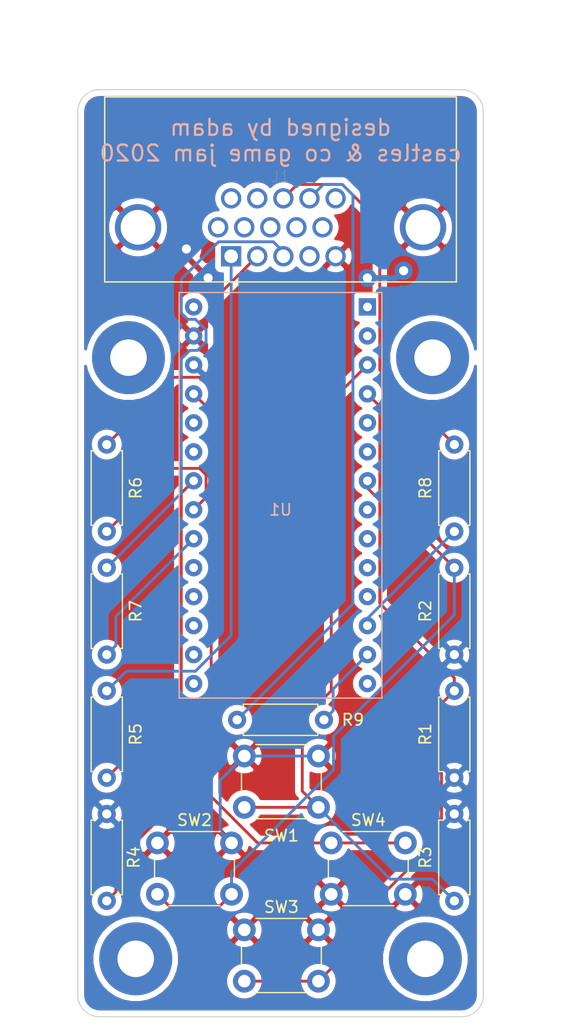
<source format=kicad_pcb>
(kicad_pcb (version 20171130) (host pcbnew "(5.1.4)-1")

  (general
    (thickness 1.6)
    (drawings 9)
    (tracks 113)
    (zones 0)
    (modules 20)
    (nets 43)
  )

  (page A4)
  (layers
    (0 F.Cu signal)
    (31 B.Cu signal)
    (32 B.Adhes user)
    (33 F.Adhes user)
    (34 B.Paste user)
    (35 F.Paste user)
    (36 B.SilkS user)
    (37 F.SilkS user)
    (38 B.Mask user)
    (39 F.Mask user)
    (40 Dwgs.User user)
    (41 Cmts.User user)
    (42 Eco1.User user)
    (43 Eco2.User user)
    (44 Edge.Cuts user)
    (45 Margin user)
    (46 B.CrtYd user)
    (47 F.CrtYd user)
    (48 B.Fab user)
    (49 F.Fab user)
  )

  (setup
    (last_trace_width 0.25)
    (user_trace_width 0.5)
    (user_trace_width 1)
    (trace_clearance 0.2)
    (zone_clearance 0.508)
    (zone_45_only no)
    (trace_min 0.2)
    (via_size 0.8)
    (via_drill 0.4)
    (via_min_size 0.4)
    (via_min_drill 0.3)
    (user_via 1.6 0.8)
    (uvia_size 0.3)
    (uvia_drill 0.1)
    (uvias_allowed no)
    (uvia_min_size 0.2)
    (uvia_min_drill 0.1)
    (edge_width 0.05)
    (segment_width 0.2)
    (pcb_text_width 0.3)
    (pcb_text_size 1.5 1.5)
    (mod_edge_width 0.12)
    (mod_text_size 1 1)
    (mod_text_width 0.15)
    (pad_size 1.524 1.524)
    (pad_drill 0.762)
    (pad_to_mask_clearance 0.051)
    (solder_mask_min_width 0.25)
    (aux_axis_origin 0 0)
    (visible_elements FFFFFF7F)
    (pcbplotparams
      (layerselection 0x010fc_ffffffff)
      (usegerberextensions false)
      (usegerberattributes false)
      (usegerberadvancedattributes false)
      (creategerberjobfile false)
      (excludeedgelayer true)
      (linewidth 0.100000)
      (plotframeref false)
      (viasonmask false)
      (mode 1)
      (useauxorigin false)
      (hpglpennumber 1)
      (hpglpenspeed 20)
      (hpglpendiameter 15.000000)
      (psnegative false)
      (psa4output false)
      (plotreference true)
      (plotvalue true)
      (plotinvisibletext false)
      (padsonsilk false)
      (subtractmaskfromsilk false)
      (outputformat 1)
      (mirror false)
      (drillshape 0)
      (scaleselection 1)
      (outputdirectory "gerbers/"))
  )

  (net 0 "")
  (net 1 "Net-(J1-Pad15)")
  (net 2 "Net-(J1-Pad14)")
  (net 3 "Net-(J1-Pad13)")
  (net 4 "Net-(J1-Pad12)")
  (net 5 "Net-(J1-Pad11)")
  (net 6 "Net-(J1-Pad10)")
  (net 7 "Net-(J1-Pad9)")
  (net 8 "Net-(J1-Pad8)")
  (net 9 "Net-(J1-Pad7)")
  (net 10 "Net-(J1-Pad6)")
  (net 11 "Net-(J1-Pad4)")
  (net 12 "Net-(J1-Pad3)")
  (net 13 "Net-(J1-Pad2)")
  (net 14 "Net-(J1-Pad1)")
  (net 15 VCC)
  (net 16 "Net-(R1-Pad2)")
  (net 17 "Net-(R2-Pad2)")
  (net 18 "Net-(R3-Pad2)")
  (net 19 "Net-(R4-Pad2)")
  (net 20 RED)
  (net 21 GREEN)
  (net 22 BLUE)
  (net 23 HSYNC)
  (net 24 VSYNC)
  (net 25 GND)
  (net 26 "Net-(U1-Pad27)")
  (net 27 "Net-(U1-Pad23)")
  (net 28 "Net-(U1-Pad22)")
  (net 29 "Net-(U1-Pad18)")
  (net 30 "Net-(U1-Pad17)")
  (net 31 "Net-(U1-Pad16)")
  (net 32 "Net-(U1-Pad15)")
  (net 33 "Net-(U1-Pad14)")
  (net 34 "Net-(U1-Pad13)")
  (net 35 "Net-(U1-Pad10)")
  (net 36 "Net-(U1-Pad9)")
  (net 37 "Net-(U1-Pad8)")
  (net 38 "Net-(U1-Pad7)")
  (net 39 "Net-(U1-Pad5)")
  (net 40 "Net-(U1-Pad4)")
  (net 41 "Net-(U1-Pad1)")
  (net 42 "Net-(U1-Pad0)")

  (net_class Default "This is the default net class."
    (clearance 0.2)
    (trace_width 0.25)
    (via_dia 0.8)
    (via_drill 0.4)
    (uvia_dia 0.3)
    (uvia_drill 0.1)
    (add_net BLUE)
    (add_net GND)
    (add_net GREEN)
    (add_net HSYNC)
    (add_net "Net-(J1-Pad1)")
    (add_net "Net-(J1-Pad10)")
    (add_net "Net-(J1-Pad11)")
    (add_net "Net-(J1-Pad12)")
    (add_net "Net-(J1-Pad13)")
    (add_net "Net-(J1-Pad14)")
    (add_net "Net-(J1-Pad15)")
    (add_net "Net-(J1-Pad2)")
    (add_net "Net-(J1-Pad3)")
    (add_net "Net-(J1-Pad4)")
    (add_net "Net-(J1-Pad6)")
    (add_net "Net-(J1-Pad7)")
    (add_net "Net-(J1-Pad8)")
    (add_net "Net-(J1-Pad9)")
    (add_net "Net-(R1-Pad2)")
    (add_net "Net-(R2-Pad2)")
    (add_net "Net-(R3-Pad2)")
    (add_net "Net-(R4-Pad2)")
    (add_net "Net-(U1-Pad0)")
    (add_net "Net-(U1-Pad1)")
    (add_net "Net-(U1-Pad10)")
    (add_net "Net-(U1-Pad13)")
    (add_net "Net-(U1-Pad14)")
    (add_net "Net-(U1-Pad15)")
    (add_net "Net-(U1-Pad16)")
    (add_net "Net-(U1-Pad17)")
    (add_net "Net-(U1-Pad18)")
    (add_net "Net-(U1-Pad22)")
    (add_net "Net-(U1-Pad23)")
    (add_net "Net-(U1-Pad27)")
    (add_net "Net-(U1-Pad4)")
    (add_net "Net-(U1-Pad5)")
    (add_net "Net-(U1-Pad7)")
    (add_net "Net-(U1-Pad8)")
    (add_net "Net-(U1-Pad9)")
    (add_net RED)
    (add_net VCC)
    (add_net VSYNC)
  )

  (module snek:AMPHENOL_L77HDE15SD1CH4F (layer F.Cu) (tedit 5FC311D2) (tstamp 5FC35B59)
    (at 145.415 102.87 180)
    (path /5FC5B6E5)
    (fp_text reference J1 (at 0 4.445 180) (layer F.SilkS)
      (effects (font (size 1 1) (thickness 0.015)))
    )
    (fp_text value L77HDE15SD1CH4F (at 8.05 19.315 180) (layer F.Fab)
      (effects (font (size 1 1) (thickness 0.015)))
    )
    (fp_line (start 8.13 11.43) (end -8.13 11.43) (layer F.Fab) (width 0.127))
    (fp_line (start -8.38 17.68) (end 8.38 17.68) (layer F.CrtYd) (width 0.05))
    (fp_line (start -8.38 11.68) (end -8.38 17.68) (layer F.CrtYd) (width 0.05))
    (fp_line (start -15.67 11.68) (end -8.38 11.68) (layer F.CrtYd) (width 0.05))
    (fp_line (start -15.67 -5.04) (end -15.67 11.68) (layer F.CrtYd) (width 0.05))
    (fp_line (start 15.67 -5.04) (end -15.67 -5.04) (layer F.CrtYd) (width 0.05))
    (fp_line (start 15.67 11.68) (end 15.67 -5.04) (layer F.CrtYd) (width 0.05))
    (fp_line (start 8.38 11.68) (end 15.67 11.68) (layer F.CrtYd) (width 0.05))
    (fp_line (start 8.38 17.68) (end 8.38 11.68) (layer F.CrtYd) (width 0.05))
    (fp_line (start -15.42 -4.79) (end -15.42 11.43) (layer F.SilkS) (width 0.127))
    (fp_line (start 15.42 -4.79) (end -15.42 -4.79) (layer F.SilkS) (width 0.127))
    (fp_line (start 15.42 11.43) (end 15.42 -4.79) (layer F.SilkS) (width 0.127))
    (fp_line (start -15.42 11.43) (end 15.42 11.43) (layer F.SilkS) (width 0.127))
    (fp_line (start -8.13 17.43) (end 8.13 17.43) (layer F.Fab) (width 0.127))
    (fp_line (start -8.13 11.43) (end -8.13 17.43) (layer F.Fab) (width 0.127))
    (fp_line (start -15.42 11.43) (end -8.13 11.43) (layer F.Fab) (width 0.127))
    (fp_line (start -15.42 -4.79) (end -15.42 11.43) (layer F.Fab) (width 0.127))
    (fp_line (start 15.42 -4.79) (end -15.42 -4.79) (layer F.Fab) (width 0.127))
    (fp_line (start 15.42 11.43) (end 15.42 -4.79) (layer F.Fab) (width 0.127))
    (fp_line (start 8.13 11.43) (end 15.42 11.43) (layer F.Fab) (width 0.127))
    (fp_line (start 8.13 17.43) (end 8.13 11.43) (layer F.Fab) (width 0.127))
    (pad S2 thru_hole circle (at 12.495 0 180) (size 4.066 4.066) (drill 3.05) (layers *.Cu *.Mask)
      (net 25 GND))
    (pad S1 thru_hole circle (at -12.495 0 180) (size 4.066 4.066) (drill 3.05) (layers *.Cu *.Mask)
      (net 25 GND))
    (pad 15 thru_hole circle (at -4.83 2.54 180) (size 1.785 1.785) (drill 1.19) (layers *.Cu *.Mask)
      (net 1 "Net-(J1-Pad15)"))
    (pad 14 thru_hole circle (at -2.54 2.54 180) (size 1.785 1.785) (drill 1.19) (layers *.Cu *.Mask)
      (net 2 "Net-(J1-Pad14)"))
    (pad 13 thru_hole circle (at -0.25 2.54 180) (size 1.785 1.785) (drill 1.19) (layers *.Cu *.Mask)
      (net 3 "Net-(J1-Pad13)"))
    (pad 12 thru_hole circle (at 2.04 2.54 180) (size 1.785 1.785) (drill 1.19) (layers *.Cu *.Mask)
      (net 4 "Net-(J1-Pad12)"))
    (pad 11 thru_hole circle (at 4.33 2.54 180) (size 1.785 1.785) (drill 1.19) (layers *.Cu *.Mask)
      (net 5 "Net-(J1-Pad11)"))
    (pad 10 thru_hole circle (at -3.685 0 180) (size 1.785 1.785) (drill 1.19) (layers *.Cu *.Mask)
      (net 6 "Net-(J1-Pad10)"))
    (pad 9 thru_hole circle (at -1.395 0 180) (size 1.785 1.785) (drill 1.19) (layers *.Cu *.Mask)
      (net 7 "Net-(J1-Pad9)"))
    (pad 8 thru_hole circle (at 0.895 0 180) (size 1.785 1.785) (drill 1.19) (layers *.Cu *.Mask)
      (net 8 "Net-(J1-Pad8)"))
    (pad 7 thru_hole circle (at 3.185 0 180) (size 1.785 1.785) (drill 1.19) (layers *.Cu *.Mask)
      (net 9 "Net-(J1-Pad7)"))
    (pad 6 thru_hole circle (at 5.475 0 180) (size 1.785 1.785) (drill 1.19) (layers *.Cu *.Mask)
      (net 10 "Net-(J1-Pad6)"))
    (pad 5 thru_hole circle (at -4.83 -2.54 180) (size 1.785 1.785) (drill 1.19) (layers *.Cu *.Mask)
      (net 25 GND))
    (pad 4 thru_hole circle (at -2.54 -2.54 180) (size 1.785 1.785) (drill 1.19) (layers *.Cu *.Mask)
      (net 11 "Net-(J1-Pad4)"))
    (pad 3 thru_hole circle (at -0.25 -2.54 180) (size 1.785 1.785) (drill 1.19) (layers *.Cu *.Mask)
      (net 12 "Net-(J1-Pad3)"))
    (pad 2 thru_hole circle (at 2.04 -2.54 180) (size 1.785 1.785) (drill 1.19) (layers *.Cu *.Mask)
      (net 13 "Net-(J1-Pad2)"))
    (pad 1 thru_hole rect (at 4.33 -2.54 180) (size 1.785 1.785) (drill 1.19) (layers *.Cu *.Mask)
      (net 14 "Net-(J1-Pad1)"))
  )

  (module snek:snek (layer F.Cu) (tedit 5FC30D80) (tstamp 5FC39789)
    (at 145.415 126.365)
    (fp_text reference G*** (at 0 0) (layer F.SilkS) hide
      (effects (font (size 1.524 1.524) (thickness 0.3)))
    )
    (fp_text value LOGO (at 0.75 0) (layer F.SilkS) hide
      (effects (font (size 1.524 1.524) (thickness 0.3)))
    )
    (fp_poly (pts (xy 1.318608 -17.44505) (xy 1.461336 -17.202804) (xy 1.554553 -16.800174) (xy 1.575999 -16.615128)
      (xy 1.602491 -16.300504) (xy 1.60219 -16.111749) (xy 1.564664 -16.006188) (xy 1.479483 -15.941149)
      (xy 1.402251 -15.904321) (xy 1.146153 -15.852297) (xy 0.948783 -15.958115) (xy 0.807731 -16.222437)
      (xy 0.746743 -16.402062) (xy 0.71374 -16.491043) (xy 0.713671 -16.491172) (xy 0.633225 -16.478299)
      (xy 0.429876 -16.423612) (xy 0.141763 -16.337637) (xy 0.0245 -16.301009) (xy -0.397378 -16.142272)
      (xy -0.73302 -15.966557) (xy -0.96875 -15.788253) (xy -1.090891 -15.62175) (xy -1.085768 -15.481437)
      (xy -0.939702 -15.381703) (xy -0.867833 -15.362166) (xy -0.387211 -15.242273) (xy 0.073573 -15.099067)
      (xy 0.467007 -14.949023) (xy 0.745573 -14.808618) (xy 0.764941 -14.795973) (xy 1.1374 -14.461281)
      (xy 1.378404 -14.067437) (xy 1.488299 -13.643671) (xy 1.467431 -13.219214) (xy 1.316145 -12.823297)
      (xy 1.034787 -12.485149) (xy 0.735219 -12.285306) (xy 0.417447 -12.155696) (xy 0.062207 -12.083388)
      (xy -0.323115 -12.055606) (xy -0.660278 -12.049836) (xy -0.948038 -12.05596) (xy -1.13016 -12.072618)
      (xy -1.143 -12.075449) (xy -1.621091 -12.230351) (xy -1.99336 -12.418873) (xy -2.247986 -12.627502)
      (xy -2.373151 -12.842727) (xy -2.357037 -13.051035) (xy -2.187823 -13.238914) (xy -2.170747 -13.250423)
      (xy -2.045158 -13.318214) (xy -1.923803 -13.325492) (xy -1.753115 -13.264241) (xy -1.534917 -13.155257)
      (xy -1.21958 -13.016366) (xy -0.911001 -12.947493) (xy -0.527043 -12.929099) (xy -0.028581 -12.962598)
      (xy 0.320084 -13.065158) (xy 0.525113 -13.239876) (xy 0.592664 -13.489845) (xy 0.592667 -13.491749)
      (xy 0.544002 -13.757337) (xy 0.387333 -13.975334) (xy 0.106648 -14.156696) (xy -0.314065 -14.312378)
      (xy -0.777483 -14.429153) (xy -1.120203 -14.51944) (xy -1.422088 -14.625662) (xy -1.62388 -14.726591)
      (xy -1.639187 -14.737835) (xy -1.872105 -15.020568) (xy -1.979384 -15.377627) (xy -1.962158 -15.771078)
      (xy -1.821558 -16.162984) (xy -1.586988 -16.486674) (xy -1.44204 -16.613157) (xy -1.245851 -16.731858)
      (xy -0.969078 -16.856249) (xy -0.582379 -16.999803) (xy -0.157877 -17.142841) (xy 0.266451 -17.279532)
      (xy 0.638674 -17.394689) (xy 0.926733 -17.478751) (xy 1.098569 -17.522156) (xy 1.126818 -17.526)
      (xy 1.318608 -17.44505)) (layer F.Mask) (width 0.01))
    (fp_poly (pts (xy -1.168656 -7.276594) (xy -1.103645 -7.202233) (xy -1.050047 -7.019051) (xy -1.019058 -6.752402)
      (xy -1.016 -6.643404) (xy -1.016 -6.248343) (xy -0.545722 -6.67815) (xy -0.089279 -7.021433)
      (xy 0.358315 -7.216615) (xy 0.782105 -7.261644) (xy 1.167135 -7.154471) (xy 1.444091 -6.950935)
      (xy 1.62126 -6.724027) (xy 1.744613 -6.436426) (xy 1.821321 -6.058413) (xy 1.858553 -5.560272)
      (xy 1.864877 -5.207) (xy 1.879676 -4.724628) (xy 1.916406 -4.170835) (xy 1.968204 -3.641066)
      (xy 1.989667 -3.471334) (xy 2.049887 -3.029919) (xy 2.087508 -2.725105) (xy 2.101487 -2.525534)
      (xy 2.090778 -2.399852) (xy 2.054334 -2.316702) (xy 1.991113 -2.244727) (xy 1.947334 -2.201334)
      (xy 1.729894 -2.053118) (xy 1.524579 -2.070131) (xy 1.368155 -2.187846) (xy 1.277427 -2.362189)
      (xy 1.195283 -2.680365) (xy 1.124912 -3.116958) (xy 1.069507 -3.646554) (xy 1.032256 -4.243737)
      (xy 1.016352 -4.883092) (xy 1.016 -4.992857) (xy 1.009126 -5.506527) (xy 0.983238 -5.874357)
      (xy 0.930442 -6.119475) (xy 0.842841 -6.265009) (xy 0.71254 -6.334086) (xy 0.552673 -6.35)
      (xy 0.228478 -6.267543) (xy -0.100877 -6.027421) (xy -0.424177 -5.640507) (xy -0.730205 -5.117678)
      (xy -0.741274 -5.095415) (xy -0.876682 -4.814185) (xy -0.967422 -4.589922) (xy -1.023166 -4.374847)
      (xy -1.05359 -4.121179) (xy -1.068368 -3.78114) (xy -1.074887 -3.447732) (xy -1.091313 -2.969963)
      (xy -1.121746 -2.606928) (xy -1.16398 -2.380014) (xy -1.191087 -2.3214) (xy -1.375462 -2.213744)
      (xy -1.606827 -2.211359) (xy -1.807715 -2.306924) (xy -1.870681 -2.385642) (xy -1.896498 -2.520763)
      (xy -1.914046 -2.795319) (xy -1.923947 -3.182148) (xy -1.926819 -3.65409) (xy -1.923283 -4.183984)
      (xy -1.91396 -4.74467) (xy -1.899469 -5.308987) (xy -1.88043 -5.849774) (xy -1.857464 -6.33987)
      (xy -1.83119 -6.752116) (xy -1.802229 -7.059349) (xy -1.771202 -7.23441) (xy -1.759386 -7.260167)
      (xy -1.589129 -7.353944) (xy -1.364976 -7.357012) (xy -1.168656 -7.276594)) (layer F.Mask) (width 0.01))
    (fp_poly (pts (xy 0.821408 2.741106) (xy 1.299947 2.894223) (xy 1.648936 3.142975) (xy 1.862023 3.4834)
      (xy 1.924477 3.750505) (xy 1.935124 4.004768) (xy 1.877005 4.192435) (xy 1.721945 4.399377)
      (xy 1.705324 4.418408) (xy 1.58949 4.537114) (xy 1.444732 4.654404) (xy 1.250579 4.781711)
      (xy 0.986565 4.930469) (xy 0.63222 5.112114) (xy 0.167076 5.338078) (xy -0.429336 5.619797)
      (xy -0.527987 5.665981) (xy -1.368451 6.059124) (xy -1.130485 6.29709) (xy -0.811474 6.567905)
      (xy -0.482553 6.728377) (xy -0.085721 6.800717) (xy 0.211667 6.811058) (xy 0.80372 6.768292)
      (xy 1.266917 6.636275) (xy 1.619887 6.408961) (xy 1.70155 6.32736) (xy 1.885631 6.160272)
      (xy 2.047589 6.113104) (xy 2.150511 6.128637) (xy 2.34914 6.251344) (xy 2.432047 6.462785)
      (xy 2.387624 6.71815) (xy 2.330648 6.824016) (xy 2.182858 6.969083) (xy 1.931808 7.140972)
      (xy 1.631217 7.303008) (xy 1.62428 7.306265) (xy 1.285855 7.449783) (xy 0.982178 7.534985)
      (xy 0.637298 7.578878) (xy 0.340132 7.593819) (xy -0.20552 7.586552) (xy -0.640374 7.52774)
      (xy -0.762 7.494753) (xy -1.154707 7.313601) (xy -1.52438 7.049136) (xy -1.813413 6.746481)
      (xy -1.908968 6.596327) (xy -2.083156 6.093793) (xy -2.143876 5.517717) (xy -2.112664 5.095615)
      (xy -1.387488 5.095615) (xy -1.340258 5.163434) (xy -1.32759 5.16427) (xy -1.218048 5.128389)
      (xy -0.98862 5.030439) (xy -0.670667 4.884496) (xy -0.29555 4.704632) (xy -0.211666 4.663483)
      (xy 0.189728 4.462204) (xy 0.556208 4.271905) (xy 0.850133 4.112568) (xy 1.033864 4.004176)
      (xy 1.047302 3.995139) (xy 1.29027 3.827185) (xy 1.055931 3.67364) (xy 0.803816 3.569612)
      (xy 0.443148 3.500414) (xy 0.281883 3.485729) (xy -0.039639 3.475584) (xy -0.26297 3.504978)
      (xy -0.457395 3.588446) (xy -0.584322 3.667428) (xy -0.889428 3.956801) (xy -1.152514 4.379764)
      (xy -1.352132 4.901828) (xy -1.352279 4.902341) (xy -1.387488 5.095615) (xy -2.112664 5.095615)
      (xy -2.098978 4.910533) (xy -1.956314 4.314677) (xy -1.723735 3.772585) (xy -1.409092 3.326691)
      (xy -1.280759 3.200968) (xy -0.898408 2.923678) (xy -0.490722 2.760254) (xy -0.003752 2.692237)
      (xy 0.219674 2.687586) (xy 0.821408 2.741106)) (layer F.Mask) (width 0.01))
    (fp_poly (pts (xy -1.155549 10.02861) (xy -1.121392 10.040016) (xy -1.00777 10.102128) (xy -0.919628 10.21107)
      (xy -0.854753 10.384844) (xy -0.810933 10.641451) (xy -0.785957 10.998894) (xy -0.777612 11.475174)
      (xy -0.783687 12.088294) (xy -0.797163 12.678833) (xy -0.810129 13.313083) (xy -0.812614 13.821019)
      (xy -0.804826 14.191624) (xy -0.786973 14.413879) (xy -0.763121 14.478) (xy -0.656125 14.421893)
      (xy -0.452831 14.267611) (xy -0.177179 14.03621) (xy 0.146888 13.748747) (xy 0.49543 13.426276)
      (xy 0.844504 13.089856) (xy 1.056063 12.878042) (xy 1.320458 12.62211) (xy 1.553887 12.420351)
      (xy 1.724124 12.299397) (xy 1.783774 12.276666) (xy 1.970076 12.350274) (xy 2.126203 12.529624)
      (xy 2.200394 12.752507) (xy 2.201334 12.778518) (xy 2.133903 12.944994) (xy 1.931753 13.213504)
      (xy 1.595101 13.583773) (xy 1.4551 13.727663) (xy 0.708867 14.484623) (xy 1.376388 15.391478)
      (xy 1.78318 15.960498) (xy 2.0801 16.417707) (xy 2.271598 16.77621) (xy 2.362126 17.049114)
      (xy 2.356133 17.249521) (xy 2.258073 17.390539) (xy 2.085971 17.480636) (xy 1.995568 17.512691)
      (xy 1.920491 17.525588) (xy 1.84498 17.502822) (xy 1.753273 17.427884) (xy 1.629609 17.284267)
      (xy 1.458229 17.055466) (xy 1.223371 16.724972) (xy 0.909275 16.276279) (xy 0.83586 16.171333)
      (xy 0.584587 15.814019) (xy 0.365089 15.505175) (xy 0.196959 15.272127) (xy 0.099791 15.142197)
      (xy 0.087048 15.127031) (xy -0.013203 15.132427) (xy -0.205452 15.217862) (xy -0.404719 15.337177)
      (xy -0.623497 15.500178) (xy -0.772463 15.671957) (xy -0.864583 15.888859) (xy -0.912824 16.187232)
      (xy -0.930153 16.603422) (xy -0.931333 16.813349) (xy -0.945151 17.098635) (xy -0.998578 17.271414)
      (xy -1.109574 17.387124) (xy -1.119505 17.394199) (xy -1.296235 17.502089) (xy -1.423569 17.502533)
      (xy -1.585246 17.3926) (xy -1.604296 17.37723) (xy -1.788019 17.22846) (xy -1.703507 14.308063)
      (xy -1.684663 13.593914) (xy -1.670048 12.910168) (xy -1.659927 12.281261) (xy -1.654568 11.731629)
      (xy -1.654236 11.28571) (xy -1.659196 10.967939) (xy -1.665744 10.837333) (xy -1.685092 10.529273)
      (xy -1.671592 10.338067) (xy -1.615642 10.212837) (xy -1.531016 10.12339) (xy -1.352076 10.011565)
      (xy -1.155549 10.02861)) (layer F.Mask) (width 0.01))
  )

  (module MountingHole:MountingHole_3.2mm_M3_Pad (layer F.Cu) (tedit 56D1B4CB) (tstamp 5FC3910A)
    (at 132.715 167.005)
    (descr "Mounting Hole 3.2mm, M3")
    (tags "mounting hole 3.2mm m3")
    (attr virtual)
    (fp_text reference "" (at 0 -4.2) (layer F.SilkS)
      (effects (font (size 1 1) (thickness 0.15)))
    )
    (fp_text value MountingHole_3.2mm_M3_Pad (at 0 4.2) (layer F.Fab)
      (effects (font (size 1 1) (thickness 0.15)))
    )
    (fp_circle (center 0 0) (end 3.45 0) (layer F.CrtYd) (width 0.05))
    (fp_circle (center 0 0) (end 3.2 0) (layer Cmts.User) (width 0.15))
    (fp_text user %R (at 0.3 0) (layer F.Fab)
      (effects (font (size 1 1) (thickness 0.15)))
    )
    (pad 1 thru_hole circle (at 0 0) (size 6.4 6.4) (drill 3.2) (layers *.Cu *.Mask))
  )

  (module MountingHole:MountingHole_3.2mm_M3_Pad (layer F.Cu) (tedit 56D1B4CB) (tstamp 5FC39083)
    (at 158.115 167.005)
    (descr "Mounting Hole 3.2mm, M3")
    (tags "mounting hole 3.2mm m3")
    (attr virtual)
    (fp_text reference "" (at 0.635 0) (layer F.SilkS)
      (effects (font (size 1 1) (thickness 0.15)))
    )
    (fp_text value MountingHole_3.2mm_M3_Pad (at 0 4.2) (layer F.Fab)
      (effects (font (size 1 1) (thickness 0.15)))
    )
    (fp_circle (center 0 0) (end 3.45 0) (layer F.CrtYd) (width 0.05))
    (fp_circle (center 0 0) (end 3.2 0) (layer Cmts.User) (width 0.15))
    (fp_text user %R (at 0.3 0) (layer F.Fab)
      (effects (font (size 1 1) (thickness 0.15)))
    )
    (pad 1 thru_hole circle (at 0 0) (size 6.4 6.4) (drill 3.2) (layers *.Cu *.Mask))
  )

  (module MountingHole:MountingHole_3.2mm_M3_Pad (layer F.Cu) (tedit 56D1B4CB) (tstamp 5FC39066)
    (at 132.08 114.3)
    (descr "Mounting Hole 3.2mm, M3")
    (tags "mounting hole 3.2mm m3")
    (attr virtual)
    (fp_text reference "" (at 0 -4.2) (layer F.SilkS)
      (effects (font (size 1 1) (thickness 0.15)))
    )
    (fp_text value MountingHole_3.2mm_M3_Pad (at 0 4.2) (layer F.Fab)
      (effects (font (size 1 1) (thickness 0.15)))
    )
    (fp_circle (center 0 0) (end 3.45 0) (layer F.CrtYd) (width 0.05))
    (fp_circle (center 0 0) (end 3.2 0) (layer Cmts.User) (width 0.15))
    (fp_text user %R (at 0.3 0) (layer F.Fab)
      (effects (font (size 1 1) (thickness 0.15)))
    )
    (pad 1 thru_hole circle (at 0 0) (size 6.4 6.4) (drill 3.2) (layers *.Cu *.Mask))
  )

  (module MountingHole:MountingHole_3.2mm_M3_Pad (layer F.Cu) (tedit 56D1B4CB) (tstamp 5FC39049)
    (at 158.75 114.3)
    (descr "Mounting Hole 3.2mm, M3")
    (tags "mounting hole 3.2mm m3")
    (attr virtual)
    (fp_text reference "" (at 0 -4.2) (layer F.SilkS)
      (effects (font (size 1 1) (thickness 0.15)))
    )
    (fp_text value MountingHole_3.2mm_M3_Pad (at 0 4.2) (layer F.Fab)
      (effects (font (size 1 1) (thickness 0.15)))
    )
    (fp_circle (center 0 0) (end 3.45 0) (layer F.CrtYd) (width 0.05))
    (fp_circle (center 0 0) (end 3.2 0) (layer Cmts.User) (width 0.15))
    (fp_text user %R (at 0.3 0) (layer F.Fab)
      (effects (font (size 1 1) (thickness 0.15)))
    )
    (pad 1 thru_hole circle (at 0 0) (size 6.4 6.4) (drill 3.2) (layers *.Cu *.Mask))
  )

  (module snek:TinyFPGA-BX (layer B.Cu) (tedit 5FC2FD7C) (tstamp 5FC35CC8)
    (at 145.415 126.365 180)
    (path /5FC30DFE)
    (fp_text reference U1 (at 0 -1.27) (layer B.SilkS)
      (effects (font (size 1 1) (thickness 0.15)) (justify mirror))
    )
    (fp_text value TinyFPGA-BX (at 0 1.27) (layer B.Fab)
      (effects (font (size 1 1) (thickness 0.15)) (justify mirror))
    )
    (fp_line (start 8.89 -17.78) (end -8.89 -17.78) (layer B.SilkS) (width 0.12))
    (fp_line (start 8.89 17.78) (end 8.89 -17.78) (layer B.SilkS) (width 0.12))
    (fp_line (start -8.89 17.78) (end -8.89 -17.78) (layer B.SilkS) (width 0.12))
    (fp_line (start -8.89 17.78) (end 8.89 17.78) (layer B.SilkS) (width 0.12))
    (pad 27 thru_hole circle (at 7.62 16.51 180) (size 1.524 1.524) (drill 0.762) (layers *.Cu *.Mask)
      (net 26 "Net-(U1-Pad27)"))
    (pad 26 thru_hole circle (at 7.62 13.97 180) (size 1.524 1.524) (drill 0.762) (layers *.Cu *.Mask)
      (net 25 GND))
    (pad 25 thru_hole circle (at 7.62 11.43 180) (size 1.524 1.524) (drill 0.762) (layers *.Cu *.Mask)
      (net 15 VCC))
    (pad 24 thru_hole circle (at 7.62 8.89 180) (size 1.524 1.524) (drill 0.762) (layers *.Cu *.Mask)
      (net 19 "Net-(R4-Pad2)"))
    (pad 23 thru_hole circle (at 7.62 6.35 180) (size 1.524 1.524) (drill 0.762) (layers *.Cu *.Mask)
      (net 27 "Net-(U1-Pad23)"))
    (pad 22 thru_hole circle (at 7.62 3.81 180) (size 1.524 1.524) (drill 0.762) (layers *.Cu *.Mask)
      (net 28 "Net-(U1-Pad22)"))
    (pad 21 thru_hole circle (at 7.62 1.27 180) (size 1.524 1.524) (drill 0.762) (layers *.Cu *.Mask)
      (net 20 RED))
    (pad 20 thru_hole circle (at 7.62 -1.27 180) (size 1.524 1.524) (drill 0.762) (layers *.Cu *.Mask)
      (net 21 GREEN))
    (pad 19 thru_hole circle (at 7.62 -3.81 180) (size 1.524 1.524) (drill 0.762) (layers *.Cu *.Mask)
      (net 22 BLUE))
    (pad 18 thru_hole circle (at 7.62 -6.35 180) (size 1.524 1.524) (drill 0.762) (layers *.Cu *.Mask)
      (net 29 "Net-(U1-Pad18)"))
    (pad 17 thru_hole circle (at 7.62 -8.89 180) (size 1.524 1.524) (drill 0.762) (layers *.Cu *.Mask)
      (net 30 "Net-(U1-Pad17)"))
    (pad 16 thru_hole circle (at 7.62 -11.43 180) (size 1.524 1.524) (drill 0.762) (layers *.Cu *.Mask)
      (net 31 "Net-(U1-Pad16)"))
    (pad 15 thru_hole circle (at 7.62 -13.97 180) (size 1.524 1.524) (drill 0.762) (layers *.Cu *.Mask)
      (net 32 "Net-(U1-Pad15)"))
    (pad 14 thru_hole circle (at 7.62 -16.51 180) (size 1.524 1.524) (drill 0.762) (layers *.Cu *.Mask)
      (net 33 "Net-(U1-Pad14)"))
    (pad 13 thru_hole circle (at -7.62 -16.51 180) (size 1.524 1.524) (drill 0.762) (layers *.Cu *.Mask)
      (net 34 "Net-(U1-Pad13)"))
    (pad 12 thru_hole circle (at -7.62 -13.97 180) (size 1.524 1.524) (drill 0.762) (layers *.Cu *.Mask)
      (net 24 VSYNC))
    (pad 11 thru_hole circle (at -7.62 -11.43 180) (size 1.524 1.524) (drill 0.762) (layers *.Cu *.Mask)
      (net 23 HSYNC))
    (pad 10 thru_hole circle (at -7.62 -8.89 180) (size 1.524 1.524) (drill 0.762) (layers *.Cu *.Mask)
      (net 35 "Net-(U1-Pad10)"))
    (pad 9 thru_hole circle (at -7.62 -6.35 180) (size 1.524 1.524) (drill 0.762) (layers *.Cu *.Mask)
      (net 36 "Net-(U1-Pad9)"))
    (pad 8 thru_hole circle (at -7.62 -3.81 180) (size 1.524 1.524) (drill 0.762) (layers *.Cu *.Mask)
      (net 37 "Net-(U1-Pad8)"))
    (pad 7 thru_hole circle (at -7.62 -1.27 180) (size 1.524 1.524) (drill 0.762) (layers *.Cu *.Mask)
      (net 38 "Net-(U1-Pad7)"))
    (pad 6 thru_hole circle (at -7.62 1.27 180) (size 1.524 1.524) (drill 0.762) (layers *.Cu *.Mask)
      (net 16 "Net-(R1-Pad2)"))
    (pad 5 thru_hole circle (at -7.62 3.81 180) (size 1.524 1.524) (drill 0.762) (layers *.Cu *.Mask)
      (net 39 "Net-(U1-Pad5)"))
    (pad 4 thru_hole circle (at -7.62 6.35 180) (size 1.524 1.524) (drill 0.762) (layers *.Cu *.Mask)
      (net 40 "Net-(U1-Pad4)"))
    (pad 3 thru_hole circle (at -7.62 8.89 180) (size 1.524 1.524) (drill 0.762) (layers *.Cu *.Mask)
      (net 17 "Net-(R2-Pad2)"))
    (pad 2 thru_hole circle (at -7.62 11.43 180) (size 1.524 1.524) (drill 0.762) (layers *.Cu *.Mask)
      (net 18 "Net-(R3-Pad2)"))
    (pad 1 thru_hole circle (at -7.62 13.97 180) (size 1.524 1.524) (drill 0.762) (layers *.Cu *.Mask)
      (net 41 "Net-(U1-Pad1)"))
    (pad 0 thru_hole rect (at -7.62 16.51 180) (size 1.524 1.524) (drill 0.762) (layers *.Cu *.Mask)
      (net 42 "Net-(U1-Pad0)"))
  )

  (module Button_Switch_THT:SW_PUSH_6mm (layer F.Cu) (tedit 5A02FE31) (tstamp 5FC35CA4)
    (at 149.86 156.845)
    (descr https://www.omron.com/ecb/products/pdf/en-b3f.pdf)
    (tags "tact sw push 6mm")
    (path /5FC2F71F)
    (fp_text reference SW4 (at 3.25 -2) (layer F.SilkS)
      (effects (font (size 1 1) (thickness 0.15)))
    )
    (fp_text value RIGHT (at 3.75 6.7) (layer F.Fab)
      (effects (font (size 1 1) (thickness 0.15)))
    )
    (fp_circle (center 3.25 2.25) (end 1.25 2.5) (layer F.Fab) (width 0.1))
    (fp_line (start 6.75 3) (end 6.75 1.5) (layer F.SilkS) (width 0.12))
    (fp_line (start 5.5 -1) (end 1 -1) (layer F.SilkS) (width 0.12))
    (fp_line (start -0.25 1.5) (end -0.25 3) (layer F.SilkS) (width 0.12))
    (fp_line (start 1 5.5) (end 5.5 5.5) (layer F.SilkS) (width 0.12))
    (fp_line (start 8 -1.25) (end 8 5.75) (layer F.CrtYd) (width 0.05))
    (fp_line (start 7.75 6) (end -1.25 6) (layer F.CrtYd) (width 0.05))
    (fp_line (start -1.5 5.75) (end -1.5 -1.25) (layer F.CrtYd) (width 0.05))
    (fp_line (start -1.25 -1.5) (end 7.75 -1.5) (layer F.CrtYd) (width 0.05))
    (fp_line (start -1.5 6) (end -1.25 6) (layer F.CrtYd) (width 0.05))
    (fp_line (start -1.5 5.75) (end -1.5 6) (layer F.CrtYd) (width 0.05))
    (fp_line (start -1.5 -1.5) (end -1.25 -1.5) (layer F.CrtYd) (width 0.05))
    (fp_line (start -1.5 -1.25) (end -1.5 -1.5) (layer F.CrtYd) (width 0.05))
    (fp_line (start 8 -1.5) (end 8 -1.25) (layer F.CrtYd) (width 0.05))
    (fp_line (start 7.75 -1.5) (end 8 -1.5) (layer F.CrtYd) (width 0.05))
    (fp_line (start 8 6) (end 8 5.75) (layer F.CrtYd) (width 0.05))
    (fp_line (start 7.75 6) (end 8 6) (layer F.CrtYd) (width 0.05))
    (fp_line (start 0.25 -0.75) (end 3.25 -0.75) (layer F.Fab) (width 0.1))
    (fp_line (start 0.25 5.25) (end 0.25 -0.75) (layer F.Fab) (width 0.1))
    (fp_line (start 6.25 5.25) (end 0.25 5.25) (layer F.Fab) (width 0.1))
    (fp_line (start 6.25 -0.75) (end 6.25 5.25) (layer F.Fab) (width 0.1))
    (fp_line (start 3.25 -0.75) (end 6.25 -0.75) (layer F.Fab) (width 0.1))
    (fp_text user %R (at 3.25 2.25) (layer F.Fab)
      (effects (font (size 1 1) (thickness 0.15)))
    )
    (pad 1 thru_hole circle (at 6.5 0 90) (size 2 2) (drill 1.1) (layers *.Cu *.Mask)
      (net 19 "Net-(R4-Pad2)"))
    (pad 2 thru_hole circle (at 6.5 4.5 90) (size 2 2) (drill 1.1) (layers *.Cu *.Mask)
      (net 25 GND))
    (pad 1 thru_hole circle (at 0 0 90) (size 2 2) (drill 1.1) (layers *.Cu *.Mask)
      (net 19 "Net-(R4-Pad2)"))
    (pad 2 thru_hole circle (at 0 4.5 90) (size 2 2) (drill 1.1) (layers *.Cu *.Mask)
      (net 25 GND))
    (model ${KISYS3DMOD}/Button_Switch_THT.3dshapes/SW_PUSH_6mm.wrl
      (at (xyz 0 0 0))
      (scale (xyz 1 1 1))
      (rotate (xyz 0 0 0))
    )
  )

  (module Button_Switch_THT:SW_PUSH_6mm (layer F.Cu) (tedit 5A02FE31) (tstamp 5FC35C85)
    (at 142.24 164.465)
    (descr https://www.omron.com/ecb/products/pdf/en-b3f.pdf)
    (tags "tact sw push 6mm")
    (path /5FC2F407)
    (fp_text reference SW3 (at 3.25 -2) (layer F.SilkS)
      (effects (font (size 1 1) (thickness 0.15)))
    )
    (fp_text value DOWN (at 3.75 6.7) (layer F.Fab)
      (effects (font (size 1 1) (thickness 0.15)))
    )
    (fp_circle (center 3.25 2.25) (end 1.25 2.5) (layer F.Fab) (width 0.1))
    (fp_line (start 6.75 3) (end 6.75 1.5) (layer F.SilkS) (width 0.12))
    (fp_line (start 5.5 -1) (end 1 -1) (layer F.SilkS) (width 0.12))
    (fp_line (start -0.25 1.5) (end -0.25 3) (layer F.SilkS) (width 0.12))
    (fp_line (start 1 5.5) (end 5.5 5.5) (layer F.SilkS) (width 0.12))
    (fp_line (start 8 -1.25) (end 8 5.75) (layer F.CrtYd) (width 0.05))
    (fp_line (start 7.75 6) (end -1.25 6) (layer F.CrtYd) (width 0.05))
    (fp_line (start -1.5 5.75) (end -1.5 -1.25) (layer F.CrtYd) (width 0.05))
    (fp_line (start -1.25 -1.5) (end 7.75 -1.5) (layer F.CrtYd) (width 0.05))
    (fp_line (start -1.5 6) (end -1.25 6) (layer F.CrtYd) (width 0.05))
    (fp_line (start -1.5 5.75) (end -1.5 6) (layer F.CrtYd) (width 0.05))
    (fp_line (start -1.5 -1.5) (end -1.25 -1.5) (layer F.CrtYd) (width 0.05))
    (fp_line (start -1.5 -1.25) (end -1.5 -1.5) (layer F.CrtYd) (width 0.05))
    (fp_line (start 8 -1.5) (end 8 -1.25) (layer F.CrtYd) (width 0.05))
    (fp_line (start 7.75 -1.5) (end 8 -1.5) (layer F.CrtYd) (width 0.05))
    (fp_line (start 8 6) (end 8 5.75) (layer F.CrtYd) (width 0.05))
    (fp_line (start 7.75 6) (end 8 6) (layer F.CrtYd) (width 0.05))
    (fp_line (start 0.25 -0.75) (end 3.25 -0.75) (layer F.Fab) (width 0.1))
    (fp_line (start 0.25 5.25) (end 0.25 -0.75) (layer F.Fab) (width 0.1))
    (fp_line (start 6.25 5.25) (end 0.25 5.25) (layer F.Fab) (width 0.1))
    (fp_line (start 6.25 -0.75) (end 6.25 5.25) (layer F.Fab) (width 0.1))
    (fp_line (start 3.25 -0.75) (end 6.25 -0.75) (layer F.Fab) (width 0.1))
    (fp_text user %R (at 3.25 2.25) (layer F.Fab)
      (effects (font (size 1 1) (thickness 0.15)))
    )
    (pad 1 thru_hole circle (at 6.5 0 90) (size 2 2) (drill 1.1) (layers *.Cu *.Mask)
      (net 25 GND))
    (pad 2 thru_hole circle (at 6.5 4.5 90) (size 2 2) (drill 1.1) (layers *.Cu *.Mask)
      (net 16 "Net-(R1-Pad2)"))
    (pad 1 thru_hole circle (at 0 0 90) (size 2 2) (drill 1.1) (layers *.Cu *.Mask)
      (net 25 GND))
    (pad 2 thru_hole circle (at 0 4.5 90) (size 2 2) (drill 1.1) (layers *.Cu *.Mask)
      (net 16 "Net-(R1-Pad2)"))
    (model ${KISYS3DMOD}/Button_Switch_THT.3dshapes/SW_PUSH_6mm.wrl
      (at (xyz 0 0 0))
      (scale (xyz 1 1 1))
      (rotate (xyz 0 0 0))
    )
  )

  (module Button_Switch_THT:SW_PUSH_6mm (layer F.Cu) (tedit 5A02FE31) (tstamp 5FC35C66)
    (at 134.62 156.845)
    (descr https://www.omron.com/ecb/products/pdf/en-b3f.pdf)
    (tags "tact sw push 6mm")
    (path /5FC2F0E8)
    (fp_text reference SW2 (at 3.25 -2) (layer F.SilkS)
      (effects (font (size 1 1) (thickness 0.15)))
    )
    (fp_text value LEFT (at 3.75 6.7) (layer F.Fab)
      (effects (font (size 1 1) (thickness 0.15)))
    )
    (fp_circle (center 3.25 2.25) (end 1.25 2.5) (layer F.Fab) (width 0.1))
    (fp_line (start 6.75 3) (end 6.75 1.5) (layer F.SilkS) (width 0.12))
    (fp_line (start 5.5 -1) (end 1 -1) (layer F.SilkS) (width 0.12))
    (fp_line (start -0.25 1.5) (end -0.25 3) (layer F.SilkS) (width 0.12))
    (fp_line (start 1 5.5) (end 5.5 5.5) (layer F.SilkS) (width 0.12))
    (fp_line (start 8 -1.25) (end 8 5.75) (layer F.CrtYd) (width 0.05))
    (fp_line (start 7.75 6) (end -1.25 6) (layer F.CrtYd) (width 0.05))
    (fp_line (start -1.5 5.75) (end -1.5 -1.25) (layer F.CrtYd) (width 0.05))
    (fp_line (start -1.25 -1.5) (end 7.75 -1.5) (layer F.CrtYd) (width 0.05))
    (fp_line (start -1.5 6) (end -1.25 6) (layer F.CrtYd) (width 0.05))
    (fp_line (start -1.5 5.75) (end -1.5 6) (layer F.CrtYd) (width 0.05))
    (fp_line (start -1.5 -1.5) (end -1.25 -1.5) (layer F.CrtYd) (width 0.05))
    (fp_line (start -1.5 -1.25) (end -1.5 -1.5) (layer F.CrtYd) (width 0.05))
    (fp_line (start 8 -1.5) (end 8 -1.25) (layer F.CrtYd) (width 0.05))
    (fp_line (start 7.75 -1.5) (end 8 -1.5) (layer F.CrtYd) (width 0.05))
    (fp_line (start 8 6) (end 8 5.75) (layer F.CrtYd) (width 0.05))
    (fp_line (start 7.75 6) (end 8 6) (layer F.CrtYd) (width 0.05))
    (fp_line (start 0.25 -0.75) (end 3.25 -0.75) (layer F.Fab) (width 0.1))
    (fp_line (start 0.25 5.25) (end 0.25 -0.75) (layer F.Fab) (width 0.1))
    (fp_line (start 6.25 5.25) (end 0.25 5.25) (layer F.Fab) (width 0.1))
    (fp_line (start 6.25 -0.75) (end 6.25 5.25) (layer F.Fab) (width 0.1))
    (fp_line (start 3.25 -0.75) (end 6.25 -0.75) (layer F.Fab) (width 0.1))
    (fp_text user %R (at 3.25 2.25) (layer F.Fab)
      (effects (font (size 1 1) (thickness 0.15)))
    )
    (pad 1 thru_hole circle (at 6.5 0 90) (size 2 2) (drill 1.1) (layers *.Cu *.Mask)
      (net 25 GND))
    (pad 2 thru_hole circle (at 6.5 4.5 90) (size 2 2) (drill 1.1) (layers *.Cu *.Mask)
      (net 17 "Net-(R2-Pad2)"))
    (pad 1 thru_hole circle (at 0 0 90) (size 2 2) (drill 1.1) (layers *.Cu *.Mask)
      (net 25 GND))
    (pad 2 thru_hole circle (at 0 4.5 90) (size 2 2) (drill 1.1) (layers *.Cu *.Mask)
      (net 17 "Net-(R2-Pad2)"))
    (model ${KISYS3DMOD}/Button_Switch_THT.3dshapes/SW_PUSH_6mm.wrl
      (at (xyz 0 0 0))
      (scale (xyz 1 1 1))
      (rotate (xyz 0 0 0))
    )
  )

  (module Button_Switch_THT:SW_PUSH_6mm (layer F.Cu) (tedit 5A02FE31) (tstamp 5FC35C47)
    (at 142.24 149.225)
    (descr https://www.omron.com/ecb/products/pdf/en-b3f.pdf)
    (tags "tact sw push 6mm")
    (path /5FC2E36E)
    (fp_text reference SW1 (at 3.25 6.985) (layer F.SilkS)
      (effects (font (size 1 1) (thickness 0.15)))
    )
    (fp_text value UP (at 3.75 6.7) (layer F.Fab)
      (effects (font (size 1 1) (thickness 0.15)))
    )
    (fp_circle (center 3.25 2.25) (end 1.25 2.5) (layer F.Fab) (width 0.1))
    (fp_line (start 6.75 3) (end 6.75 1.5) (layer F.SilkS) (width 0.12))
    (fp_line (start 5.5 -1) (end 1 -1) (layer F.SilkS) (width 0.12))
    (fp_line (start -0.25 1.5) (end -0.25 3) (layer F.SilkS) (width 0.12))
    (fp_line (start 1 5.5) (end 5.5 5.5) (layer F.SilkS) (width 0.12))
    (fp_line (start 8 -1.25) (end 8 5.75) (layer F.CrtYd) (width 0.05))
    (fp_line (start 7.75 6) (end -1.25 6) (layer F.CrtYd) (width 0.05))
    (fp_line (start -1.5 5.75) (end -1.5 -1.25) (layer F.CrtYd) (width 0.05))
    (fp_line (start -1.25 -1.5) (end 7.75 -1.5) (layer F.CrtYd) (width 0.05))
    (fp_line (start -1.5 6) (end -1.25 6) (layer F.CrtYd) (width 0.05))
    (fp_line (start -1.5 5.75) (end -1.5 6) (layer F.CrtYd) (width 0.05))
    (fp_line (start -1.5 -1.5) (end -1.25 -1.5) (layer F.CrtYd) (width 0.05))
    (fp_line (start -1.5 -1.25) (end -1.5 -1.5) (layer F.CrtYd) (width 0.05))
    (fp_line (start 8 -1.5) (end 8 -1.25) (layer F.CrtYd) (width 0.05))
    (fp_line (start 7.75 -1.5) (end 8 -1.5) (layer F.CrtYd) (width 0.05))
    (fp_line (start 8 6) (end 8 5.75) (layer F.CrtYd) (width 0.05))
    (fp_line (start 7.75 6) (end 8 6) (layer F.CrtYd) (width 0.05))
    (fp_line (start 0.25 -0.75) (end 3.25 -0.75) (layer F.Fab) (width 0.1))
    (fp_line (start 0.25 5.25) (end 0.25 -0.75) (layer F.Fab) (width 0.1))
    (fp_line (start 6.25 5.25) (end 0.25 5.25) (layer F.Fab) (width 0.1))
    (fp_line (start 6.25 -0.75) (end 6.25 5.25) (layer F.Fab) (width 0.1))
    (fp_line (start 3.25 -0.75) (end 6.25 -0.75) (layer F.Fab) (width 0.1))
    (fp_text user %R (at 3.25 2.25) (layer F.Fab)
      (effects (font (size 1 1) (thickness 0.15)))
    )
    (pad 1 thru_hole circle (at 6.5 0 90) (size 2 2) (drill 1.1) (layers *.Cu *.Mask)
      (net 25 GND))
    (pad 2 thru_hole circle (at 6.5 4.5 90) (size 2 2) (drill 1.1) (layers *.Cu *.Mask)
      (net 18 "Net-(R3-Pad2)"))
    (pad 1 thru_hole circle (at 0 0 90) (size 2 2) (drill 1.1) (layers *.Cu *.Mask)
      (net 25 GND))
    (pad 2 thru_hole circle (at 0 4.5 90) (size 2 2) (drill 1.1) (layers *.Cu *.Mask)
      (net 18 "Net-(R3-Pad2)"))
    (model ${KISYS3DMOD}/Button_Switch_THT.3dshapes/SW_PUSH_6mm.wrl
      (at (xyz 0 0 0))
      (scale (xyz 1 1 1))
      (rotate (xyz 0 0 0))
    )
  )

  (module Resistor_THT:R_Axial_DIN0207_L6.3mm_D2.5mm_P7.62mm_Horizontal (layer F.Cu) (tedit 5AE5139B) (tstamp 5FC35C28)
    (at 141.605 146.05)
    (descr "Resistor, Axial_DIN0207 series, Axial, Horizontal, pin pitch=7.62mm, 0.25W = 1/4W, length*diameter=6.3*2.5mm^2, http://cdn-reichelt.de/documents/datenblatt/B400/1_4W%23YAG.pdf")
    (tags "Resistor Axial_DIN0207 series Axial Horizontal pin pitch 7.62mm 0.25W = 1/4W length 6.3mm diameter 2.5mm")
    (path /5FC2ABD3)
    (fp_text reference R9 (at 10.16 0) (layer F.SilkS)
      (effects (font (size 1 1) (thickness 0.15)))
    )
    (fp_text value 82.5 (at 3.81 2.37) (layer F.Fab)
      (effects (font (size 1 1) (thickness 0.15)))
    )
    (fp_text user %R (at 3.81 0) (layer F.Fab)
      (effects (font (size 1 1) (thickness 0.15)))
    )
    (fp_line (start 8.67 -1.5) (end -1.05 -1.5) (layer F.CrtYd) (width 0.05))
    (fp_line (start 8.67 1.5) (end 8.67 -1.5) (layer F.CrtYd) (width 0.05))
    (fp_line (start -1.05 1.5) (end 8.67 1.5) (layer F.CrtYd) (width 0.05))
    (fp_line (start -1.05 -1.5) (end -1.05 1.5) (layer F.CrtYd) (width 0.05))
    (fp_line (start 7.08 1.37) (end 7.08 1.04) (layer F.SilkS) (width 0.12))
    (fp_line (start 0.54 1.37) (end 7.08 1.37) (layer F.SilkS) (width 0.12))
    (fp_line (start 0.54 1.04) (end 0.54 1.37) (layer F.SilkS) (width 0.12))
    (fp_line (start 7.08 -1.37) (end 7.08 -1.04) (layer F.SilkS) (width 0.12))
    (fp_line (start 0.54 -1.37) (end 7.08 -1.37) (layer F.SilkS) (width 0.12))
    (fp_line (start 0.54 -1.04) (end 0.54 -1.37) (layer F.SilkS) (width 0.12))
    (fp_line (start 7.62 0) (end 6.96 0) (layer F.Fab) (width 0.1))
    (fp_line (start 0 0) (end 0.66 0) (layer F.Fab) (width 0.1))
    (fp_line (start 6.96 -1.25) (end 0.66 -1.25) (layer F.Fab) (width 0.1))
    (fp_line (start 6.96 1.25) (end 6.96 -1.25) (layer F.Fab) (width 0.1))
    (fp_line (start 0.66 1.25) (end 6.96 1.25) (layer F.Fab) (width 0.1))
    (fp_line (start 0.66 -1.25) (end 0.66 1.25) (layer F.Fab) (width 0.1))
    (pad 2 thru_hole oval (at 7.62 0) (size 1.6 1.6) (drill 0.8) (layers *.Cu *.Mask)
      (net 24 VSYNC))
    (pad 1 thru_hole circle (at 0 0) (size 1.6 1.6) (drill 0.8) (layers *.Cu *.Mask)
      (net 2 "Net-(J1-Pad14)"))
    (model ${KISYS3DMOD}/Resistor_THT.3dshapes/R_Axial_DIN0207_L6.3mm_D2.5mm_P7.62mm_Horizontal.wrl
      (at (xyz 0 0 0))
      (scale (xyz 1 1 1))
      (rotate (xyz 0 0 0))
    )
  )

  (module Resistor_THT:R_Axial_DIN0207_L6.3mm_D2.5mm_P7.62mm_Horizontal (layer F.Cu) (tedit 5AE5139B) (tstamp 5FC35C11)
    (at 160.655 121.92 270)
    (descr "Resistor, Axial_DIN0207 series, Axial, Horizontal, pin pitch=7.62mm, 0.25W = 1/4W, length*diameter=6.3*2.5mm^2, http://cdn-reichelt.de/documents/datenblatt/B400/1_4W%23YAG.pdf")
    (tags "Resistor Axial_DIN0207 series Axial Horizontal pin pitch 7.62mm 0.25W = 1/4W length 6.3mm diameter 2.5mm")
    (path /5FC2A893)
    (fp_text reference R8 (at 3.81 2.54 90) (layer F.SilkS)
      (effects (font (size 1 1) (thickness 0.15)))
    )
    (fp_text value 82.5 (at 3.81 2.37 90) (layer F.Fab)
      (effects (font (size 1 1) (thickness 0.15)))
    )
    (fp_text user %R (at 3.81 0 90) (layer F.Fab)
      (effects (font (size 1 1) (thickness 0.15)))
    )
    (fp_line (start 8.67 -1.5) (end -1.05 -1.5) (layer F.CrtYd) (width 0.05))
    (fp_line (start 8.67 1.5) (end 8.67 -1.5) (layer F.CrtYd) (width 0.05))
    (fp_line (start -1.05 1.5) (end 8.67 1.5) (layer F.CrtYd) (width 0.05))
    (fp_line (start -1.05 -1.5) (end -1.05 1.5) (layer F.CrtYd) (width 0.05))
    (fp_line (start 7.08 1.37) (end 7.08 1.04) (layer F.SilkS) (width 0.12))
    (fp_line (start 0.54 1.37) (end 7.08 1.37) (layer F.SilkS) (width 0.12))
    (fp_line (start 0.54 1.04) (end 0.54 1.37) (layer F.SilkS) (width 0.12))
    (fp_line (start 7.08 -1.37) (end 7.08 -1.04) (layer F.SilkS) (width 0.12))
    (fp_line (start 0.54 -1.37) (end 7.08 -1.37) (layer F.SilkS) (width 0.12))
    (fp_line (start 0.54 -1.04) (end 0.54 -1.37) (layer F.SilkS) (width 0.12))
    (fp_line (start 7.62 0) (end 6.96 0) (layer F.Fab) (width 0.1))
    (fp_line (start 0 0) (end 0.66 0) (layer F.Fab) (width 0.1))
    (fp_line (start 6.96 -1.25) (end 0.66 -1.25) (layer F.Fab) (width 0.1))
    (fp_line (start 6.96 1.25) (end 6.96 -1.25) (layer F.Fab) (width 0.1))
    (fp_line (start 0.66 1.25) (end 6.96 1.25) (layer F.Fab) (width 0.1))
    (fp_line (start 0.66 -1.25) (end 0.66 1.25) (layer F.Fab) (width 0.1))
    (pad 2 thru_hole oval (at 7.62 0 270) (size 1.6 1.6) (drill 0.8) (layers *.Cu *.Mask)
      (net 23 HSYNC))
    (pad 1 thru_hole circle (at 0 0 270) (size 1.6 1.6) (drill 0.8) (layers *.Cu *.Mask)
      (net 3 "Net-(J1-Pad13)"))
    (model ${KISYS3DMOD}/Resistor_THT.3dshapes/R_Axial_DIN0207_L6.3mm_D2.5mm_P7.62mm_Horizontal.wrl
      (at (xyz 0 0 0))
      (scale (xyz 1 1 1))
      (rotate (xyz 0 0 0))
    )
  )

  (module Resistor_THT:R_Axial_DIN0207_L6.3mm_D2.5mm_P7.62mm_Horizontal (layer F.Cu) (tedit 5AE5139B) (tstamp 5FC35BFA)
    (at 130.175 132.715 270)
    (descr "Resistor, Axial_DIN0207 series, Axial, Horizontal, pin pitch=7.62mm, 0.25W = 1/4W, length*diameter=6.3*2.5mm^2, http://cdn-reichelt.de/documents/datenblatt/B400/1_4W%23YAG.pdf")
    (tags "Resistor Axial_DIN0207 series Axial Horizontal pin pitch 7.62mm 0.25W = 1/4W length 6.3mm diameter 2.5mm")
    (path /5FC2A5A5)
    (fp_text reference R7 (at 3.81 -2.54 90) (layer F.SilkS)
      (effects (font (size 1 1) (thickness 0.15)))
    )
    (fp_text value 270 (at 3.81 2.37 90) (layer F.Fab)
      (effects (font (size 1 1) (thickness 0.15)))
    )
    (fp_text user %R (at 3.81 0 90) (layer F.Fab)
      (effects (font (size 1 1) (thickness 0.15)))
    )
    (fp_line (start 8.67 -1.5) (end -1.05 -1.5) (layer F.CrtYd) (width 0.05))
    (fp_line (start 8.67 1.5) (end 8.67 -1.5) (layer F.CrtYd) (width 0.05))
    (fp_line (start -1.05 1.5) (end 8.67 1.5) (layer F.CrtYd) (width 0.05))
    (fp_line (start -1.05 -1.5) (end -1.05 1.5) (layer F.CrtYd) (width 0.05))
    (fp_line (start 7.08 1.37) (end 7.08 1.04) (layer F.SilkS) (width 0.12))
    (fp_line (start 0.54 1.37) (end 7.08 1.37) (layer F.SilkS) (width 0.12))
    (fp_line (start 0.54 1.04) (end 0.54 1.37) (layer F.SilkS) (width 0.12))
    (fp_line (start 7.08 -1.37) (end 7.08 -1.04) (layer F.SilkS) (width 0.12))
    (fp_line (start 0.54 -1.37) (end 7.08 -1.37) (layer F.SilkS) (width 0.12))
    (fp_line (start 0.54 -1.04) (end 0.54 -1.37) (layer F.SilkS) (width 0.12))
    (fp_line (start 7.62 0) (end 6.96 0) (layer F.Fab) (width 0.1))
    (fp_line (start 0 0) (end 0.66 0) (layer F.Fab) (width 0.1))
    (fp_line (start 6.96 -1.25) (end 0.66 -1.25) (layer F.Fab) (width 0.1))
    (fp_line (start 6.96 1.25) (end 6.96 -1.25) (layer F.Fab) (width 0.1))
    (fp_line (start 0.66 1.25) (end 6.96 1.25) (layer F.Fab) (width 0.1))
    (fp_line (start 0.66 -1.25) (end 0.66 1.25) (layer F.Fab) (width 0.1))
    (pad 2 thru_hole oval (at 7.62 0 270) (size 1.6 1.6) (drill 0.8) (layers *.Cu *.Mask)
      (net 22 BLUE))
    (pad 1 thru_hole circle (at 0 0 270) (size 1.6 1.6) (drill 0.8) (layers *.Cu *.Mask)
      (net 12 "Net-(J1-Pad3)"))
    (model ${KISYS3DMOD}/Resistor_THT.3dshapes/R_Axial_DIN0207_L6.3mm_D2.5mm_P7.62mm_Horizontal.wrl
      (at (xyz 0 0 0))
      (scale (xyz 1 1 1))
      (rotate (xyz 0 0 0))
    )
  )

  (module Resistor_THT:R_Axial_DIN0207_L6.3mm_D2.5mm_P7.62mm_Horizontal (layer F.Cu) (tedit 5AE5139B) (tstamp 5FC35BE3)
    (at 130.175 121.92 270)
    (descr "Resistor, Axial_DIN0207 series, Axial, Horizontal, pin pitch=7.62mm, 0.25W = 1/4W, length*diameter=6.3*2.5mm^2, http://cdn-reichelt.de/documents/datenblatt/B400/1_4W%23YAG.pdf")
    (tags "Resistor Axial_DIN0207 series Axial Horizontal pin pitch 7.62mm 0.25W = 1/4W length 6.3mm diameter 2.5mm")
    (path /5FC2A2D9)
    (fp_text reference R6 (at 3.81 -2.54 90) (layer F.SilkS)
      (effects (font (size 1 1) (thickness 0.15)))
    )
    (fp_text value 270 (at 3.81 2.37 90) (layer F.Fab)
      (effects (font (size 1 1) (thickness 0.15)))
    )
    (fp_text user %R (at 3.81 0 90) (layer F.Fab)
      (effects (font (size 1 1) (thickness 0.15)))
    )
    (fp_line (start 8.67 -1.5) (end -1.05 -1.5) (layer F.CrtYd) (width 0.05))
    (fp_line (start 8.67 1.5) (end 8.67 -1.5) (layer F.CrtYd) (width 0.05))
    (fp_line (start -1.05 1.5) (end 8.67 1.5) (layer F.CrtYd) (width 0.05))
    (fp_line (start -1.05 -1.5) (end -1.05 1.5) (layer F.CrtYd) (width 0.05))
    (fp_line (start 7.08 1.37) (end 7.08 1.04) (layer F.SilkS) (width 0.12))
    (fp_line (start 0.54 1.37) (end 7.08 1.37) (layer F.SilkS) (width 0.12))
    (fp_line (start 0.54 1.04) (end 0.54 1.37) (layer F.SilkS) (width 0.12))
    (fp_line (start 7.08 -1.37) (end 7.08 -1.04) (layer F.SilkS) (width 0.12))
    (fp_line (start 0.54 -1.37) (end 7.08 -1.37) (layer F.SilkS) (width 0.12))
    (fp_line (start 0.54 -1.04) (end 0.54 -1.37) (layer F.SilkS) (width 0.12))
    (fp_line (start 7.62 0) (end 6.96 0) (layer F.Fab) (width 0.1))
    (fp_line (start 0 0) (end 0.66 0) (layer F.Fab) (width 0.1))
    (fp_line (start 6.96 -1.25) (end 0.66 -1.25) (layer F.Fab) (width 0.1))
    (fp_line (start 6.96 1.25) (end 6.96 -1.25) (layer F.Fab) (width 0.1))
    (fp_line (start 0.66 1.25) (end 6.96 1.25) (layer F.Fab) (width 0.1))
    (fp_line (start 0.66 -1.25) (end 0.66 1.25) (layer F.Fab) (width 0.1))
    (pad 2 thru_hole oval (at 7.62 0 270) (size 1.6 1.6) (drill 0.8) (layers *.Cu *.Mask)
      (net 21 GREEN))
    (pad 1 thru_hole circle (at 0 0 270) (size 1.6 1.6) (drill 0.8) (layers *.Cu *.Mask)
      (net 13 "Net-(J1-Pad2)"))
    (model ${KISYS3DMOD}/Resistor_THT.3dshapes/R_Axial_DIN0207_L6.3mm_D2.5mm_P7.62mm_Horizontal.wrl
      (at (xyz 0 0 0))
      (scale (xyz 1 1 1))
      (rotate (xyz 0 0 0))
    )
  )

  (module Resistor_THT:R_Axial_DIN0207_L6.3mm_D2.5mm_P7.62mm_Horizontal (layer F.Cu) (tedit 5AE5139B) (tstamp 5FC35BCC)
    (at 130.175 143.51 270)
    (descr "Resistor, Axial_DIN0207 series, Axial, Horizontal, pin pitch=7.62mm, 0.25W = 1/4W, length*diameter=6.3*2.5mm^2, http://cdn-reichelt.de/documents/datenblatt/B400/1_4W%23YAG.pdf")
    (tags "Resistor Axial_DIN0207 series Axial Horizontal pin pitch 7.62mm 0.25W = 1/4W length 6.3mm diameter 2.5mm")
    (path /5FC29905)
    (fp_text reference R5 (at 3.81 -2.54 90) (layer F.SilkS)
      (effects (font (size 1 1) (thickness 0.15)))
    )
    (fp_text value 270 (at 3.81 2.37 90) (layer F.Fab)
      (effects (font (size 1 1) (thickness 0.15)))
    )
    (fp_text user %R (at 3.81 0 90) (layer F.Fab)
      (effects (font (size 1 1) (thickness 0.15)))
    )
    (fp_line (start 8.67 -1.5) (end -1.05 -1.5) (layer F.CrtYd) (width 0.05))
    (fp_line (start 8.67 1.5) (end 8.67 -1.5) (layer F.CrtYd) (width 0.05))
    (fp_line (start -1.05 1.5) (end 8.67 1.5) (layer F.CrtYd) (width 0.05))
    (fp_line (start -1.05 -1.5) (end -1.05 1.5) (layer F.CrtYd) (width 0.05))
    (fp_line (start 7.08 1.37) (end 7.08 1.04) (layer F.SilkS) (width 0.12))
    (fp_line (start 0.54 1.37) (end 7.08 1.37) (layer F.SilkS) (width 0.12))
    (fp_line (start 0.54 1.04) (end 0.54 1.37) (layer F.SilkS) (width 0.12))
    (fp_line (start 7.08 -1.37) (end 7.08 -1.04) (layer F.SilkS) (width 0.12))
    (fp_line (start 0.54 -1.37) (end 7.08 -1.37) (layer F.SilkS) (width 0.12))
    (fp_line (start 0.54 -1.04) (end 0.54 -1.37) (layer F.SilkS) (width 0.12))
    (fp_line (start 7.62 0) (end 6.96 0) (layer F.Fab) (width 0.1))
    (fp_line (start 0 0) (end 0.66 0) (layer F.Fab) (width 0.1))
    (fp_line (start 6.96 -1.25) (end 0.66 -1.25) (layer F.Fab) (width 0.1))
    (fp_line (start 6.96 1.25) (end 6.96 -1.25) (layer F.Fab) (width 0.1))
    (fp_line (start 0.66 1.25) (end 6.96 1.25) (layer F.Fab) (width 0.1))
    (fp_line (start 0.66 -1.25) (end 0.66 1.25) (layer F.Fab) (width 0.1))
    (pad 2 thru_hole oval (at 7.62 0 270) (size 1.6 1.6) (drill 0.8) (layers *.Cu *.Mask)
      (net 20 RED))
    (pad 1 thru_hole circle (at 0 0 270) (size 1.6 1.6) (drill 0.8) (layers *.Cu *.Mask)
      (net 14 "Net-(J1-Pad1)"))
    (model ${KISYS3DMOD}/Resistor_THT.3dshapes/R_Axial_DIN0207_L6.3mm_D2.5mm_P7.62mm_Horizontal.wrl
      (at (xyz 0 0 0))
      (scale (xyz 1 1 1))
      (rotate (xyz 0 0 0))
    )
  )

  (module Resistor_THT:R_Axial_DIN0207_L6.3mm_D2.5mm_P7.62mm_Horizontal (layer F.Cu) (tedit 5AE5139B) (tstamp 5FC35BB5)
    (at 130.175 154.305 270)
    (descr "Resistor, Axial_DIN0207 series, Axial, Horizontal, pin pitch=7.62mm, 0.25W = 1/4W, length*diameter=6.3*2.5mm^2, http://cdn-reichelt.de/documents/datenblatt/B400/1_4W%23YAG.pdf")
    (tags "Resistor Axial_DIN0207 series Axial Horizontal pin pitch 7.62mm 0.25W = 1/4W length 6.3mm diameter 2.5mm")
    (path /5FC39416)
    (fp_text reference R4 (at 3.81 -2.37 90) (layer F.SilkS)
      (effects (font (size 1 1) (thickness 0.15)))
    )
    (fp_text value R_US (at 3.81 2.37 90) (layer F.Fab)
      (effects (font (size 1 1) (thickness 0.15)))
    )
    (fp_text user %R (at 3.81 0 90) (layer F.Fab)
      (effects (font (size 1 1) (thickness 0.15)))
    )
    (fp_line (start 8.67 -1.5) (end -1.05 -1.5) (layer F.CrtYd) (width 0.05))
    (fp_line (start 8.67 1.5) (end 8.67 -1.5) (layer F.CrtYd) (width 0.05))
    (fp_line (start -1.05 1.5) (end 8.67 1.5) (layer F.CrtYd) (width 0.05))
    (fp_line (start -1.05 -1.5) (end -1.05 1.5) (layer F.CrtYd) (width 0.05))
    (fp_line (start 7.08 1.37) (end 7.08 1.04) (layer F.SilkS) (width 0.12))
    (fp_line (start 0.54 1.37) (end 7.08 1.37) (layer F.SilkS) (width 0.12))
    (fp_line (start 0.54 1.04) (end 0.54 1.37) (layer F.SilkS) (width 0.12))
    (fp_line (start 7.08 -1.37) (end 7.08 -1.04) (layer F.SilkS) (width 0.12))
    (fp_line (start 0.54 -1.37) (end 7.08 -1.37) (layer F.SilkS) (width 0.12))
    (fp_line (start 0.54 -1.04) (end 0.54 -1.37) (layer F.SilkS) (width 0.12))
    (fp_line (start 7.62 0) (end 6.96 0) (layer F.Fab) (width 0.1))
    (fp_line (start 0 0) (end 0.66 0) (layer F.Fab) (width 0.1))
    (fp_line (start 6.96 -1.25) (end 0.66 -1.25) (layer F.Fab) (width 0.1))
    (fp_line (start 6.96 1.25) (end 6.96 -1.25) (layer F.Fab) (width 0.1))
    (fp_line (start 0.66 1.25) (end 6.96 1.25) (layer F.Fab) (width 0.1))
    (fp_line (start 0.66 -1.25) (end 0.66 1.25) (layer F.Fab) (width 0.1))
    (pad 2 thru_hole oval (at 7.62 0 270) (size 1.6 1.6) (drill 0.8) (layers *.Cu *.Mask)
      (net 19 "Net-(R4-Pad2)"))
    (pad 1 thru_hole circle (at 0 0 270) (size 1.6 1.6) (drill 0.8) (layers *.Cu *.Mask)
      (net 15 VCC))
    (model ${KISYS3DMOD}/Resistor_THT.3dshapes/R_Axial_DIN0207_L6.3mm_D2.5mm_P7.62mm_Horizontal.wrl
      (at (xyz 0 0 0))
      (scale (xyz 1 1 1))
      (rotate (xyz 0 0 0))
    )
  )

  (module Resistor_THT:R_Axial_DIN0207_L6.3mm_D2.5mm_P7.62mm_Horizontal (layer F.Cu) (tedit 5AE5139B) (tstamp 5FC35B9E)
    (at 160.655 154.305 270)
    (descr "Resistor, Axial_DIN0207 series, Axial, Horizontal, pin pitch=7.62mm, 0.25W = 1/4W, length*diameter=6.3*2.5mm^2, http://cdn-reichelt.de/documents/datenblatt/B400/1_4W%23YAG.pdf")
    (tags "Resistor Axial_DIN0207 series Axial Horizontal pin pitch 7.62mm 0.25W = 1/4W length 6.3mm diameter 2.5mm")
    (path /5FC3B42F)
    (fp_text reference R3 (at 3.81 2.54 90) (layer F.SilkS)
      (effects (font (size 1 1) (thickness 0.15)))
    )
    (fp_text value R_US (at 3.81 2.37 90) (layer F.Fab)
      (effects (font (size 1 1) (thickness 0.15)))
    )
    (fp_text user %R (at 3.81 0 90) (layer F.Fab)
      (effects (font (size 1 1) (thickness 0.15)))
    )
    (fp_line (start 8.67 -1.5) (end -1.05 -1.5) (layer F.CrtYd) (width 0.05))
    (fp_line (start 8.67 1.5) (end 8.67 -1.5) (layer F.CrtYd) (width 0.05))
    (fp_line (start -1.05 1.5) (end 8.67 1.5) (layer F.CrtYd) (width 0.05))
    (fp_line (start -1.05 -1.5) (end -1.05 1.5) (layer F.CrtYd) (width 0.05))
    (fp_line (start 7.08 1.37) (end 7.08 1.04) (layer F.SilkS) (width 0.12))
    (fp_line (start 0.54 1.37) (end 7.08 1.37) (layer F.SilkS) (width 0.12))
    (fp_line (start 0.54 1.04) (end 0.54 1.37) (layer F.SilkS) (width 0.12))
    (fp_line (start 7.08 -1.37) (end 7.08 -1.04) (layer F.SilkS) (width 0.12))
    (fp_line (start 0.54 -1.37) (end 7.08 -1.37) (layer F.SilkS) (width 0.12))
    (fp_line (start 0.54 -1.04) (end 0.54 -1.37) (layer F.SilkS) (width 0.12))
    (fp_line (start 7.62 0) (end 6.96 0) (layer F.Fab) (width 0.1))
    (fp_line (start 0 0) (end 0.66 0) (layer F.Fab) (width 0.1))
    (fp_line (start 6.96 -1.25) (end 0.66 -1.25) (layer F.Fab) (width 0.1))
    (fp_line (start 6.96 1.25) (end 6.96 -1.25) (layer F.Fab) (width 0.1))
    (fp_line (start 0.66 1.25) (end 6.96 1.25) (layer F.Fab) (width 0.1))
    (fp_line (start 0.66 -1.25) (end 0.66 1.25) (layer F.Fab) (width 0.1))
    (pad 2 thru_hole oval (at 7.62 0 270) (size 1.6 1.6) (drill 0.8) (layers *.Cu *.Mask)
      (net 18 "Net-(R3-Pad2)"))
    (pad 1 thru_hole circle (at 0 0 270) (size 1.6 1.6) (drill 0.8) (layers *.Cu *.Mask)
      (net 15 VCC))
    (model ${KISYS3DMOD}/Resistor_THT.3dshapes/R_Axial_DIN0207_L6.3mm_D2.5mm_P7.62mm_Horizontal.wrl
      (at (xyz 0 0 0))
      (scale (xyz 1 1 1))
      (rotate (xyz 0 0 0))
    )
  )

  (module Resistor_THT:R_Axial_DIN0207_L6.3mm_D2.5mm_P7.62mm_Horizontal (layer F.Cu) (tedit 5AE5139B) (tstamp 5FC35B87)
    (at 160.655 140.335 90)
    (descr "Resistor, Axial_DIN0207 series, Axial, Horizontal, pin pitch=7.62mm, 0.25W = 1/4W, length*diameter=6.3*2.5mm^2, http://cdn-reichelt.de/documents/datenblatt/B400/1_4W%23YAG.pdf")
    (tags "Resistor Axial_DIN0207 series Axial Horizontal pin pitch 7.62mm 0.25W = 1/4W length 6.3mm diameter 2.5mm")
    (path /5FC3CB6A)
    (fp_text reference R2 (at 3.81 -2.54 90) (layer F.SilkS)
      (effects (font (size 1 1) (thickness 0.15)))
    )
    (fp_text value R_US (at 3.81 2.37 90) (layer F.Fab)
      (effects (font (size 1 1) (thickness 0.15)))
    )
    (fp_text user %R (at 3.81 0 90) (layer F.Fab)
      (effects (font (size 1 1) (thickness 0.15)))
    )
    (fp_line (start 8.67 -1.5) (end -1.05 -1.5) (layer F.CrtYd) (width 0.05))
    (fp_line (start 8.67 1.5) (end 8.67 -1.5) (layer F.CrtYd) (width 0.05))
    (fp_line (start -1.05 1.5) (end 8.67 1.5) (layer F.CrtYd) (width 0.05))
    (fp_line (start -1.05 -1.5) (end -1.05 1.5) (layer F.CrtYd) (width 0.05))
    (fp_line (start 7.08 1.37) (end 7.08 1.04) (layer F.SilkS) (width 0.12))
    (fp_line (start 0.54 1.37) (end 7.08 1.37) (layer F.SilkS) (width 0.12))
    (fp_line (start 0.54 1.04) (end 0.54 1.37) (layer F.SilkS) (width 0.12))
    (fp_line (start 7.08 -1.37) (end 7.08 -1.04) (layer F.SilkS) (width 0.12))
    (fp_line (start 0.54 -1.37) (end 7.08 -1.37) (layer F.SilkS) (width 0.12))
    (fp_line (start 0.54 -1.04) (end 0.54 -1.37) (layer F.SilkS) (width 0.12))
    (fp_line (start 7.62 0) (end 6.96 0) (layer F.Fab) (width 0.1))
    (fp_line (start 0 0) (end 0.66 0) (layer F.Fab) (width 0.1))
    (fp_line (start 6.96 -1.25) (end 0.66 -1.25) (layer F.Fab) (width 0.1))
    (fp_line (start 6.96 1.25) (end 6.96 -1.25) (layer F.Fab) (width 0.1))
    (fp_line (start 0.66 1.25) (end 6.96 1.25) (layer F.Fab) (width 0.1))
    (fp_line (start 0.66 -1.25) (end 0.66 1.25) (layer F.Fab) (width 0.1))
    (pad 2 thru_hole oval (at 7.62 0 90) (size 1.6 1.6) (drill 0.8) (layers *.Cu *.Mask)
      (net 17 "Net-(R2-Pad2)"))
    (pad 1 thru_hole circle (at 0 0 90) (size 1.6 1.6) (drill 0.8) (layers *.Cu *.Mask)
      (net 15 VCC))
    (model ${KISYS3DMOD}/Resistor_THT.3dshapes/R_Axial_DIN0207_L6.3mm_D2.5mm_P7.62mm_Horizontal.wrl
      (at (xyz 0 0 0))
      (scale (xyz 1 1 1))
      (rotate (xyz 0 0 0))
    )
  )

  (module Resistor_THT:R_Axial_DIN0207_L6.3mm_D2.5mm_P7.62mm_Horizontal (layer F.Cu) (tedit 5AE5139B) (tstamp 5FC35B70)
    (at 160.655 151.13 90)
    (descr "Resistor, Axial_DIN0207 series, Axial, Horizontal, pin pitch=7.62mm, 0.25W = 1/4W, length*diameter=6.3*2.5mm^2, http://cdn-reichelt.de/documents/datenblatt/B400/1_4W%23YAG.pdf")
    (tags "Resistor Axial_DIN0207 series Axial Horizontal pin pitch 7.62mm 0.25W = 1/4W length 6.3mm diameter 2.5mm")
    (path /5FC3DEC4)
    (fp_text reference R1 (at 3.81 -2.54 90) (layer F.SilkS)
      (effects (font (size 1 1) (thickness 0.15)))
    )
    (fp_text value R_US (at 3.81 2.37 90) (layer F.Fab)
      (effects (font (size 1 1) (thickness 0.15)))
    )
    (fp_text user %R (at 3.81 0 90) (layer F.Fab)
      (effects (font (size 1 1) (thickness 0.15)))
    )
    (fp_line (start 8.67 -1.5) (end -1.05 -1.5) (layer F.CrtYd) (width 0.05))
    (fp_line (start 8.67 1.5) (end 8.67 -1.5) (layer F.CrtYd) (width 0.05))
    (fp_line (start -1.05 1.5) (end 8.67 1.5) (layer F.CrtYd) (width 0.05))
    (fp_line (start -1.05 -1.5) (end -1.05 1.5) (layer F.CrtYd) (width 0.05))
    (fp_line (start 7.08 1.37) (end 7.08 1.04) (layer F.SilkS) (width 0.12))
    (fp_line (start 0.54 1.37) (end 7.08 1.37) (layer F.SilkS) (width 0.12))
    (fp_line (start 0.54 1.04) (end 0.54 1.37) (layer F.SilkS) (width 0.12))
    (fp_line (start 7.08 -1.37) (end 7.08 -1.04) (layer F.SilkS) (width 0.12))
    (fp_line (start 0.54 -1.37) (end 7.08 -1.37) (layer F.SilkS) (width 0.12))
    (fp_line (start 0.54 -1.04) (end 0.54 -1.37) (layer F.SilkS) (width 0.12))
    (fp_line (start 7.62 0) (end 6.96 0) (layer F.Fab) (width 0.1))
    (fp_line (start 0 0) (end 0.66 0) (layer F.Fab) (width 0.1))
    (fp_line (start 6.96 -1.25) (end 0.66 -1.25) (layer F.Fab) (width 0.1))
    (fp_line (start 6.96 1.25) (end 6.96 -1.25) (layer F.Fab) (width 0.1))
    (fp_line (start 0.66 1.25) (end 6.96 1.25) (layer F.Fab) (width 0.1))
    (fp_line (start 0.66 -1.25) (end 0.66 1.25) (layer F.Fab) (width 0.1))
    (pad 2 thru_hole oval (at 7.62 0 90) (size 1.6 1.6) (drill 0.8) (layers *.Cu *.Mask)
      (net 16 "Net-(R1-Pad2)"))
    (pad 1 thru_hole circle (at 0 0 90) (size 1.6 1.6) (drill 0.8) (layers *.Cu *.Mask)
      (net 15 VCC))
    (model ${KISYS3DMOD}/Resistor_THT.3dshapes/R_Axial_DIN0207_L6.3mm_D2.5mm_P7.62mm_Horizontal.wrl
      (at (xyz 0 0 0))
      (scale (xyz 1 1 1))
      (rotate (xyz 0 0 0))
    )
  )

  (gr_text "designed by adam\ncastles & co game jam 2020" (at 145.415 95.25) (layer B.SilkS)
    (effects (font (size 1.4 1.4) (thickness 0.2)) (justify mirror))
  )
  (gr_arc (start 129.54 170.18) (end 127.635 170.18) (angle -90) (layer Edge.Cuts) (width 0.1))
  (gr_arc (start 161.29 170.18) (end 161.29 172.085) (angle -90) (layer Edge.Cuts) (width 0.1))
  (gr_arc (start 161.29 92.71) (end 163.195 92.71) (angle -90) (layer Edge.Cuts) (width 0.1))
  (gr_line (start 129.54 90.805) (end 161.29 90.805) (layer Edge.Cuts) (width 0.1))
  (gr_arc (start 129.54 92.71) (end 129.54 90.805) (angle -90) (layer Edge.Cuts) (width 0.1))
  (gr_line (start 163.195 170.18) (end 163.195 92.71) (layer Edge.Cuts) (width 0.1))
  (gr_line (start 129.54 172.085) (end 161.29 172.085) (layer Edge.Cuts) (width 0.1))
  (gr_line (start 127.635 170.18) (end 127.635 92.71) (layer Edge.Cuts) (width 0.1))

  (segment (start 151.765 135.89) (end 141.605 146.05) (width 0.25) (layer B.Cu) (net 2))
  (segment (start 151.765 100.048098) (end 151.765 135.89) (width 0.25) (layer B.Cu) (net 2))
  (segment (start 150.829401 99.112499) (end 151.765 100.048098) (width 0.25) (layer B.Cu) (net 2))
  (segment (start 147.955 100.33) (end 149.172501 99.112499) (width 0.25) (layer B.Cu) (net 2))
  (segment (start 149.172501 99.112499) (end 150.829401 99.112499) (width 0.25) (layer B.Cu) (net 2))
  (segment (start 146.557499 99.437501) (end 145.665 100.33) (width 0.25) (layer F.Cu) (net 3))
  (segment (start 146.882501 99.112499) (end 146.557499 99.437501) (width 0.25) (layer F.Cu) (net 3))
  (segment (start 150.829401 99.112499) (end 146.882501 99.112499) (width 0.25) (layer F.Cu) (net 3))
  (segment (start 154.122001 102.405099) (end 150.829401 99.112499) (width 0.25) (layer F.Cu) (net 3))
  (segment (start 160.655 121.92) (end 154.122001 115.387001) (width 0.25) (layer F.Cu) (net 3))
  (segment (start 154.122001 115.387001) (end 154.122001 102.405099) (width 0.25) (layer F.Cu) (net 3))
  (segment (start 144.78 104.14) (end 145.665 105.025) (width 0.25) (layer B.Cu) (net 12))
  (segment (start 139.984998 104.14) (end 144.78 104.14) (width 0.25) (layer B.Cu) (net 12))
  (segment (start 136.707999 107.416999) (end 139.984998 104.14) (width 0.25) (layer B.Cu) (net 12))
  (segment (start 136.707999 110.376761) (end 136.707999 107.416999) (width 0.25) (layer B.Cu) (net 12))
  (segment (start 137.950763 110.942001) (end 137.273239 110.942001) (width 0.25) (layer B.Cu) (net 12))
  (segment (start 138.882001 111.873239) (end 137.950763 110.942001) (width 0.25) (layer B.Cu) (net 12))
  (segment (start 136.707999 126.182001) (end 136.707999 114.413239) (width 0.25) (layer B.Cu) (net 12))
  (segment (start 130.175 132.715) (end 136.707999 126.182001) (width 0.25) (layer B.Cu) (net 12))
  (segment (start 136.707999 114.413239) (end 137.456238 113.665) (width 0.25) (layer B.Cu) (net 12))
  (segment (start 137.456238 113.665) (end 138.133762 113.665) (width 0.25) (layer B.Cu) (net 12))
  (segment (start 145.665 105.025) (end 145.665 105.41) (width 0.25) (layer B.Cu) (net 12))
  (segment (start 138.133762 113.665) (end 138.882001 112.916761) (width 0.25) (layer B.Cu) (net 12))
  (segment (start 137.273239 110.942001) (end 136.707999 110.376761) (width 0.25) (layer B.Cu) (net 12))
  (segment (start 138.882001 112.916761) (end 138.882001 111.873239) (width 0.25) (layer B.Cu) (net 12))
  (segment (start 136.072999 116.022001) (end 138.612999 116.022001) (width 0.25) (layer F.Cu) (net 13))
  (segment (start 130.175 121.92) (end 136.072999 116.022001) (width 0.25) (layer F.Cu) (net 13))
  (segment (start 138.612999 116.022001) (end 139.7 114.935) (width 0.25) (layer F.Cu) (net 13))
  (segment (start 139.7 109.085) (end 143.375 105.41) (width 0.25) (layer F.Cu) (net 13))
  (segment (start 139.7 114.935) (end 139.7 109.085) (width 0.25) (layer F.Cu) (net 13))
  (segment (start 130.974999 142.710001) (end 130.175 143.51) (width 0.25) (layer B.Cu) (net 14))
  (segment (start 131.897001 141.787999) (end 130.974999 142.710001) (width 0.25) (layer B.Cu) (net 14))
  (segment (start 137.950763 141.787999) (end 131.897001 141.787999) (width 0.25) (layer B.Cu) (net 14))
  (segment (start 141.085 138.653762) (end 137.950763 141.787999) (width 0.25) (layer B.Cu) (net 14))
  (segment (start 141.085 105.41) (end 141.085 138.653762) (width 0.25) (layer B.Cu) (net 14))
  (via (at 137.16 104.775) (size 1.6) (drill 0.8) (layers F.Cu B.Cu) (net 15))
  (via (at 139.065 107.315) (size 1.6) (drill 0.8) (layers F.Cu B.Cu) (net 15))
  (segment (start 137.16 105.41) (end 139.065 107.315) (width 0.5) (layer F.Cu) (net 15))
  (segment (start 137.16 104.775) (end 137.16 105.41) (width 0.5) (layer F.Cu) (net 15))
  (segment (start 147.325787 168.965) (end 142.24 168.965) (width 0.25) (layer F.Cu) (net 16))
  (segment (start 148.74 168.965) (end 147.325787 168.965) (width 0.25) (layer F.Cu) (net 16))
  (segment (start 159.855001 144.309999) (end 160.655 143.51) (width 0.25) (layer F.Cu) (net 16))
  (segment (start 148.74 168.965) (end 153.67 164.035) (width 0.25) (layer F.Cu) (net 16))
  (segment (start 153.035 125.73141) (end 153.035 125.095) (width 0.25) (layer F.Cu) (net 16))
  (segment (start 154.122001 126.818411) (end 153.035 125.73141) (width 0.25) (layer F.Cu) (net 16))
  (segment (start 154.122001 135.845631) (end 154.122001 126.818411) (width 0.25) (layer F.Cu) (net 16))
  (segment (start 160.655 142.37863) (end 154.122001 135.845631) (width 0.25) (layer F.Cu) (net 16))
  (segment (start 160.655 143.51) (end 160.655 142.37863) (width 0.25) (layer F.Cu) (net 16))
  (segment (start 159.529999 144.635001) (end 159.855001 144.309999) (width 0.25) (layer F.Cu) (net 16))
  (segment (start 159.529999 156.213999) (end 159.529999 144.635001) (width 0.25) (layer F.Cu) (net 16))
  (segment (start 153.67 162.073998) (end 159.529999 156.213999) (width 0.25) (layer F.Cu) (net 16))
  (segment (start 153.67 164.035) (end 153.67 162.073998) (width 0.25) (layer F.Cu) (net 16))
  (segment (start 140.120001 162.344999) (end 141.12 161.345) (width 0.25) (layer F.Cu) (net 17))
  (segment (start 135.619999 162.344999) (end 140.120001 162.344999) (width 0.25) (layer F.Cu) (net 17))
  (segment (start 134.62 161.345) (end 135.619999 162.344999) (width 0.25) (layer F.Cu) (net 17))
  (segment (start 141.12 159.930787) (end 141.12 161.345) (width 0.25) (layer B.Cu) (net 17))
  (segment (start 141.12 159.383998) (end 141.12 159.930787) (width 0.25) (layer B.Cu) (net 17))
  (segment (start 150.065001 150.438997) (end 141.12 159.383998) (width 0.25) (layer B.Cu) (net 17))
  (segment (start 150.065001 147.453761) (end 150.065001 150.438997) (width 0.25) (layer B.Cu) (net 17))
  (segment (start 160.655 136.863762) (end 150.065001 147.453761) (width 0.25) (layer B.Cu) (net 17))
  (segment (start 160.655 132.715) (end 160.655 136.863762) (width 0.25) (layer B.Cu) (net 17))
  (segment (start 153.796999 118.236999) (end 153.035 117.475) (width 0.25) (layer F.Cu) (net 17))
  (segment (start 154.122001 118.562001) (end 153.796999 118.236999) (width 0.25) (layer F.Cu) (net 17))
  (segment (start 154.122001 126.182001) (end 154.122001 118.562001) (width 0.25) (layer F.Cu) (net 17))
  (segment (start 160.655 132.715) (end 154.122001 126.182001) (width 0.25) (layer F.Cu) (net 17))
  (segment (start 142.24 153.725) (end 148.74 153.725) (width 0.25) (layer F.Cu) (net 18))
  (segment (start 149.739999 154.724999) (end 148.74 153.725) (width 0.25) (layer B.Cu) (net 18))
  (segment (start 155.034999 160.019999) (end 149.739999 154.724999) (width 0.25) (layer B.Cu) (net 18))
  (segment (start 158.749999 160.019999) (end 155.034999 160.019999) (width 0.25) (layer B.Cu) (net 18))
  (segment (start 160.655 161.925) (end 158.749999 160.019999) (width 0.25) (layer B.Cu) (net 18))
  (segment (start 149.86 118.11) (end 153.035 114.935) (width 0.25) (layer F.Cu) (net 18))
  (segment (start 149.86 143.51) (end 149.86 118.11) (width 0.25) (layer F.Cu) (net 18))
  (segment (start 147.32 146.05) (end 149.86 143.51) (width 0.25) (layer F.Cu) (net 18))
  (segment (start 148.74 153.725) (end 147.32 152.305) (width 0.25) (layer F.Cu) (net 18))
  (segment (start 147.32 152.305) (end 147.32 146.05) (width 0.25) (layer F.Cu) (net 18))
  (segment (start 139.33201 119.01201) (end 137.795 117.475) (width 0.25) (layer F.Cu) (net 19))
  (segment (start 139.33201 152.778012) (end 139.33201 119.01201) (width 0.25) (layer F.Cu) (net 19))
  (segment (start 149.86 156.845) (end 143.398998 156.845) (width 0.25) (layer F.Cu) (net 19))
  (segment (start 143.398998 156.845) (end 139.33201 152.778012) (width 0.25) (layer F.Cu) (net 19))
  (segment (start 136.725986 152.778012) (end 139.33201 152.778012) (width 0.25) (layer F.Cu) (net 19))
  (segment (start 130.974999 158.528999) (end 136.725986 152.778012) (width 0.25) (layer F.Cu) (net 19))
  (segment (start 130.974999 161.125001) (end 130.974999 158.528999) (width 0.25) (layer F.Cu) (net 19))
  (segment (start 130.175 161.925) (end 130.974999 161.125001) (width 0.25) (layer F.Cu) (net 19))
  (segment (start 149.86 156.845) (end 156.36 156.845) (width 0.25) (layer F.Cu) (net 19))
  (segment (start 137.033001 125.856999) (end 137.795 125.095) (width 0.25) (layer F.Cu) (net 20))
  (segment (start 136.707999 126.182001) (end 137.033001 125.856999) (width 0.25) (layer F.Cu) (net 20))
  (segment (start 136.707999 144.597001) (end 136.707999 126.182001) (width 0.25) (layer F.Cu) (net 20))
  (segment (start 130.175 151.13) (end 136.707999 144.597001) (width 0.25) (layer F.Cu) (net 20))
  (segment (start 138.556999 126.873001) (end 137.795 127.635) (width 0.25) (layer F.Cu) (net 21))
  (segment (start 138.882001 126.547999) (end 138.556999 126.873001) (width 0.25) (layer F.Cu) (net 21))
  (segment (start 138.882001 124.573239) (end 138.882001 126.547999) (width 0.25) (layer F.Cu) (net 21))
  (segment (start 138.316761 124.007999) (end 138.882001 124.573239) (width 0.25) (layer F.Cu) (net 21))
  (segment (start 135.707001 124.007999) (end 138.316761 124.007999) (width 0.25) (layer F.Cu) (net 21))
  (segment (start 130.175 129.54) (end 135.707001 124.007999) (width 0.25) (layer F.Cu) (net 21))
  (segment (start 137.033001 130.936999) (end 137.795 130.175) (width 0.25) (layer B.Cu) (net 22))
  (segment (start 130.974999 136.995001) (end 137.033001 130.936999) (width 0.25) (layer B.Cu) (net 22))
  (segment (start 130.974999 139.535001) (end 130.974999 136.995001) (width 0.25) (layer B.Cu) (net 22))
  (segment (start 130.175 140.335) (end 130.974999 139.535001) (width 0.25) (layer B.Cu) (net 22))
  (segment (start 153.035 137.16) (end 153.035 137.795) (width 0.25) (layer B.Cu) (net 23))
  (segment (start 160.655 129.54) (end 153.035 137.16) (width 0.25) (layer B.Cu) (net 23))
  (segment (start 152.273001 141.096999) (end 153.035 140.335) (width 0.25) (layer B.Cu) (net 24))
  (segment (start 150.024999 143.345001) (end 152.273001 141.096999) (width 0.25) (layer B.Cu) (net 24))
  (segment (start 150.024999 145.250001) (end 150.024999 143.345001) (width 0.25) (layer B.Cu) (net 24))
  (segment (start 149.225 146.05) (end 150.024999 145.250001) (width 0.25) (layer B.Cu) (net 24))
  (segment (start 142.24 149.225) (end 148.74 149.225) (width 0.25) (layer B.Cu) (net 25))
  (segment (start 141.240001 150.224999) (end 142.24 149.225) (width 0.25) (layer B.Cu) (net 25))
  (segment (start 140.120001 151.344999) (end 141.240001 150.224999) (width 0.25) (layer B.Cu) (net 25))
  (segment (start 140.120001 155.845001) (end 140.120001 151.344999) (width 0.25) (layer B.Cu) (net 25))
  (segment (start 141.12 156.845) (end 140.120001 155.845001) (width 0.25) (layer B.Cu) (net 25))
  (via (at 156.21 106.68) (size 1.6) (drill 0.8) (layers F.Cu B.Cu) (net 25))
  (via (at 153.035 107.315) (size 1.6) (drill 0.8) (layers F.Cu B.Cu) (net 25))
  (segment (start 155.575 107.315) (end 156.21 106.68) (width 0.5) (layer B.Cu) (net 25))
  (segment (start 153.035 107.315) (end 155.575 107.315) (width 0.5) (layer B.Cu) (net 25))

  (zone (net 25) (net_name GND) (layer F.Cu) (tstamp 5FC3A9DE) (hatch edge 0.508)
    (connect_pads (clearance 0.508))
    (min_thickness 0.254)
    (fill yes (arc_segments 32) (thermal_gap 0.508) (thermal_bridge_width 0.508))
    (polygon
      (pts
        (xy 124.46 88.9) (xy 165.1 88.9) (xy 165.1 172.72) (xy 124.46 172.72)
      )
    )
    (filled_polygon
      (pts
        (xy 162.51 170.146497) (xy 162.483543 170.416327) (xy 162.414908 170.643656) (xy 162.303428 170.85332) (xy 162.153343 171.037341)
        (xy 161.97038 171.188701) (xy 161.761493 171.301646) (xy 161.534653 171.371865) (xy 161.266966 171.4) (xy 129.573503 171.4)
        (xy 129.303673 171.373543) (xy 129.076344 171.304908) (xy 128.86668 171.193428) (xy 128.682659 171.043343) (xy 128.531299 170.86038)
        (xy 128.418354 170.651493) (xy 128.348135 170.424653) (xy 128.32 170.156966) (xy 128.32 166.627285) (xy 128.88 166.627285)
        (xy 128.88 167.382715) (xy 129.027377 168.123628) (xy 129.316467 168.821554) (xy 129.736161 169.44967) (xy 130.27033 169.983839)
        (xy 130.898446 170.403533) (xy 131.596372 170.692623) (xy 132.337285 170.84) (xy 133.092715 170.84) (xy 133.833628 170.692623)
        (xy 134.531554 170.403533) (xy 135.15967 169.983839) (xy 135.693839 169.44967) (xy 136.113533 168.821554) (xy 136.402623 168.123628)
        (xy 136.55 167.382715) (xy 136.55 166.627285) (xy 136.402623 165.886372) (xy 136.284176 165.600413) (xy 141.284192 165.600413)
        (xy 141.379956 165.864814) (xy 141.669571 166.005704) (xy 141.981108 166.087384) (xy 142.302595 166.106718) (xy 142.621675 166.062961)
        (xy 142.926088 165.957795) (xy 143.100044 165.864814) (xy 143.195808 165.600413) (xy 147.784192 165.600413) (xy 147.879956 165.864814)
        (xy 148.169571 166.005704) (xy 148.481108 166.087384) (xy 148.802595 166.106718) (xy 149.121675 166.062961) (xy 149.426088 165.957795)
        (xy 149.600044 165.864814) (xy 149.695808 165.600413) (xy 148.74 164.644605) (xy 147.784192 165.600413) (xy 143.195808 165.600413)
        (xy 142.24 164.644605) (xy 141.284192 165.600413) (xy 136.284176 165.600413) (xy 136.113533 165.188446) (xy 135.693839 164.56033)
        (xy 135.661104 164.527595) (xy 140.598282 164.527595) (xy 140.642039 164.846675) (xy 140.747205 165.151088) (xy 140.840186 165.325044)
        (xy 141.104587 165.420808) (xy 142.060395 164.465) (xy 142.419605 164.465) (xy 143.375413 165.420808) (xy 143.639814 165.325044)
        (xy 143.780704 165.035429) (xy 143.862384 164.723892) (xy 143.874189 164.527595) (xy 147.098282 164.527595) (xy 147.142039 164.846675)
        (xy 147.247205 165.151088) (xy 147.340186 165.325044) (xy 147.604587 165.420808) (xy 148.560395 164.465) (xy 148.919605 164.465)
        (xy 149.875413 165.420808) (xy 150.139814 165.325044) (xy 150.280704 165.035429) (xy 150.362384 164.723892) (xy 150.381718 164.402405)
        (xy 150.337961 164.083325) (xy 150.232795 163.778912) (xy 150.139814 163.604956) (xy 149.875413 163.509192) (xy 148.919605 164.465)
        (xy 148.560395 164.465) (xy 147.604587 163.509192) (xy 147.340186 163.604956) (xy 147.199296 163.894571) (xy 147.117616 164.206108)
        (xy 147.098282 164.527595) (xy 143.874189 164.527595) (xy 143.881718 164.402405) (xy 143.837961 164.083325) (xy 143.732795 163.778912)
        (xy 143.639814 163.604956) (xy 143.375413 163.509192) (xy 142.419605 164.465) (xy 142.060395 164.465) (xy 141.104587 163.509192)
        (xy 140.840186 163.604956) (xy 140.699296 163.894571) (xy 140.617616 164.206108) (xy 140.598282 164.527595) (xy 135.661104 164.527595)
        (xy 135.15967 164.026161) (xy 134.531554 163.606467) (xy 133.863106 163.329587) (xy 141.284192 163.329587) (xy 142.24 164.285395)
        (xy 143.195808 163.329587) (xy 147.784192 163.329587) (xy 148.74 164.285395) (xy 149.695808 163.329587) (xy 149.600044 163.065186)
        (xy 149.310429 162.924296) (xy 148.998892 162.842616) (xy 148.677405 162.823282) (xy 148.358325 162.867039) (xy 148.053912 162.972205)
        (xy 147.879956 163.065186) (xy 147.784192 163.329587) (xy 143.195808 163.329587) (xy 143.100044 163.065186) (xy 142.810429 162.924296)
        (xy 142.498892 162.842616) (xy 142.177405 162.823282) (xy 141.858325 162.867039) (xy 141.553912 162.972205) (xy 141.379956 163.065186)
        (xy 141.284192 163.329587) (xy 133.863106 163.329587) (xy 133.833628 163.317377) (xy 133.092715 163.17) (xy 132.337285 163.17)
        (xy 131.596372 163.317377) (xy 130.898446 163.606467) (xy 130.27033 164.026161) (xy 129.736161 164.56033) (xy 129.316467 165.188446)
        (xy 129.027377 165.886372) (xy 128.88 166.627285) (xy 128.32 166.627285) (xy 128.32 154.163665) (xy 128.74 154.163665)
        (xy 128.74 154.446335) (xy 128.795147 154.723574) (xy 128.90332 154.984727) (xy 129.060363 155.219759) (xy 129.260241 155.419637)
        (xy 129.495273 155.57668) (xy 129.756426 155.684853) (xy 130.033665 155.74) (xy 130.316335 155.74) (xy 130.593574 155.684853)
        (xy 130.854727 155.57668) (xy 131.089759 155.419637) (xy 131.289637 155.219759) (xy 131.44668 154.984727) (xy 131.554853 154.723574)
        (xy 131.61 154.446335) (xy 131.61 154.163665) (xy 131.554853 153.886426) (xy 131.44668 153.625273) (xy 131.289637 153.390241)
        (xy 131.089759 153.190363) (xy 130.854727 153.03332) (xy 130.593574 152.925147) (xy 130.316335 152.87) (xy 130.033665 152.87)
        (xy 129.756426 152.925147) (xy 129.495273 153.03332) (xy 129.260241 153.190363) (xy 129.060363 153.390241) (xy 128.90332 153.625273)
        (xy 128.795147 153.886426) (xy 128.74 154.163665) (xy 128.32 154.163665) (xy 128.32 143.368665) (xy 128.74 143.368665)
        (xy 128.74 143.651335) (xy 128.795147 143.928574) (xy 128.90332 144.189727) (xy 129.060363 144.424759) (xy 129.260241 144.624637)
        (xy 129.495273 144.78168) (xy 129.756426 144.889853) (xy 130.033665 144.945) (xy 130.316335 144.945) (xy 130.593574 144.889853)
        (xy 130.854727 144.78168) (xy 131.089759 144.624637) (xy 131.289637 144.424759) (xy 131.44668 144.189727) (xy 131.554853 143.928574)
        (xy 131.61 143.651335) (xy 131.61 143.368665) (xy 131.554853 143.091426) (xy 131.44668 142.830273) (xy 131.289637 142.595241)
        (xy 131.089759 142.395363) (xy 130.854727 142.23832) (xy 130.593574 142.130147) (xy 130.316335 142.075) (xy 130.033665 142.075)
        (xy 129.756426 142.130147) (xy 129.495273 142.23832) (xy 129.260241 142.395363) (xy 129.060363 142.595241) (xy 128.90332 142.830273)
        (xy 128.795147 143.091426) (xy 128.74 143.368665) (xy 128.32 143.368665) (xy 128.32 140.335) (xy 128.733057 140.335)
        (xy 128.760764 140.616309) (xy 128.842818 140.886808) (xy 128.976068 141.136101) (xy 129.155392 141.354608) (xy 129.373899 141.533932)
        (xy 129.623192 141.667182) (xy 129.893691 141.749236) (xy 130.104508 141.77) (xy 130.245492 141.77) (xy 130.456309 141.749236)
        (xy 130.726808 141.667182) (xy 130.976101 141.533932) (xy 131.194608 141.354608) (xy 131.373932 141.136101) (xy 131.507182 140.886808)
        (xy 131.589236 140.616309) (xy 131.616943 140.335) (xy 131.589236 140.053691) (xy 131.507182 139.783192) (xy 131.373932 139.533899)
        (xy 131.194608 139.315392) (xy 130.976101 139.136068) (xy 130.726808 139.002818) (xy 130.456309 138.920764) (xy 130.245492 138.9)
        (xy 130.104508 138.9) (xy 129.893691 138.920764) (xy 129.623192 139.002818) (xy 129.373899 139.136068) (xy 129.155392 139.315392)
        (xy 128.976068 139.533899) (xy 128.842818 139.783192) (xy 128.760764 140.053691) (xy 128.733057 140.335) (xy 128.32 140.335)
        (xy 128.32 132.573665) (xy 128.74 132.573665) (xy 128.74 132.856335) (xy 128.795147 133.133574) (xy 128.90332 133.394727)
        (xy 129.060363 133.629759) (xy 129.260241 133.829637) (xy 129.495273 133.98668) (xy 129.756426 134.094853) (xy 130.033665 134.15)
        (xy 130.316335 134.15) (xy 130.593574 134.094853) (xy 130.854727 133.98668) (xy 131.089759 133.829637) (xy 131.289637 133.629759)
        (xy 131.44668 133.394727) (xy 131.554853 133.133574) (xy 131.61 132.856335) (xy 131.61 132.573665) (xy 131.554853 132.296426)
        (xy 131.44668 132.035273) (xy 131.289637 131.800241) (xy 131.089759 131.600363) (xy 130.854727 131.44332) (xy 130.593574 131.335147)
        (xy 130.316335 131.28) (xy 130.033665 131.28) (xy 129.756426 131.335147) (xy 129.495273 131.44332) (xy 129.260241 131.600363)
        (xy 129.060363 131.800241) (xy 128.90332 132.035273) (xy 128.795147 132.296426) (xy 128.74 132.573665) (xy 128.32 132.573665)
        (xy 128.32 115.054765) (xy 128.392377 115.418628) (xy 128.681467 116.116554) (xy 129.101161 116.74467) (xy 129.63533 117.278839)
        (xy 130.263446 117.698533) (xy 130.961372 117.987623) (xy 131.702285 118.135) (xy 132.457715 118.135) (xy 132.991344 118.028854)
        (xy 130.498887 120.521312) (xy 130.316335 120.485) (xy 130.033665 120.485) (xy 129.756426 120.540147) (xy 129.495273 120.64832)
        (xy 129.260241 120.805363) (xy 129.060363 121.005241) (xy 128.90332 121.240273) (xy 128.795147 121.501426) (xy 128.74 121.778665)
        (xy 128.74 122.061335) (xy 128.795147 122.338574) (xy 128.90332 122.599727) (xy 129.060363 122.834759) (xy 129.260241 123.034637)
        (xy 129.495273 123.19168) (xy 129.756426 123.299853) (xy 130.033665 123.355) (xy 130.316335 123.355) (xy 130.593574 123.299853)
        (xy 130.854727 123.19168) (xy 131.089759 123.034637) (xy 131.289637 122.834759) (xy 131.44668 122.599727) (xy 131.554853 122.338574)
        (xy 131.61 122.061335) (xy 131.61 121.778665) (xy 131.573688 121.596113) (xy 136.387801 116.782001) (xy 136.57789 116.782001)
        (xy 136.556995 116.813273) (xy 136.451686 117.06751) (xy 136.398 117.337408) (xy 136.398 117.612592) (xy 136.451686 117.88249)
        (xy 136.556995 118.136727) (xy 136.70988 118.365535) (xy 136.904465 118.56012) (xy 137.133273 118.713005) (xy 137.210515 118.745)
        (xy 137.133273 118.776995) (xy 136.904465 118.92988) (xy 136.70988 119.124465) (xy 136.556995 119.353273) (xy 136.451686 119.60751)
        (xy 136.398 119.877408) (xy 136.398 120.152592) (xy 136.451686 120.42249) (xy 136.556995 120.676727) (xy 136.70988 120.905535)
        (xy 136.904465 121.10012) (xy 137.133273 121.253005) (xy 137.210515 121.285) (xy 137.133273 121.316995) (xy 136.904465 121.46988)
        (xy 136.70988 121.664465) (xy 136.556995 121.893273) (xy 136.451686 122.14751) (xy 136.398 122.417408) (xy 136.398 122.692592)
        (xy 136.451686 122.96249) (xy 136.556995 123.216727) (xy 136.57789 123.247999) (xy 135.744324 123.247999) (xy 135.707001 123.244323)
        (xy 135.669678 123.247999) (xy 135.669668 123.247999) (xy 135.558015 123.258996) (xy 135.414754 123.302453) (xy 135.282725 123.373025)
        (xy 135.167 123.467998) (xy 135.143202 123.496996) (xy 130.500906 128.139292) (xy 130.456309 128.125764) (xy 130.245492 128.105)
        (xy 130.104508 128.105) (xy 129.893691 128.125764) (xy 129.623192 128.207818) (xy 129.373899 128.341068) (xy 129.155392 128.520392)
        (xy 128.976068 128.738899) (xy 128.842818 128.988192) (xy 128.760764 129.258691) (xy 128.733057 129.54) (xy 128.760764 129.821309)
        (xy 128.842818 130.091808) (xy 128.976068 130.341101) (xy 129.155392 130.559608) (xy 129.373899 130.738932) (xy 129.623192 130.872182)
        (xy 129.893691 130.954236) (xy 130.104508 130.975) (xy 130.245492 130.975) (xy 130.456309 130.954236) (xy 130.726808 130.872182)
        (xy 130.976101 130.738932) (xy 131.194608 130.559608) (xy 131.373932 130.341101) (xy 131.507182 130.091808) (xy 131.589236 129.821309)
        (xy 131.616943 129.54) (xy 131.589236 129.258691) (xy 131.575708 129.214094) (xy 136.021803 124.767999) (xy 136.435676 124.767999)
        (xy 136.398 124.957408) (xy 136.398 125.232592) (xy 136.428628 125.386571) (xy 136.196997 125.618202) (xy 136.167999 125.642)
        (xy 136.144201 125.670998) (xy 136.1442 125.670999) (xy 136.073025 125.757725) (xy 136.002453 125.889755) (xy 135.958997 126.033016)
        (xy 135.944323 126.182001) (xy 135.948 126.219333) (xy 135.947999 144.282199) (xy 130.500907 149.729292) (xy 130.456309 149.715764)
        (xy 130.245492 149.695) (xy 130.104508 149.695) (xy 129.893691 149.715764) (xy 129.623192 149.797818) (xy 129.373899 149.931068)
        (xy 129.155392 150.110392) (xy 128.976068 150.328899) (xy 128.842818 150.578192) (xy 128.760764 150.848691) (xy 128.733057 151.13)
        (xy 128.760764 151.411309) (xy 128.842818 151.681808) (xy 128.976068 151.931101) (xy 129.155392 152.149608) (xy 129.373899 152.328932)
        (xy 129.623192 152.462182) (xy 129.893691 152.544236) (xy 130.104508 152.565) (xy 130.245492 152.565) (xy 130.456309 152.544236)
        (xy 130.726808 152.462182) (xy 130.976101 152.328932) (xy 131.194608 152.149608) (xy 131.373932 151.931101) (xy 131.507182 151.681808)
        (xy 131.589236 151.411309) (xy 131.616943 151.13) (xy 131.589236 150.848691) (xy 131.575708 150.804093) (xy 137.219003 145.160799)
        (xy 137.248 145.137002) (xy 137.342973 145.021277) (xy 137.413545 144.889248) (xy 137.457002 144.745987) (xy 137.467999 144.634334)
        (xy 137.467999 144.634326) (xy 137.471675 144.597001) (xy 137.467999 144.559676) (xy 137.467999 144.234324) (xy 137.657408 144.272)
        (xy 137.932592 144.272) (xy 138.20249 144.218314) (xy 138.456727 144.113005) (xy 138.57201 144.035975) (xy 138.57201 152.018012)
        (xy 136.763309 152.018012) (xy 136.725986 152.014336) (xy 136.688663 152.018012) (xy 136.688653 152.018012) (xy 136.577 152.029009)
        (xy 136.433739 152.072466) (xy 136.30171 152.143038) (xy 136.185985 152.238011) (xy 136.162187 152.267009) (xy 130.463997 157.9652)
        (xy 130.434999 157.988998) (xy 130.411201 158.017996) (xy 130.4112 158.017997) (xy 130.340025 158.104723) (xy 130.269453 158.236753)
        (xy 130.267008 158.244814) (xy 130.225997 158.380013) (xy 130.222338 158.417168) (xy 130.211323 158.528999) (xy 130.215 158.566331)
        (xy 130.214999 160.49) (xy 130.104508 160.49) (xy 129.893691 160.510764) (xy 129.623192 160.592818) (xy 129.373899 160.726068)
        (xy 129.155392 160.905392) (xy 128.976068 161.123899) (xy 128.842818 161.373192) (xy 128.760764 161.643691) (xy 128.733057 161.925)
        (xy 128.760764 162.206309) (xy 128.842818 162.476808) (xy 128.976068 162.726101) (xy 129.155392 162.944608) (xy 129.373899 163.123932)
        (xy 129.623192 163.257182) (xy 129.893691 163.339236) (xy 130.104508 163.36) (xy 130.245492 163.36) (xy 130.456309 163.339236)
        (xy 130.726808 163.257182) (xy 130.976101 163.123932) (xy 131.194608 162.944608) (xy 131.373932 162.726101) (xy 131.507182 162.476808)
        (xy 131.589236 162.206309) (xy 131.616943 161.925) (xy 131.589236 161.643691) (xy 131.573922 161.593206) (xy 131.609972 161.549278)
        (xy 131.609973 161.549277) (xy 131.680545 161.417248) (xy 131.724002 161.273987) (xy 131.732868 161.183967) (xy 132.985 161.183967)
        (xy 132.985 161.506033) (xy 133.047832 161.821912) (xy 133.171082 162.119463) (xy 133.350013 162.387252) (xy 133.577748 162.614987)
        (xy 133.845537 162.793918) (xy 134.143088 162.917168) (xy 134.458967 162.98) (xy 134.781033 162.98) (xy 135.096912 162.917168)
        (xy 135.111721 162.911034) (xy 135.195722 162.979973) (xy 135.327752 163.050545) (xy 135.471013 163.094002) (xy 135.582666 163.104999)
        (xy 135.582675 163.104999) (xy 135.619998 163.108675) (xy 135.657321 163.104999) (xy 140.082679 163.104999) (xy 140.120001 163.108675)
        (xy 140.157323 163.104999) (xy 140.157334 163.104999) (xy 140.268987 163.094002) (xy 140.412248 163.050545) (xy 140.544277 162.979973)
        (xy 140.628279 162.911034) (xy 140.643088 162.917168) (xy 140.958967 162.98) (xy 141.281033 162.98) (xy 141.596912 162.917168)
        (xy 141.894463 162.793918) (xy 142.162252 162.614987) (xy 142.296826 162.480413) (xy 148.904192 162.480413) (xy 148.999956 162.744814)
        (xy 149.289571 162.885704) (xy 149.601108 162.967384) (xy 149.922595 162.986718) (xy 150.241675 162.942961) (xy 150.546088 162.837795)
        (xy 150.720044 162.744814) (xy 150.815808 162.480413) (xy 149.86 161.524605) (xy 148.904192 162.480413) (xy 142.296826 162.480413)
        (xy 142.389987 162.387252) (xy 142.568918 162.119463) (xy 142.692168 161.821912) (xy 142.755 161.506033) (xy 142.755 161.407595)
        (xy 148.218282 161.407595) (xy 148.262039 161.726675) (xy 148.367205 162.031088) (xy 148.460186 162.205044) (xy 148.724587 162.300808)
        (xy 149.680395 161.345) (xy 150.039605 161.345) (xy 150.995413 162.300808) (xy 151.259814 162.205044) (xy 151.400704 161.915429)
        (xy 151.482384 161.603892) (xy 151.501718 161.282405) (xy 151.457961 160.963325) (xy 151.352795 160.658912) (xy 151.259814 160.484956)
        (xy 150.995413 160.389192) (xy 150.039605 161.345) (xy 149.680395 161.345) (xy 148.724587 160.389192) (xy 148.460186 160.484956)
        (xy 148.319296 160.774571) (xy 148.237616 161.086108) (xy 148.218282 161.407595) (xy 142.755 161.407595) (xy 142.755 161.183967)
        (xy 142.692168 160.868088) (xy 142.568918 160.570537) (xy 142.389987 160.302748) (xy 142.296826 160.209587) (xy 148.904192 160.209587)
        (xy 149.86 161.165395) (xy 150.815808 160.209587) (xy 150.720044 159.945186) (xy 150.430429 159.804296) (xy 150.118892 159.722616)
        (xy 149.797405 159.703282) (xy 149.478325 159.747039) (xy 149.173912 159.852205) (xy 148.999956 159.945186) (xy 148.904192 160.209587)
        (xy 142.296826 160.209587) (xy 142.162252 160.075013) (xy 141.894463 159.896082) (xy 141.596912 159.772832) (xy 141.281033 159.71)
        (xy 140.958967 159.71) (xy 140.643088 159.772832) (xy 140.345537 159.896082) (xy 140.077748 160.075013) (xy 139.850013 160.302748)
        (xy 139.671082 160.570537) (xy 139.547832 160.868088) (xy 139.485 161.183967) (xy 139.485 161.506033) (xy 139.500707 161.584999)
        (xy 136.239293 161.584999) (xy 136.255 161.506033) (xy 136.255 161.183967) (xy 136.192168 160.868088) (xy 136.068918 160.570537)
        (xy 135.889987 160.302748) (xy 135.662252 160.075013) (xy 135.394463 159.896082) (xy 135.096912 159.772832) (xy 134.781033 159.71)
        (xy 134.458967 159.71) (xy 134.143088 159.772832) (xy 133.845537 159.896082) (xy 133.577748 160.075013) (xy 133.350013 160.302748)
        (xy 133.171082 160.570537) (xy 133.047832 160.868088) (xy 132.985 161.183967) (xy 131.732868 161.183967) (xy 131.734999 161.162334)
        (xy 131.734999 161.162325) (xy 131.738675 161.125002) (xy 131.734999 161.087679) (xy 131.734999 158.8438) (xy 132.598386 157.980413)
        (xy 133.664192 157.980413) (xy 133.759956 158.244814) (xy 134.049571 158.385704) (xy 134.361108 158.467384) (xy 134.682595 158.486718)
        (xy 135.001675 158.442961) (xy 135.306088 158.337795) (xy 135.480044 158.244814) (xy 135.575808 157.980413) (xy 140.164192 157.980413)
        (xy 140.259956 158.244814) (xy 140.549571 158.385704) (xy 140.861108 158.467384) (xy 141.182595 158.486718) (xy 141.501675 158.442961)
        (xy 141.806088 158.337795) (xy 141.980044 158.244814) (xy 142.075808 157.980413) (xy 141.12 157.024605) (xy 140.164192 157.980413)
        (xy 135.575808 157.980413) (xy 134.62 157.024605) (xy 133.664192 157.980413) (xy 132.598386 157.980413) (xy 133.106794 157.472006)
        (xy 133.127205 157.531088) (xy 133.220186 157.705044) (xy 133.484587 157.800808) (xy 134.440395 156.845) (xy 134.799605 156.845)
        (xy 135.755413 157.800808) (xy 136.019814 157.705044) (xy 136.160704 157.415429) (xy 136.242384 157.103892) (xy 136.254189 156.907595)
        (xy 139.478282 156.907595) (xy 139.522039 157.226675) (xy 139.627205 157.531088) (xy 139.720186 157.705044) (xy 139.984587 157.800808)
        (xy 140.940395 156.845) (xy 139.984587 155.889192) (xy 139.720186 155.984956) (xy 139.579296 156.274571) (xy 139.497616 156.586108)
        (xy 139.478282 156.907595) (xy 136.254189 156.907595) (xy 136.261718 156.782405) (xy 136.217961 156.463325) (xy 136.112795 156.158912)
        (xy 136.019814 155.984956) (xy 135.755413 155.889192) (xy 134.799605 156.845) (xy 134.440395 156.845) (xy 134.426253 156.830858)
        (xy 134.605858 156.651253) (xy 134.62 156.665395) (xy 135.575808 155.709587) (xy 135.480044 155.445186) (xy 135.246989 155.331811)
        (xy 137.040788 153.538012) (xy 139.017209 153.538012) (xy 140.72934 155.250143) (xy 140.433912 155.352205) (xy 140.259956 155.445186)
        (xy 140.164192 155.709587) (xy 141.12 156.665395) (xy 141.134143 156.651253) (xy 141.313748 156.830858) (xy 141.299605 156.845)
        (xy 142.255413 157.800808) (xy 142.519814 157.705044) (xy 142.660704 157.415429) (xy 142.709295 157.230099) (xy 142.835199 157.356003)
        (xy 142.858997 157.385001) (xy 142.887995 157.408799) (xy 142.974722 157.479974) (xy 143.106751 157.550546) (xy 143.250012 157.594003)
        (xy 143.398998 157.608677) (xy 143.436331 157.605) (xy 148.405091 157.605) (xy 148.411082 157.619463) (xy 148.590013 157.887252)
        (xy 148.817748 158.114987) (xy 149.085537 158.293918) (xy 149.383088 158.417168) (xy 149.698967 158.48) (xy 150.021033 158.48)
        (xy 150.336912 158.417168) (xy 150.634463 158.293918) (xy 150.902252 158.114987) (xy 151.129987 157.887252) (xy 151.308918 157.619463)
        (xy 151.314909 157.605) (xy 154.905091 157.605) (xy 154.911082 157.619463) (xy 155.090013 157.887252) (xy 155.317748 158.114987)
        (xy 155.585537 158.293918) (xy 155.883088 158.417168) (xy 156.190818 158.478379) (xy 153.158998 161.510199) (xy 153.13 161.533997)
        (xy 153.106202 161.562995) (xy 153.106201 161.562996) (xy 153.035026 161.649722) (xy 152.964454 161.781752) (xy 152.941931 161.856003)
        (xy 152.9223 161.920722) (xy 152.920998 161.925013) (xy 152.906324 162.073998) (xy 152.910001 162.11133) (xy 152.91 163.720198)
        (xy 149.231376 167.398823) (xy 149.216912 167.392832) (xy 148.901033 167.33) (xy 148.578967 167.33) (xy 148.263088 167.392832)
        (xy 147.965537 167.516082) (xy 147.697748 167.695013) (xy 147.470013 167.922748) (xy 147.291082 168.190537) (xy 147.285091 168.205)
        (xy 143.694909 168.205) (xy 143.688918 168.190537) (xy 143.509987 167.922748) (xy 143.282252 167.695013) (xy 143.014463 167.516082)
        (xy 142.716912 167.392832) (xy 142.401033 167.33) (xy 142.078967 167.33) (xy 141.763088 167.392832) (xy 141.465537 167.516082)
        (xy 141.197748 167.695013) (xy 140.970013 167.922748) (xy 140.791082 168.190537) (xy 140.667832 168.488088) (xy 140.605 168.803967)
        (xy 140.605 169.126033) (xy 140.667832 169.441912) (xy 140.791082 169.739463) (xy 140.970013 170.007252) (xy 141.197748 170.234987)
        (xy 141.465537 170.413918) (xy 141.763088 170.537168) (xy 142.078967 170.6) (xy 142.401033 170.6) (xy 142.716912 170.537168)
        (xy 143.014463 170.413918) (xy 143.282252 170.234987) (xy 143.509987 170.007252) (xy 143.688918 169.739463) (xy 143.694909 169.725)
        (xy 147.285091 169.725) (xy 147.291082 169.739463) (xy 147.470013 170.007252) (xy 147.697748 170.234987) (xy 147.965537 170.413918)
        (xy 148.263088 170.537168) (xy 148.578967 170.6) (xy 148.901033 170.6) (xy 149.216912 170.537168) (xy 149.514463 170.413918)
        (xy 149.782252 170.234987) (xy 150.009987 170.007252) (xy 150.188918 169.739463) (xy 150.312168 169.441912) (xy 150.375 169.126033)
        (xy 150.375 168.803967) (xy 150.312168 168.488088) (xy 150.306177 168.473624) (xy 152.152516 166.627285) (xy 154.28 166.627285)
        (xy 154.28 167.382715) (xy 154.427377 168.123628) (xy 154.716467 168.821554) (xy 155.136161 169.44967) (xy 155.67033 169.983839)
        (xy 156.298446 170.403533) (xy 156.996372 170.692623) (xy 157.737285 170.84) (xy 158.492715 170.84) (xy 159.233628 170.692623)
        (xy 159.931554 170.403533) (xy 160.55967 169.983839) (xy 161.093839 169.44967) (xy 161.513533 168.821554) (xy 161.802623 168.123628)
        (xy 161.95 167.382715) (xy 161.95 166.627285) (xy 161.802623 165.886372) (xy 161.513533 165.188446) (xy 161.093839 164.56033)
        (xy 160.55967 164.026161) (xy 159.931554 163.606467) (xy 159.233628 163.317377) (xy 158.492715 163.17) (xy 157.737285 163.17)
        (xy 156.996372 163.317377) (xy 156.298446 163.606467) (xy 155.67033 164.026161) (xy 155.136161 164.56033) (xy 154.716467 165.188446)
        (xy 154.427377 165.886372) (xy 154.28 166.627285) (xy 152.152516 166.627285) (xy 154.181004 164.598798) (xy 154.210001 164.575001)
        (xy 154.304974 164.459276) (xy 154.375546 164.327247) (xy 154.419003 164.183986) (xy 154.43 164.072333) (xy 154.43 164.072323)
        (xy 154.433676 164.035) (xy 154.43 163.997677) (xy 154.43 162.480413) (xy 155.404192 162.480413) (xy 155.499956 162.744814)
        (xy 155.789571 162.885704) (xy 156.101108 162.967384) (xy 156.422595 162.986718) (xy 156.741675 162.942961) (xy 157.046088 162.837795)
        (xy 157.220044 162.744814) (xy 157.315808 162.480413) (xy 156.36 161.524605) (xy 155.404192 162.480413) (xy 154.43 162.480413)
        (xy 154.43 162.388799) (xy 154.846794 161.972005) (xy 154.867205 162.031088) (xy 154.960186 162.205044) (xy 155.224587 162.300808)
        (xy 156.180395 161.345) (xy 156.539605 161.345) (xy 157.495413 162.300808) (xy 157.759814 162.205044) (xy 157.896047 161.925)
        (xy 159.213057 161.925) (xy 159.240764 162.206309) (xy 159.322818 162.476808) (xy 159.456068 162.726101) (xy 159.635392 162.944608)
        (xy 159.853899 163.123932) (xy 160.103192 163.257182) (xy 160.373691 163.339236) (xy 160.584508 163.36) (xy 160.725492 163.36)
        (xy 160.936309 163.339236) (xy 161.206808 163.257182) (xy 161.456101 163.123932) (xy 161.674608 162.944608) (xy 161.853932 162.726101)
        (xy 161.987182 162.476808) (xy 162.069236 162.206309) (xy 162.096943 161.925) (xy 162.069236 161.643691) (xy 161.987182 161.373192)
        (xy 161.853932 161.123899) (xy 161.674608 160.905392) (xy 161.456101 160.726068) (xy 161.206808 160.592818) (xy 160.936309 160.510764)
        (xy 160.725492 160.49) (xy 160.584508 160.49) (xy 160.373691 160.510764) (xy 160.103192 160.592818) (xy 159.853899 160.726068)
        (xy 159.635392 160.905392) (xy 159.456068 161.123899) (xy 159.322818 161.373192) (xy 159.240764 161.643691) (xy 159.213057 161.925)
        (xy 157.896047 161.925) (xy 157.900704 161.915429) (xy 157.982384 161.603892) (xy 158.001718 161.282405) (xy 157.957961 160.963325)
        (xy 157.852795 160.658912) (xy 157.759814 160.484956) (xy 157.495413 160.389192) (xy 156.539605 161.345) (xy 156.180395 161.345)
        (xy 156.166253 161.330858) (xy 156.345858 161.151253) (xy 156.36 161.165395) (xy 157.315808 160.209587) (xy 157.220044 159.945186)
        (xy 156.986989 159.831811) (xy 160.041003 156.777797) (xy 160.07 156.754) (xy 160.127475 156.683967) (xy 160.164973 156.638276)
        (xy 160.235545 156.506246) (xy 160.261487 156.420724) (xy 160.279002 156.362985) (xy 160.289999 156.251332) (xy 160.289999 156.251323)
        (xy 160.293675 156.214) (xy 160.289999 156.176677) (xy 160.289999 155.695509) (xy 160.513665 155.74) (xy 160.796335 155.74)
        (xy 161.073574 155.684853) (xy 161.334727 155.57668) (xy 161.569759 155.419637) (xy 161.769637 155.219759) (xy 161.92668 154.984727)
        (xy 162.034853 154.723574) (xy 162.09 154.446335) (xy 162.09 154.163665) (xy 162.034853 153.886426) (xy 161.92668 153.625273)
        (xy 161.769637 153.390241) (xy 161.569759 153.190363) (xy 161.334727 153.03332) (xy 161.073574 152.925147) (xy 160.796335 152.87)
        (xy 160.513665 152.87) (xy 160.289999 152.914491) (xy 160.289999 152.520509) (xy 160.513665 152.565) (xy 160.796335 152.565)
        (xy 161.073574 152.509853) (xy 161.334727 152.40168) (xy 161.569759 152.244637) (xy 161.769637 152.044759) (xy 161.92668 151.809727)
        (xy 162.034853 151.548574) (xy 162.09 151.271335) (xy 162.09 150.988665) (xy 162.034853 150.711426) (xy 161.92668 150.450273)
        (xy 161.769637 150.215241) (xy 161.569759 150.015363) (xy 161.334727 149.85832) (xy 161.073574 149.750147) (xy 160.796335 149.695)
        (xy 160.513665 149.695) (xy 160.289999 149.739491) (xy 160.289999 144.949802) (xy 160.329093 144.910708) (xy 160.373691 144.924236)
        (xy 160.584508 144.945) (xy 160.725492 144.945) (xy 160.936309 144.924236) (xy 161.206808 144.842182) (xy 161.456101 144.708932)
        (xy 161.674608 144.529608) (xy 161.853932 144.311101) (xy 161.987182 144.061808) (xy 162.069236 143.791309) (xy 162.096943 143.51)
        (xy 162.069236 143.228691) (xy 161.987182 142.958192) (xy 161.853932 142.708899) (xy 161.674608 142.490392) (xy 161.456101 142.311068)
        (xy 161.409573 142.286198) (xy 161.404003 142.229644) (xy 161.360546 142.086383) (xy 161.289974 141.954354) (xy 161.195001 141.838629)
        (xy 161.166003 141.814831) (xy 161.067277 141.716105) (xy 161.073574 141.714853) (xy 161.334727 141.60668) (xy 161.569759 141.449637)
        (xy 161.769637 141.249759) (xy 161.92668 141.014727) (xy 162.034853 140.753574) (xy 162.09 140.476335) (xy 162.09 140.193665)
        (xy 162.034853 139.916426) (xy 161.92668 139.655273) (xy 161.769637 139.420241) (xy 161.569759 139.220363) (xy 161.334727 139.06332)
        (xy 161.073574 138.955147) (xy 160.796335 138.9) (xy 160.513665 138.9) (xy 160.236426 138.955147) (xy 159.975273 139.06332)
        (xy 159.740241 139.220363) (xy 159.540363 139.420241) (xy 159.38332 139.655273) (xy 159.275147 139.916426) (xy 159.273894 139.922723)
        (xy 154.882001 135.53083) (xy 154.882001 128.016802) (xy 159.254292 132.389094) (xy 159.240764 132.433691) (xy 159.213057 132.715)
        (xy 159.240764 132.996309) (xy 159.322818 133.266808) (xy 159.456068 133.516101) (xy 159.635392 133.734608) (xy 159.853899 133.913932)
        (xy 160.103192 134.047182) (xy 160.373691 134.129236) (xy 160.584508 134.15) (xy 160.725492 134.15) (xy 160.936309 134.129236)
        (xy 161.206808 134.047182) (xy 161.456101 133.913932) (xy 161.674608 133.734608) (xy 161.853932 133.516101) (xy 161.987182 133.266808)
        (xy 162.069236 132.996309) (xy 162.096943 132.715) (xy 162.069236 132.433691) (xy 161.987182 132.163192) (xy 161.853932 131.913899)
        (xy 161.674608 131.695392) (xy 161.456101 131.516068) (xy 161.206808 131.382818) (xy 160.936309 131.300764) (xy 160.725492 131.28)
        (xy 160.584508 131.28) (xy 160.373691 131.300764) (xy 160.329094 131.314292) (xy 158.554802 129.54) (xy 159.213057 129.54)
        (xy 159.240764 129.821309) (xy 159.322818 130.091808) (xy 159.456068 130.341101) (xy 159.635392 130.559608) (xy 159.853899 130.738932)
        (xy 160.103192 130.872182) (xy 160.373691 130.954236) (xy 160.584508 130.975) (xy 160.725492 130.975) (xy 160.936309 130.954236)
        (xy 161.206808 130.872182) (xy 161.456101 130.738932) (xy 161.674608 130.559608) (xy 161.853932 130.341101) (xy 161.987182 130.091808)
        (xy 162.069236 129.821309) (xy 162.096943 129.54) (xy 162.069236 129.258691) (xy 161.987182 128.988192) (xy 161.853932 128.738899)
        (xy 161.674608 128.520392) (xy 161.456101 128.341068) (xy 161.206808 128.207818) (xy 160.936309 128.125764) (xy 160.725492 128.105)
        (xy 160.584508 128.105) (xy 160.373691 128.125764) (xy 160.103192 128.207818) (xy 159.853899 128.341068) (xy 159.635392 128.520392)
        (xy 159.456068 128.738899) (xy 159.322818 128.988192) (xy 159.240764 129.258691) (xy 159.213057 129.54) (xy 158.554802 129.54)
        (xy 154.882001 125.8672) (xy 154.882001 118.599323) (xy 154.885677 118.562) (xy 154.882001 118.524677) (xy 154.882001 118.524668)
        (xy 154.871004 118.413015) (xy 154.827547 118.269754) (xy 154.756975 118.137725) (xy 154.662002 118.022) (xy 154.632998 117.998197)
        (xy 154.401372 117.766571) (xy 154.432 117.612592) (xy 154.432 117.337408) (xy 154.378314 117.06751) (xy 154.273005 116.813273)
        (xy 154.12012 116.584465) (xy 153.925535 116.38988) (xy 153.696727 116.236995) (xy 153.619485 116.205) (xy 153.696727 116.173005)
        (xy 153.778539 116.11834) (xy 159.256312 121.596114) (xy 159.22 121.778665) (xy 159.22 122.061335) (xy 159.275147 122.338574)
        (xy 159.38332 122.599727) (xy 159.540363 122.834759) (xy 159.740241 123.034637) (xy 159.975273 123.19168) (xy 160.236426 123.299853)
        (xy 160.513665 123.355) (xy 160.796335 123.355) (xy 161.073574 123.299853) (xy 161.334727 123.19168) (xy 161.569759 123.034637)
        (xy 161.769637 122.834759) (xy 161.92668 122.599727) (xy 162.034853 122.338574) (xy 162.09 122.061335) (xy 162.09 121.778665)
        (xy 162.034853 121.501426) (xy 161.92668 121.240273) (xy 161.769637 121.005241) (xy 161.569759 120.805363) (xy 161.334727 120.64832)
        (xy 161.073574 120.540147) (xy 160.796335 120.485) (xy 160.513665 120.485) (xy 160.331114 120.521312) (xy 157.838656 118.028854)
        (xy 158.372285 118.135) (xy 159.127715 118.135) (xy 159.868628 117.987623) (xy 160.566554 117.698533) (xy 161.19467 117.278839)
        (xy 161.728839 116.74467) (xy 162.148533 116.116554) (xy 162.437623 115.418628) (xy 162.510001 115.054761)
      )
    )
    (filled_polygon
      (pts
        (xy 151.638 117.612592) (xy 151.691686 117.88249) (xy 151.796995 118.136727) (xy 151.94988 118.365535) (xy 152.144465 118.56012)
        (xy 152.373273 118.713005) (xy 152.450515 118.745) (xy 152.373273 118.776995) (xy 152.144465 118.92988) (xy 151.94988 119.124465)
        (xy 151.796995 119.353273) (xy 151.691686 119.60751) (xy 151.638 119.877408) (xy 151.638 120.152592) (xy 151.691686 120.42249)
        (xy 151.796995 120.676727) (xy 151.94988 120.905535) (xy 152.144465 121.10012) (xy 152.373273 121.253005) (xy 152.450515 121.285)
        (xy 152.373273 121.316995) (xy 152.144465 121.46988) (xy 151.94988 121.664465) (xy 151.796995 121.893273) (xy 151.691686 122.14751)
        (xy 151.638 122.417408) (xy 151.638 122.692592) (xy 151.691686 122.96249) (xy 151.796995 123.216727) (xy 151.94988 123.445535)
        (xy 152.144465 123.64012) (xy 152.373273 123.793005) (xy 152.450515 123.825) (xy 152.373273 123.856995) (xy 152.144465 124.00988)
        (xy 151.94988 124.204465) (xy 151.796995 124.433273) (xy 151.691686 124.68751) (xy 151.638 124.957408) (xy 151.638 125.232592)
        (xy 151.691686 125.50249) (xy 151.796995 125.756727) (xy 151.94988 125.985535) (xy 152.144465 126.18012) (xy 152.373273 126.333005)
        (xy 152.450515 126.365) (xy 152.373273 126.396995) (xy 152.144465 126.54988) (xy 151.94988 126.744465) (xy 151.796995 126.973273)
        (xy 151.691686 127.22751) (xy 151.638 127.497408) (xy 151.638 127.772592) (xy 151.691686 128.04249) (xy 151.796995 128.296727)
        (xy 151.94988 128.525535) (xy 152.144465 128.72012) (xy 152.373273 128.873005) (xy 152.450515 128.905) (xy 152.373273 128.936995)
        (xy 152.144465 129.08988) (xy 151.94988 129.284465) (xy 151.796995 129.513273) (xy 151.691686 129.76751) (xy 151.638 130.037408)
        (xy 151.638 130.312592) (xy 151.691686 130.58249) (xy 151.796995 130.836727) (xy 151.94988 131.065535) (xy 152.144465 131.26012)
        (xy 152.373273 131.413005) (xy 152.450515 131.445) (xy 152.373273 131.476995) (xy 152.144465 131.62988) (xy 151.94988 131.824465)
        (xy 151.796995 132.053273) (xy 151.691686 132.30751) (xy 151.638 132.577408) (xy 151.638 132.852592) (xy 151.691686 133.12249)
        (xy 151.796995 133.376727) (xy 151.94988 133.605535) (xy 152.144465 133.80012) (xy 152.373273 133.953005) (xy 152.450515 133.985)
        (xy 152.373273 134.016995) (xy 152.144465 134.16988) (xy 151.94988 134.364465) (xy 151.796995 134.593273) (xy 151.691686 134.84751)
        (xy 151.638 135.117408) (xy 151.638 135.392592) (xy 151.691686 135.66249) (xy 151.796995 135.916727) (xy 151.94988 136.145535)
        (xy 152.144465 136.34012) (xy 152.373273 136.493005) (xy 152.450515 136.525) (xy 152.373273 136.556995) (xy 152.144465 136.70988)
        (xy 151.94988 136.904465) (xy 151.796995 137.133273) (xy 151.691686 137.38751) (xy 151.638 137.657408) (xy 151.638 137.932592)
        (xy 151.691686 138.20249) (xy 151.796995 138.456727) (xy 151.94988 138.685535) (xy 152.144465 138.88012) (xy 152.373273 139.033005)
        (xy 152.450515 139.065) (xy 152.373273 139.096995) (xy 152.144465 139.24988) (xy 151.94988 139.444465) (xy 151.796995 139.673273)
        (xy 151.691686 139.92751) (xy 151.638 140.197408) (xy 151.638 140.472592) (xy 151.691686 140.74249) (xy 151.796995 140.996727)
        (xy 151.94988 141.225535) (xy 152.144465 141.42012) (xy 152.373273 141.573005) (xy 152.450515 141.605) (xy 152.373273 141.636995)
        (xy 152.144465 141.78988) (xy 151.94988 141.984465) (xy 151.796995 142.213273) (xy 151.691686 142.46751) (xy 151.638 142.737408)
        (xy 151.638 143.012592) (xy 151.691686 143.28249) (xy 151.796995 143.536727) (xy 151.94988 143.765535) (xy 152.144465 143.96012)
        (xy 152.373273 144.113005) (xy 152.62751 144.218314) (xy 152.897408 144.272) (xy 153.172592 144.272) (xy 153.44249 144.218314)
        (xy 153.696727 144.113005) (xy 153.925535 143.96012) (xy 154.12012 143.765535) (xy 154.273005 143.536727) (xy 154.378314 143.28249)
        (xy 154.432 143.012592) (xy 154.432 142.737408) (xy 154.378314 142.46751) (xy 154.273005 142.213273) (xy 154.12012 141.984465)
        (xy 153.925535 141.78988) (xy 153.696727 141.636995) (xy 153.619485 141.605) (xy 153.696727 141.573005) (xy 153.925535 141.42012)
        (xy 154.12012 141.225535) (xy 154.273005 140.996727) (xy 154.378314 140.74249) (xy 154.432 140.472592) (xy 154.432 140.197408)
        (xy 154.378314 139.92751) (xy 154.273005 139.673273) (xy 154.12012 139.444465) (xy 153.925535 139.24988) (xy 153.696727 139.096995)
        (xy 153.619485 139.065) (xy 153.696727 139.033005) (xy 153.925535 138.88012) (xy 154.12012 138.685535) (xy 154.273005 138.456727)
        (xy 154.378314 138.20249) (xy 154.432 137.932592) (xy 154.432 137.657408) (xy 154.378314 137.38751) (xy 154.273005 137.133273)
        (xy 154.148485 136.946916) (xy 159.666462 142.464894) (xy 159.635392 142.490392) (xy 159.456068 142.708899) (xy 159.322818 142.958192)
        (xy 159.240764 143.228691) (xy 159.213057 143.51) (xy 159.240764 143.791309) (xy 159.254292 143.835907) (xy 159.018997 144.071202)
        (xy 158.989999 144.095) (xy 158.966201 144.123998) (xy 158.9662 144.123999) (xy 158.895025 144.210725) (xy 158.824453 144.342755)
        (xy 158.780997 144.486016) (xy 158.766323 144.635001) (xy 158.77 144.672333) (xy 158.769999 155.899197) (xy 157.993379 156.675817)
        (xy 157.932168 156.368088) (xy 157.808918 156.070537) (xy 157.629987 155.802748) (xy 157.402252 155.575013) (xy 157.134463 155.396082)
        (xy 156.836912 155.272832) (xy 156.521033 155.21) (xy 156.198967 155.21) (xy 155.883088 155.272832) (xy 155.585537 155.396082)
        (xy 155.317748 155.575013) (xy 155.090013 155.802748) (xy 154.911082 156.070537) (xy 154.905091 156.085) (xy 151.314909 156.085)
        (xy 151.308918 156.070537) (xy 151.129987 155.802748) (xy 150.902252 155.575013) (xy 150.634463 155.396082) (xy 150.336912 155.272832)
        (xy 150.021033 155.21) (xy 149.698967 155.21) (xy 149.383088 155.272832) (xy 149.085537 155.396082) (xy 148.817748 155.575013)
        (xy 148.590013 155.802748) (xy 148.411082 156.070537) (xy 148.405091 156.085) (xy 143.7138 156.085) (xy 142.864737 155.235937)
        (xy 143.014463 155.173918) (xy 143.282252 154.994987) (xy 143.509987 154.767252) (xy 143.688918 154.499463) (xy 143.694909 154.485)
        (xy 147.285091 154.485) (xy 147.291082 154.499463) (xy 147.470013 154.767252) (xy 147.697748 154.994987) (xy 147.965537 155.173918)
        (xy 148.263088 155.297168) (xy 148.578967 155.36) (xy 148.901033 155.36) (xy 149.216912 155.297168) (xy 149.514463 155.173918)
        (xy 149.782252 154.994987) (xy 150.009987 154.767252) (xy 150.188918 154.499463) (xy 150.312168 154.201912) (xy 150.375 153.886033)
        (xy 150.375 153.563967) (xy 150.312168 153.248088) (xy 150.188918 152.950537) (xy 150.009987 152.682748) (xy 149.782252 152.455013)
        (xy 149.514463 152.276082) (xy 149.216912 152.152832) (xy 148.901033 152.09) (xy 148.578967 152.09) (xy 148.263088 152.152832)
        (xy 148.248624 152.158823) (xy 148.08 151.990199) (xy 148.08 150.72213) (xy 148.169571 150.765704) (xy 148.481108 150.847384)
        (xy 148.802595 150.866718) (xy 149.121675 150.822961) (xy 149.426088 150.717795) (xy 149.600044 150.624814) (xy 149.695808 150.360413)
        (xy 148.74 149.404605) (xy 148.725858 149.418748) (xy 148.546253 149.239143) (xy 148.560395 149.225) (xy 148.919605 149.225)
        (xy 149.875413 150.180808) (xy 150.139814 150.085044) (xy 150.280704 149.795429) (xy 150.362384 149.483892) (xy 150.381718 149.162405)
        (xy 150.337961 148.843325) (xy 150.232795 148.538912) (xy 150.139814 148.364956) (xy 149.875413 148.269192) (xy 148.919605 149.225)
        (xy 148.560395 149.225) (xy 148.546253 149.210858) (xy 148.725858 149.031253) (xy 148.74 149.045395) (xy 149.695808 148.089587)
        (xy 149.600044 147.825186) (xy 149.310429 147.684296) (xy 148.998892 147.602616) (xy 148.677405 147.583282) (xy 148.358325 147.627039)
        (xy 148.08 147.723192) (xy 148.08 146.916817) (xy 148.205392 147.069608) (xy 148.423899 147.248932) (xy 148.673192 147.382182)
        (xy 148.943691 147.464236) (xy 149.154508 147.485) (xy 149.295492 147.485) (xy 149.506309 147.464236) (xy 149.776808 147.382182)
        (xy 150.026101 147.248932) (xy 150.244608 147.069608) (xy 150.423932 146.851101) (xy 150.557182 146.601808) (xy 150.639236 146.331309)
        (xy 150.666943 146.05) (xy 150.639236 145.768691) (xy 150.557182 145.498192) (xy 150.423932 145.248899) (xy 150.244608 145.030392)
        (xy 150.026101 144.851068) (xy 149.776808 144.717818) (xy 149.738581 144.706222) (xy 150.371009 144.073794) (xy 150.400001 144.050001)
        (xy 150.423795 144.021008) (xy 150.423799 144.021004) (xy 150.494973 143.934277) (xy 150.494974 143.934276) (xy 150.565546 143.802247)
        (xy 150.609003 143.658986) (xy 150.62 143.547333) (xy 150.62 143.547324) (xy 150.623676 143.510001) (xy 150.62 143.472678)
        (xy 150.62 118.424801) (xy 151.638 117.406801)
      )
    )
    (filled_polygon
      (pts
        (xy 153.362002 102.719902) (xy 153.362002 108.454928) (xy 152.273 108.454928) (xy 152.148518 108.467188) (xy 152.02882 108.503498)
        (xy 151.918506 108.562463) (xy 151.821815 108.641815) (xy 151.742463 108.738506) (xy 151.683498 108.84882) (xy 151.647188 108.968518)
        (xy 151.634928 109.093) (xy 151.634928 110.617) (xy 151.647188 110.741482) (xy 151.683498 110.86118) (xy 151.742463 110.971494)
        (xy 151.821815 111.068185) (xy 151.918506 111.147537) (xy 152.02882 111.206502) (xy 152.148518 111.242812) (xy 152.232465 111.25108)
        (xy 152.144465 111.30988) (xy 151.94988 111.504465) (xy 151.796995 111.733273) (xy 151.691686 111.98751) (xy 151.638 112.257408)
        (xy 151.638 112.532592) (xy 151.691686 112.80249) (xy 151.796995 113.056727) (xy 151.94988 113.285535) (xy 152.144465 113.48012)
        (xy 152.373273 113.633005) (xy 152.450515 113.665) (xy 152.373273 113.696995) (xy 152.144465 113.84988) (xy 151.94988 114.044465)
        (xy 151.796995 114.273273) (xy 151.691686 114.52751) (xy 151.638 114.797408) (xy 151.638 115.072592) (xy 151.668628 115.22657)
        (xy 149.348998 117.546201) (xy 149.32 117.569999) (xy 149.296202 117.598997) (xy 149.296201 117.598998) (xy 149.225026 117.685724)
        (xy 149.154454 117.817754) (xy 149.110998 117.961015) (xy 149.096324 118.11) (xy 149.100001 118.147333) (xy 149.1 143.195197)
        (xy 146.808998 145.486201) (xy 146.78 145.509999) (xy 146.756202 145.538997) (xy 146.756201 145.538998) (xy 146.685026 145.625724)
        (xy 146.614454 145.757754) (xy 146.58418 145.857558) (xy 146.570998 145.901014) (xy 146.560001 146.012667) (xy 146.556324 146.05)
        (xy 146.560001 146.087332) (xy 146.56 152.267677) (xy 146.556324 152.305) (xy 146.56 152.342322) (xy 146.56 152.342332)
        (xy 146.570997 152.453985) (xy 146.614454 152.597246) (xy 146.685026 152.729276) (xy 146.724871 152.777826) (xy 146.779999 152.845001)
        (xy 146.809003 152.868804) (xy 146.905199 152.965) (xy 143.694909 152.965) (xy 143.688918 152.950537) (xy 143.509987 152.682748)
        (xy 143.282252 152.455013) (xy 143.014463 152.276082) (xy 142.716912 152.152832) (xy 142.401033 152.09) (xy 142.078967 152.09)
        (xy 141.763088 152.152832) (xy 141.465537 152.276082) (xy 141.197748 152.455013) (xy 140.970013 152.682748) (xy 140.791082 152.950537)
        (xy 140.729063 153.100264) (xy 140.09201 152.463211) (xy 140.09201 150.360413) (xy 141.284192 150.360413) (xy 141.379956 150.624814)
        (xy 141.669571 150.765704) (xy 141.981108 150.847384) (xy 142.302595 150.866718) (xy 142.621675 150.822961) (xy 142.926088 150.717795)
        (xy 143.100044 150.624814) (xy 143.195808 150.360413) (xy 142.24 149.404605) (xy 141.284192 150.360413) (xy 140.09201 150.360413)
        (xy 140.09201 149.287595) (xy 140.598282 149.287595) (xy 140.642039 149.606675) (xy 140.747205 149.911088) (xy 140.840186 150.085044)
        (xy 141.104587 150.180808) (xy 142.060395 149.225) (xy 142.419605 149.225) (xy 143.375413 150.180808) (xy 143.639814 150.085044)
        (xy 143.780704 149.795429) (xy 143.862384 149.483892) (xy 143.881718 149.162405) (xy 143.837961 148.843325) (xy 143.732795 148.538912)
        (xy 143.639814 148.364956) (xy 143.375413 148.269192) (xy 142.419605 149.225) (xy 142.060395 149.225) (xy 141.104587 148.269192)
        (xy 140.840186 148.364956) (xy 140.699296 148.654571) (xy 140.617616 148.966108) (xy 140.598282 149.287595) (xy 140.09201 149.287595)
        (xy 140.09201 148.089587) (xy 141.284192 148.089587) (xy 142.24 149.045395) (xy 143.195808 148.089587) (xy 143.100044 147.825186)
        (xy 142.810429 147.684296) (xy 142.498892 147.602616) (xy 142.177405 147.583282) (xy 141.858325 147.627039) (xy 141.553912 147.732205)
        (xy 141.379956 147.825186) (xy 141.284192 148.089587) (xy 140.09201 148.089587) (xy 140.09201 145.908665) (xy 140.17 145.908665)
        (xy 140.17 146.191335) (xy 140.225147 146.468574) (xy 140.33332 146.729727) (xy 140.490363 146.964759) (xy 140.690241 147.164637)
        (xy 140.925273 147.32168) (xy 141.186426 147.429853) (xy 141.463665 147.485) (xy 141.746335 147.485) (xy 142.023574 147.429853)
        (xy 142.284727 147.32168) (xy 142.519759 147.164637) (xy 142.719637 146.964759) (xy 142.87668 146.729727) (xy 142.984853 146.468574)
        (xy 143.04 146.191335) (xy 143.04 145.908665) (xy 142.984853 145.631426) (xy 142.87668 145.370273) (xy 142.719637 145.135241)
        (xy 142.519759 144.935363) (xy 142.284727 144.77832) (xy 142.023574 144.670147) (xy 141.746335 144.615) (xy 141.463665 144.615)
        (xy 141.186426 144.670147) (xy 140.925273 144.77832) (xy 140.690241 144.935363) (xy 140.490363 145.135241) (xy 140.33332 145.370273)
        (xy 140.225147 145.631426) (xy 140.17 145.908665) (xy 140.09201 145.908665) (xy 140.09201 119.049332) (xy 140.095686 119.012009)
        (xy 140.09201 118.974686) (xy 140.09201 118.974677) (xy 140.081013 118.863024) (xy 140.037556 118.719763) (xy 139.966984 118.587734)
        (xy 139.944322 118.56012) (xy 139.895809 118.501006) (xy 139.895805 118.501002) (xy 139.872011 118.472009) (xy 139.843018 118.448215)
        (xy 139.161372 117.76657) (xy 139.192 117.612592) (xy 139.192 117.337408) (xy 139.138314 117.06751) (xy 139.033005 116.813273)
        (xy 138.957177 116.699789) (xy 139.037275 116.656975) (xy 139.153 116.562002) (xy 139.176803 116.532999) (xy 140.211004 115.498798)
        (xy 140.240001 115.475001) (xy 140.334974 115.359276) (xy 140.405546 115.227247) (xy 140.449003 115.083986) (xy 140.46 114.972333)
        (xy 140.46 114.972332) (xy 140.463677 114.935) (xy 140.46 114.897667) (xy 140.46 109.399801) (xy 142.972449 106.887353)
        (xy 143.224554 106.9375) (xy 143.525446 106.9375) (xy 143.820555 106.878799) (xy 144.098543 106.763653) (xy 144.348725 106.596487)
        (xy 144.52 106.425212) (xy 144.691275 106.596487) (xy 144.941457 106.763653) (xy 145.219445 106.878799) (xy 145.514554 106.9375)
        (xy 145.815446 106.9375) (xy 146.110555 106.878799) (xy 146.388543 106.763653) (xy 146.638725 106.596487) (xy 146.81 106.425212)
        (xy 146.981275 106.596487) (xy 147.231457 106.763653) (xy 147.509445 106.878799) (xy 147.804554 106.9375) (xy 148.105446 106.9375)
        (xy 148.400555 106.878799) (xy 148.678543 106.763653) (xy 148.928725 106.596487) (xy 149.056484 106.468728) (xy 149.365877 106.468728)
        (xy 149.448652 106.722144) (xy 149.719941 106.852291) (xy 150.011407 106.927012) (xy 150.311849 106.943435) (xy 150.609723 106.900929)
        (xy 150.89358 106.801127) (xy 151.041348 106.722144) (xy 151.124123 106.468728) (xy 150.245 105.589605) (xy 149.365877 106.468728)
        (xy 149.056484 106.468728) (xy 149.141487 106.383725) (xy 149.241802 106.233593) (xy 150.065395 105.41) (xy 150.424605 105.41)
        (xy 151.303728 106.289123) (xy 151.557144 106.206348) (xy 151.687291 105.935059) (xy 151.762012 105.643593) (xy 151.778435 105.343151)
        (xy 151.735929 105.045277) (xy 151.636127 104.76142) (xy 151.557144 104.613652) (xy 151.303728 104.530877) (xy 150.424605 105.41)
        (xy 150.065395 105.41) (xy 150.051253 105.395858) (xy 150.230858 105.216253) (xy 150.245 105.230395) (xy 151.124123 104.351272)
        (xy 151.041348 104.097856) (xy 150.770059 103.967709) (xy 150.478593 103.892988) (xy 150.249734 103.880478) (xy 150.286487 103.843725)
        (xy 150.453653 103.593543) (xy 150.568799 103.315555) (xy 150.6275 103.020446) (xy 150.6275 102.719554) (xy 150.568799 102.424445)
        (xy 150.453653 102.146457) (xy 150.286487 101.896275) (xy 150.247712 101.8575) (xy 150.395446 101.8575) (xy 150.690555 101.798799)
        (xy 150.968543 101.683653) (xy 151.218725 101.516487) (xy 151.431487 101.303725) (xy 151.598653 101.053543) (xy 151.627061 100.98496)
      )
    )
    (filled_polygon
      (pts
        (xy 161.526327 91.516457) (xy 161.753653 91.585091) (xy 161.963316 91.696569) (xy 162.14734 91.846655) (xy 162.298701 92.02962)
        (xy 162.411646 92.238507) (xy 162.481865 92.465349) (xy 162.510001 92.733044) (xy 162.510001 113.545239) (xy 162.437623 113.181372)
        (xy 162.148533 112.483446) (xy 161.728839 111.85533) (xy 161.19467 111.321161) (xy 160.566554 110.901467) (xy 159.868628 110.612377)
        (xy 159.127715 110.465) (xy 158.372285 110.465) (xy 157.631372 110.612377) (xy 156.933446 110.901467) (xy 156.30533 111.321161)
        (xy 155.771161 111.85533) (xy 155.351467 112.483446) (xy 155.062377 113.181372) (xy 154.915 113.922285) (xy 154.915 114.677715)
        (xy 155.021146 115.211345) (xy 154.882001 115.0722) (xy 154.882001 104.740976) (xy 156.218629 104.740976) (xy 156.438716 105.111114)
        (xy 156.904206 105.355085) (xy 157.408349 105.503556) (xy 157.931769 105.55082) (xy 158.454353 105.495063) (xy 158.956017 105.338425)
        (xy 159.381284 105.111114) (xy 159.601371 104.740976) (xy 157.91 103.049605) (xy 156.218629 104.740976) (xy 154.882001 104.740976)
        (xy 154.882001 102.891769) (xy 155.22918 102.891769) (xy 155.284937 103.414353) (xy 155.441575 103.916017) (xy 155.668886 104.341284)
        (xy 156.039024 104.561371) (xy 157.730395 102.87) (xy 158.089605 102.87) (xy 159.780976 104.561371) (xy 160.151114 104.341284)
        (xy 160.395085 103.875794) (xy 160.543556 103.371651) (xy 160.59082 102.848231) (xy 160.535063 102.325647) (xy 160.378425 101.823983)
        (xy 160.151114 101.398716) (xy 159.780976 101.178629) (xy 158.089605 102.87) (xy 157.730395 102.87) (xy 156.039024 101.178629)
        (xy 155.668886 101.398716) (xy 155.424915 101.864206) (xy 155.276444 102.368349) (xy 155.22918 102.891769) (xy 154.882001 102.891769)
        (xy 154.882001 102.442432) (xy 154.885678 102.405099) (xy 154.871004 102.256113) (xy 154.827547 102.112852) (xy 154.756975 101.980823)
        (xy 154.6858 101.894096) (xy 154.662002 101.865098) (xy 154.633004 101.8413) (xy 153.790728 100.999024) (xy 156.218629 100.999024)
        (xy 157.91 102.690395) (xy 159.601371 100.999024) (xy 159.381284 100.628886) (xy 158.915794 100.384915) (xy 158.411651 100.236444)
        (xy 157.888231 100.18918) (xy 157.365647 100.244937) (xy 156.863983 100.401575) (xy 156.438716 100.628886) (xy 156.218629 100.999024)
        (xy 153.790728 100.999024) (xy 151.393205 98.601502) (xy 151.369402 98.572498) (xy 151.253677 98.477525) (xy 151.121648 98.406953)
        (xy 150.978387 98.363496) (xy 150.866734 98.352499) (xy 150.866723 98.352499) (xy 150.829401 98.348823) (xy 150.792079 98.352499)
        (xy 146.919823 98.352499) (xy 146.8825 98.348823) (xy 146.845177 98.352499) (xy 146.845168 98.352499) (xy 146.733515 98.363496)
        (xy 146.590254 98.406953) (xy 146.458225 98.477525) (xy 146.3425 98.572498) (xy 146.318697 98.601502) (xy 146.067552 98.852647)
        (xy 145.815446 98.8025) (xy 145.514554 98.8025) (xy 145.219445 98.861201) (xy 144.941457 98.976347) (xy 144.691275 99.143513)
        (xy 144.52 99.314788) (xy 144.348725 99.143513) (xy 144.098543 98.976347) (xy 143.820555 98.861201) (xy 143.525446 98.8025)
        (xy 143.224554 98.8025) (xy 142.929445 98.861201) (xy 142.651457 98.976347) (xy 142.401275 99.143513) (xy 142.23 99.314788)
        (xy 142.058725 99.143513) (xy 141.808543 98.976347) (xy 141.530555 98.861201) (xy 141.235446 98.8025) (xy 140.934554 98.8025)
        (xy 140.639445 98.861201) (xy 140.361457 98.976347) (xy 140.111275 99.143513) (xy 139.898513 99.356275) (xy 139.731347 99.606457)
        (xy 139.616201 99.884445) (xy 139.5575 100.179554) (xy 139.5575 100.480446) (xy 139.616201 100.775555) (xy 139.731347 101.053543)
        (xy 139.898513 101.303725) (xy 139.937288 101.3425) (xy 139.789554 101.3425) (xy 139.494445 101.401201) (xy 139.216457 101.516347)
        (xy 138.966275 101.683513) (xy 138.753513 101.896275) (xy 138.586347 102.146457) (xy 138.471201 102.424445) (xy 138.4125 102.719554)
        (xy 138.4125 103.020446) (xy 138.471201 103.315555) (xy 138.586347 103.593543) (xy 138.753513 103.843725) (xy 138.966275 104.056487)
        (xy 139.216457 104.223653) (xy 139.494445 104.338799) (xy 139.578088 104.355437) (xy 139.566688 104.393018) (xy 139.554428 104.5175)
        (xy 139.554428 105.964496) (xy 139.483574 105.935147) (xy 139.206335 105.88) (xy 138.923665 105.88) (xy 138.888561 105.886983)
        (xy 138.438893 105.437314) (xy 138.539853 105.193574) (xy 138.595 104.916335) (xy 138.595 104.633665) (xy 138.539853 104.356426)
        (xy 138.43168 104.095273) (xy 138.274637 103.860241) (xy 138.074759 103.660363) (xy 137.839727 103.50332) (xy 137.578574 103.395147)
        (xy 137.301335 103.34) (xy 137.018665 103.34) (xy 136.741426 103.395147) (xy 136.480273 103.50332) (xy 136.245241 103.660363)
        (xy 136.045363 103.860241) (xy 135.88832 104.095273) (xy 135.780147 104.356426) (xy 135.725 104.633665) (xy 135.725 104.916335)
        (xy 135.780147 105.193574) (xy 135.88832 105.454727) (xy 136.045363 105.689759) (xy 136.245241 105.889637) (xy 136.480273 106.04668)
        (xy 136.590943 106.092521) (xy 137.636983 107.138561) (xy 137.63 107.173665) (xy 137.63 107.456335) (xy 137.685147 107.733574)
        (xy 137.79332 107.994727) (xy 137.950363 108.229759) (xy 138.150241 108.429637) (xy 138.385273 108.58668) (xy 138.646426 108.694853)
        (xy 138.923665 108.75) (xy 139.017307 108.75) (xy 138.994454 108.792754) (xy 138.950998 108.936015) (xy 138.93945 109.053259)
        (xy 138.88012 108.964465) (xy 138.685535 108.76988) (xy 138.456727 108.616995) (xy 138.20249 108.511686) (xy 137.932592 108.458)
        (xy 137.657408 108.458) (xy 137.38751 108.511686) (xy 137.133273 108.616995) (xy 136.904465 108.76988) (xy 136.70988 108.964465)
        (xy 136.556995 109.193273) (xy 136.451686 109.44751) (xy 136.398 109.717408) (xy 136.398 109.992592) (xy 136.451686 110.26249)
        (xy 136.556995 110.516727) (xy 136.70988 110.745535) (xy 136.904465 110.94012) (xy 137.133273 111.093005) (xy 137.204943 111.122692)
        (xy 137.191977 111.127364) (xy 137.07602 111.189344) (xy 137.00904 111.429435) (xy 137.795 112.215395) (xy 138.58096 111.429435)
        (xy 138.51398 111.189344) (xy 138.37824 111.125515) (xy 138.456727 111.093005) (xy 138.685535 110.94012) (xy 138.88012 110.745535)
        (xy 138.940001 110.655917) (xy 138.940001 111.659098) (xy 138.760565 111.60904) (xy 137.974605 112.395) (xy 138.760565 113.18096)
        (xy 138.94 113.130902) (xy 138.94 114.134082) (xy 138.88012 114.044465) (xy 138.685535 113.84988) (xy 138.456727 113.696995)
        (xy 138.385057 113.667308) (xy 138.398023 113.662636) (xy 138.51398 113.600656) (xy 138.58096 113.360565) (xy 137.795 112.574605)
        (xy 137.00904 113.360565) (xy 137.07602 113.600656) (xy 137.21176 113.664485) (xy 137.133273 113.696995) (xy 136.904465 113.84988)
        (xy 136.70988 114.044465) (xy 136.556995 114.273273) (xy 136.451686 114.52751) (xy 136.398 114.797408) (xy 136.398 115.072592)
        (xy 136.435676 115.262001) (xy 136.110321 115.262001) (xy 136.072998 115.258325) (xy 136.035675 115.262001) (xy 136.035666 115.262001)
        (xy 135.924013 115.272998) (xy 135.788408 115.314132) (xy 135.915 114.677715) (xy 135.915 113.922285) (xy 135.767623 113.181372)
        (xy 135.478533 112.483446) (xy 135.467556 112.467017) (xy 136.39309 112.467017) (xy 136.434078 112.739133) (xy 136.527364 112.998023)
        (xy 136.589344 113.11398) (xy 136.829435 113.18096) (xy 137.615395 112.395) (xy 136.829435 111.60904) (xy 136.589344 111.67602)
        (xy 136.472244 111.925048) (xy 136.405977 112.192135) (xy 136.39309 112.467017) (xy 135.467556 112.467017) (xy 135.058839 111.85533)
        (xy 134.52467 111.321161) (xy 133.896554 110.901467) (xy 133.198628 110.612377) (xy 132.457715 110.465) (xy 131.702285 110.465)
        (xy 130.961372 110.612377) (xy 130.263446 110.901467) (xy 129.63533 111.321161) (xy 129.101161 111.85533) (xy 128.681467 112.483446)
        (xy 128.392377 113.181372) (xy 128.32 113.545235) (xy 128.32 104.740976) (xy 131.228629 104.740976) (xy 131.448716 105.111114)
        (xy 131.914206 105.355085) (xy 132.418349 105.503556) (xy 132.941769 105.55082) (xy 133.464353 105.495063) (xy 133.966017 105.338425)
        (xy 134.391284 105.111114) (xy 134.611371 104.740976) (xy 132.92 103.049605) (xy 131.228629 104.740976) (xy 128.32 104.740976)
        (xy 128.32 102.891769) (xy 130.23918 102.891769) (xy 130.294937 103.414353) (xy 130.451575 103.916017) (xy 130.678886 104.341284)
        (xy 131.049024 104.561371) (xy 132.740395 102.87) (xy 133.099605 102.87) (xy 134.790976 104.561371) (xy 135.161114 104.341284)
        (xy 135.405085 103.875794) (xy 135.553556 103.371651) (xy 135.60082 102.848231) (xy 135.545063 102.325647) (xy 135.388425 101.823983)
        (xy 135.161114 101.398716) (xy 134.790976 101.178629) (xy 133.099605 102.87) (xy 132.740395 102.87) (xy 131.049024 101.178629)
        (xy 130.678886 101.398716) (xy 130.434915 101.864206) (xy 130.286444 102.368349) (xy 130.23918 102.891769) (xy 128.32 102.891769)
        (xy 128.32 100.999024) (xy 131.228629 100.999024) (xy 132.92 102.690395) (xy 134.611371 100.999024) (xy 134.391284 100.628886)
        (xy 133.925794 100.384915) (xy 133.421651 100.236444) (xy 132.898231 100.18918) (xy 132.375647 100.244937) (xy 131.873983 100.401575)
        (xy 131.448716 100.628886) (xy 131.228629 100.999024) (xy 128.32 100.999024) (xy 128.32 92.743504) (xy 128.346457 92.473673)
        (xy 128.415091 92.246347) (xy 128.526569 92.036684) (xy 128.676655 91.85266) (xy 128.85962 91.701299) (xy 129.068507 91.588354)
        (xy 129.295349 91.518135) (xy 129.563035 91.49) (xy 161.256496 91.49)
      )
    )
  )
  (zone (net 15) (net_name VCC) (layer B.Cu) (tstamp 5FC3A9DB) (hatch edge 0.508)
    (connect_pads (clearance 0.508))
    (min_thickness 0.254)
    (fill yes (arc_segments 32) (thermal_gap 0.508) (thermal_bridge_width 0.508))
    (polygon
      (pts
        (xy 124.46 88.9) (xy 165.1 88.9) (xy 165.1 172.72) (xy 124.46 172.72)
      )
    )
    (filled_polygon
      (pts
        (xy 161.526327 91.516457) (xy 161.753653 91.585091) (xy 161.963316 91.696569) (xy 162.14734 91.846655) (xy 162.298701 92.02962)
        (xy 162.411646 92.238507) (xy 162.481865 92.465349) (xy 162.510001 92.733044) (xy 162.510001 113.545239) (xy 162.437623 113.181372)
        (xy 162.148533 112.483446) (xy 161.728839 111.85533) (xy 161.19467 111.321161) (xy 160.566554 110.901467) (xy 159.868628 110.612377)
        (xy 159.127715 110.465) (xy 158.372285 110.465) (xy 157.631372 110.612377) (xy 156.933446 110.901467) (xy 156.30533 111.321161)
        (xy 155.771161 111.85533) (xy 155.351467 112.483446) (xy 155.062377 113.181372) (xy 154.915 113.922285) (xy 154.915 114.677715)
        (xy 155.062377 115.418628) (xy 155.351467 116.116554) (xy 155.771161 116.74467) (xy 156.30533 117.278839) (xy 156.933446 117.698533)
        (xy 157.631372 117.987623) (xy 158.372285 118.135) (xy 159.127715 118.135) (xy 159.868628 117.987623) (xy 160.566554 117.698533)
        (xy 161.19467 117.278839) (xy 161.728839 116.74467) (xy 162.148533 116.116554) (xy 162.437623 115.418628) (xy 162.510001 115.054761)
        (xy 162.51 170.146497) (xy 162.483543 170.416327) (xy 162.414908 170.643656) (xy 162.303428 170.85332) (xy 162.153343 171.037341)
        (xy 161.97038 171.188701) (xy 161.761493 171.301646) (xy 161.534653 171.371865) (xy 161.266966 171.4) (xy 129.573503 171.4)
        (xy 129.303673 171.373543) (xy 129.076344 171.304908) (xy 128.86668 171.193428) (xy 128.682659 171.043343) (xy 128.531299 170.86038)
        (xy 128.418354 170.651493) (xy 128.348135 170.424653) (xy 128.32 170.156966) (xy 128.32 166.627285) (xy 128.88 166.627285)
        (xy 128.88 167.382715) (xy 129.027377 168.123628) (xy 129.316467 168.821554) (xy 129.736161 169.44967) (xy 130.27033 169.983839)
        (xy 130.898446 170.403533) (xy 131.596372 170.692623) (xy 132.337285 170.84) (xy 133.092715 170.84) (xy 133.833628 170.692623)
        (xy 134.531554 170.403533) (xy 135.15967 169.983839) (xy 135.693839 169.44967) (xy 136.113533 168.821554) (xy 136.120817 168.803967)
        (xy 140.605 168.803967) (xy 140.605 169.126033) (xy 140.667832 169.441912) (xy 140.791082 169.739463) (xy 140.970013 170.007252)
        (xy 141.197748 170.234987) (xy 141.465537 170.413918) (xy 141.763088 170.537168) (xy 142.078967 170.6) (xy 142.401033 170.6)
        (xy 142.716912 170.537168) (xy 143.014463 170.413918) (xy 143.282252 170.234987) (xy 143.509987 170.007252) (xy 143.688918 169.739463)
        (xy 143.812168 169.441912) (xy 143.875 169.126033) (xy 143.875 168.803967) (xy 147.105 168.803967) (xy 147.105 169.126033)
        (xy 147.167832 169.441912) (xy 147.291082 169.739463) (xy 147.470013 170.007252) (xy 147.697748 170.234987) (xy 147.965537 170.413918)
        (xy 148.263088 170.537168) (xy 148.578967 170.6) (xy 148.901033 170.6) (xy 149.216912 170.537168) (xy 149.514463 170.413918)
        (xy 149.782252 170.234987) (xy 150.009987 170.007252) (xy 150.188918 169.739463) (xy 150.312168 169.441912) (xy 150.375 169.126033)
        (xy 150.375 168.803967) (xy 150.312168 168.488088) (xy 150.188918 168.190537) (xy 150.009987 167.922748) (xy 149.782252 167.695013)
        (xy 149.514463 167.516082) (xy 149.216912 167.392832) (xy 148.901033 167.33) (xy 148.578967 167.33) (xy 148.263088 167.392832)
        (xy 147.965537 167.516082) (xy 147.697748 167.695013) (xy 147.470013 167.922748) (xy 147.291082 168.190537) (xy 147.167832 168.488088)
        (xy 147.105 168.803967) (xy 143.875 168.803967) (xy 143.812168 168.488088) (xy 143.688918 168.190537) (xy 143.509987 167.922748)
        (xy 143.282252 167.695013) (xy 143.014463 167.516082) (xy 142.716912 167.392832) (xy 142.401033 167.33) (xy 142.078967 167.33)
        (xy 141.763088 167.392832) (xy 141.465537 167.516082) (xy 141.197748 167.695013) (xy 140.970013 167.922748) (xy 140.791082 168.190537)
        (xy 140.667832 168.488088) (xy 140.605 168.803967) (xy 136.120817 168.803967) (xy 136.402623 168.123628) (xy 136.55 167.382715)
        (xy 136.55 166.627285) (xy 154.28 166.627285) (xy 154.28 167.382715) (xy 154.427377 168.123628) (xy 154.716467 168.821554)
        (xy 155.136161 169.44967) (xy 155.67033 169.983839) (xy 156.298446 170.403533) (xy 156.996372 170.692623) (xy 157.737285 170.84)
        (xy 158.492715 170.84) (xy 159.233628 170.692623) (xy 159.931554 170.403533) (xy 160.55967 169.983839) (xy 161.093839 169.44967)
        (xy 161.513533 168.821554) (xy 161.802623 168.123628) (xy 161.95 167.382715) (xy 161.95 166.627285) (xy 161.802623 165.886372)
        (xy 161.513533 165.188446) (xy 161.093839 164.56033) (xy 160.55967 164.026161) (xy 159.931554 163.606467) (xy 159.233628 163.317377)
        (xy 158.492715 163.17) (xy 157.737285 163.17) (xy 156.996372 163.317377) (xy 156.298446 163.606467) (xy 155.67033 164.026161)
        (xy 155.136161 164.56033) (xy 154.716467 165.188446) (xy 154.427377 165.886372) (xy 154.28 166.627285) (xy 136.55 166.627285)
        (xy 136.402623 165.886372) (xy 136.113533 165.188446) (xy 135.693839 164.56033) (xy 135.437476 164.303967) (xy 140.605 164.303967)
        (xy 140.605 164.626033) (xy 140.667832 164.941912) (xy 140.791082 165.239463) (xy 140.970013 165.507252) (xy 141.197748 165.734987)
        (xy 141.465537 165.913918) (xy 141.763088 166.037168) (xy 142.078967 166.1) (xy 142.401033 166.1) (xy 142.716912 166.037168)
        (xy 143.014463 165.913918) (xy 143.282252 165.734987) (xy 143.509987 165.507252) (xy 143.688918 165.239463) (xy 143.812168 164.941912)
        (xy 143.875 164.626033) (xy 143.875 164.303967) (xy 147.105 164.303967) (xy 147.105 164.626033) (xy 147.167832 164.941912)
        (xy 147.291082 165.239463) (xy 147.470013 165.507252) (xy 147.697748 165.734987) (xy 147.965537 165.913918) (xy 148.263088 166.037168)
        (xy 148.578967 166.1) (xy 148.901033 166.1) (xy 149.216912 166.037168) (xy 149.514463 165.913918) (xy 149.782252 165.734987)
        (xy 150.009987 165.507252) (xy 150.188918 165.239463) (xy 150.312168 164.941912) (xy 150.375 164.626033) (xy 150.375 164.303967)
        (xy 150.312168 163.988088) (xy 150.188918 163.690537) (xy 150.009987 163.422748) (xy 149.782252 163.195013) (xy 149.514463 163.016082)
        (xy 149.216912 162.892832) (xy 148.901033 162.83) (xy 148.578967 162.83) (xy 148.263088 162.892832) (xy 147.965537 163.016082)
        (xy 147.697748 163.195013) (xy 147.470013 163.422748) (xy 147.291082 163.690537) (xy 147.167832 163.988088) (xy 147.105 164.303967)
        (xy 143.875 164.303967) (xy 143.812168 163.988088) (xy 143.688918 163.690537) (xy 143.509987 163.422748) (xy 143.282252 163.195013)
        (xy 143.014463 163.016082) (xy 142.716912 162.892832) (xy 142.401033 162.83) (xy 142.078967 162.83) (xy 141.763088 162.892832)
        (xy 141.465537 163.016082) (xy 141.197748 163.195013) (xy 140.970013 163.422748) (xy 140.791082 163.690537) (xy 140.667832 163.988088)
        (xy 140.605 164.303967) (xy 135.437476 164.303967) (xy 135.15967 164.026161) (xy 134.531554 163.606467) (xy 133.833628 163.317377)
        (xy 133.092715 163.17) (xy 132.337285 163.17) (xy 131.596372 163.317377) (xy 130.898446 163.606467) (xy 130.27033 164.026161)
        (xy 129.736161 164.56033) (xy 129.316467 165.188446) (xy 129.027377 165.886372) (xy 128.88 166.627285) (xy 128.32 166.627285)
        (xy 128.32 161.925) (xy 128.733057 161.925) (xy 128.760764 162.206309) (xy 128.842818 162.476808) (xy 128.976068 162.726101)
        (xy 129.155392 162.944608) (xy 129.373899 163.123932) (xy 129.623192 163.257182) (xy 129.893691 163.339236) (xy 130.104508 163.36)
        (xy 130.245492 163.36) (xy 130.456309 163.339236) (xy 130.726808 163.257182) (xy 130.976101 163.123932) (xy 131.194608 162.944608)
        (xy 131.373932 162.726101) (xy 131.507182 162.476808) (xy 131.589236 162.206309) (xy 131.616943 161.925) (xy 131.589236 161.643691)
        (xy 131.507182 161.373192) (xy 131.40604 161.183967) (xy 132.985 161.183967) (xy 132.985 161.506033) (xy 133.047832 161.821912)
        (xy 133.171082 162.119463) (xy 133.350013 162.387252) (xy 133.577748 162.614987) (xy 133.845537 162.793918) (xy 134.143088 162.917168)
        (xy 134.458967 162.98) (xy 134.781033 162.98) (xy 135.096912 162.917168) (xy 135.394463 162.793918) (xy 135.662252 162.614987)
        (xy 135.889987 162.387252) (xy 136.068918 162.119463) (xy 136.192168 161.821912) (xy 136.255 161.506033) (xy 136.255 161.183967)
        (xy 136.192168 160.868088) (xy 136.068918 160.570537) (xy 135.889987 160.302748) (xy 135.662252 160.075013) (xy 135.394463 159.896082)
        (xy 135.096912 159.772832) (xy 134.781033 159.71) (xy 134.458967 159.71) (xy 134.143088 159.772832) (xy 133.845537 159.896082)
        (xy 133.577748 160.075013) (xy 133.350013 160.302748) (xy 133.171082 160.570537) (xy 133.047832 160.868088) (xy 132.985 161.183967)
        (xy 131.40604 161.183967) (xy 131.373932 161.123899) (xy 131.194608 160.905392) (xy 130.976101 160.726068) (xy 130.726808 160.592818)
        (xy 130.456309 160.510764) (xy 130.245492 160.49) (xy 130.104508 160.49) (xy 129.893691 160.510764) (xy 129.623192 160.592818)
        (xy 129.373899 160.726068) (xy 129.155392 160.905392) (xy 128.976068 161.123899) (xy 128.842818 161.373192) (xy 128.760764 161.643691)
        (xy 128.733057 161.925) (xy 128.32 161.925) (xy 128.32 156.683967) (xy 132.985 156.683967) (xy 132.985 157.006033)
        (xy 133.047832 157.321912) (xy 133.171082 157.619463) (xy 133.350013 157.887252) (xy 133.577748 158.114987) (xy 133.845537 158.293918)
        (xy 134.143088 158.417168) (xy 134.458967 158.48) (xy 134.781033 158.48) (xy 135.096912 158.417168) (xy 135.394463 158.293918)
        (xy 135.662252 158.114987) (xy 135.889987 157.887252) (xy 136.068918 157.619463) (xy 136.192168 157.321912) (xy 136.255 157.006033)
        (xy 136.255 156.683967) (xy 136.192168 156.368088) (xy 136.068918 156.070537) (xy 135.889987 155.802748) (xy 135.662252 155.575013)
        (xy 135.394463 155.396082) (xy 135.096912 155.272832) (xy 134.781033 155.21) (xy 134.458967 155.21) (xy 134.143088 155.272832)
        (xy 133.845537 155.396082) (xy 133.577748 155.575013) (xy 133.350013 155.802748) (xy 133.171082 156.070537) (xy 133.047832 156.368088)
        (xy 132.985 156.683967) (xy 128.32 156.683967) (xy 128.32 155.297702) (xy 129.361903 155.297702) (xy 129.433486 155.541671)
        (xy 129.688996 155.662571) (xy 129.963184 155.7313) (xy 130.245512 155.745217) (xy 130.52513 155.703787) (xy 130.791292 155.608603)
        (xy 130.916514 155.541671) (xy 130.988097 155.297702) (xy 130.175 154.484605) (xy 129.361903 155.297702) (xy 128.32 155.297702)
        (xy 128.32 154.375512) (xy 128.734783 154.375512) (xy 128.776213 154.65513) (xy 128.871397 154.921292) (xy 128.938329 155.046514)
        (xy 129.182298 155.118097) (xy 129.995395 154.305) (xy 130.354605 154.305) (xy 131.167702 155.118097) (xy 131.411671 155.046514)
        (xy 131.532571 154.791004) (xy 131.6013 154.516816) (xy 131.615217 154.234488) (xy 131.573787 153.95487) (xy 131.478603 153.688708)
        (xy 131.411671 153.563486) (xy 131.167702 153.491903) (xy 130.354605 154.305) (xy 129.995395 154.305) (xy 129.182298 153.491903)
        (xy 128.938329 153.563486) (xy 128.817429 153.818996) (xy 128.7487 154.093184) (xy 128.734783 154.375512) (xy 128.32 154.375512)
        (xy 128.32 153.312298) (xy 129.361903 153.312298) (xy 130.175 154.125395) (xy 130.988097 153.312298) (xy 130.916514 153.068329)
        (xy 130.661004 152.947429) (xy 130.386816 152.8787) (xy 130.104488 152.864783) (xy 129.82487 152.906213) (xy 129.558708 153.001397)
        (xy 129.433486 153.068329) (xy 129.361903 153.312298) (xy 128.32 153.312298) (xy 128.32 151.13) (xy 128.733057 151.13)
        (xy 128.760764 151.411309) (xy 128.842818 151.681808) (xy 128.976068 151.931101) (xy 129.155392 152.149608) (xy 129.373899 152.328932)
        (xy 129.623192 152.462182) (xy 129.893691 152.544236) (xy 130.104508 152.565) (xy 130.245492 152.565) (xy 130.456309 152.544236)
        (xy 130.726808 152.462182) (xy 130.976101 152.328932) (xy 131.194608 152.149608) (xy 131.373932 151.931101) (xy 131.507182 151.681808)
        (xy 131.589236 151.411309) (xy 131.616943 151.13) (xy 131.589236 150.848691) (xy 131.507182 150.578192) (xy 131.373932 150.328899)
        (xy 131.194608 150.110392) (xy 130.976101 149.931068) (xy 130.726808 149.797818) (xy 130.456309 149.715764) (xy 130.245492 149.695)
        (xy 130.104508 149.695) (xy 129.893691 149.715764) (xy 129.623192 149.797818) (xy 129.373899 149.931068) (xy 129.155392 150.110392)
        (xy 128.976068 150.328899) (xy 128.842818 150.578192) (xy 128.760764 150.848691) (xy 128.733057 151.13) (xy 128.32 151.13)
        (xy 128.32 140.335) (xy 128.733057 140.335) (xy 128.760764 140.616309) (xy 128.842818 140.886808) (xy 128.976068 141.136101)
        (xy 129.155392 141.354608) (xy 129.373899 141.533932) (xy 129.623192 141.667182) (xy 129.893691 141.749236) (xy 130.104508 141.77)
        (xy 130.245492 141.77) (xy 130.456309 141.749236) (xy 130.726808 141.667182) (xy 130.976101 141.533932) (xy 131.194608 141.354608)
        (xy 131.373932 141.136101) (xy 131.507182 140.886808) (xy 131.589236 140.616309) (xy 131.616943 140.335) (xy 131.589236 140.053691)
        (xy 131.573922 140.003206) (xy 131.609972 139.959278) (xy 131.609973 139.959277) (xy 131.680545 139.827248) (xy 131.724002 139.683987)
        (xy 131.734999 139.572334) (xy 131.734999 139.572325) (xy 131.738675 139.535002) (xy 131.734999 139.497679) (xy 131.734999 137.309802)
        (xy 136.398 132.646802) (xy 136.398 132.852592) (xy 136.451686 133.12249) (xy 136.556995 133.376727) (xy 136.70988 133.605535)
        (xy 136.904465 133.80012) (xy 137.133273 133.953005) (xy 137.210515 133.985) (xy 137.133273 134.016995) (xy 136.904465 134.16988)
        (xy 136.70988 134.364465) (xy 136.556995 134.593273) (xy 136.451686 134.84751) (xy 136.398 135.117408) (xy 136.398 135.392592)
        (xy 136.451686 135.66249) (xy 136.556995 135.916727) (xy 136.70988 136.145535) (xy 136.904465 136.34012) (xy 137.133273 136.493005)
        (xy 137.210515 136.525) (xy 137.133273 136.556995) (xy 136.904465 136.70988) (xy 136.70988 136.904465) (xy 136.556995 137.133273)
        (xy 136.451686 137.38751) (xy 136.398 137.657408) (xy 136.398 137.932592) (xy 136.451686 138.20249) (xy 136.556995 138.456727)
        (xy 136.70988 138.685535) (xy 136.904465 138.88012) (xy 137.133273 139.033005) (xy 137.210515 139.065) (xy 137.133273 139.096995)
        (xy 136.904465 139.24988) (xy 136.70988 139.444465) (xy 136.556995 139.673273) (xy 136.451686 139.92751) (xy 136.398 140.197408)
        (xy 136.398 140.472592) (xy 136.451686 140.74249) (xy 136.556995 140.996727) (xy 136.57789 141.027999) (xy 131.934326 141.027999)
        (xy 131.897001 141.024323) (xy 131.859676 141.027999) (xy 131.859668 141.027999) (xy 131.748015 141.038996) (xy 131.604754 141.082453)
        (xy 131.472725 141.153025) (xy 131.357 141.247998) (xy 131.333202 141.276996) (xy 130.498887 142.111312) (xy 130.316335 142.075)
        (xy 130.033665 142.075) (xy 129.756426 142.130147) (xy 129.495273 142.23832) (xy 129.260241 142.395363) (xy 129.060363 142.595241)
        (xy 128.90332 142.830273) (xy 128.795147 143.091426) (xy 128.74 143.368665) (xy 128.74 143.651335) (xy 128.795147 143.928574)
        (xy 128.90332 144.189727) (xy 129.060363 144.424759) (xy 129.260241 144.624637) (xy 129.495273 144.78168) (xy 129.756426 144.889853)
        (xy 130.033665 144.945) (xy 130.316335 144.945) (xy 130.593574 144.889853) (xy 130.854727 144.78168) (xy 131.089759 144.624637)
        (xy 131.289637 144.424759) (xy 131.44668 144.189727) (xy 131.554853 143.928574) (xy 131.61 143.651335) (xy 131.61 143.368665)
        (xy 131.573688 143.186113) (xy 132.211803 142.547999) (xy 136.435676 142.547999) (xy 136.398 142.737408) (xy 136.398 143.012592)
        (xy 136.451686 143.28249) (xy 136.556995 143.536727) (xy 136.70988 143.765535) (xy 136.904465 143.96012) (xy 137.133273 144.113005)
        (xy 137.38751 144.218314) (xy 137.657408 144.272) (xy 137.932592 144.272) (xy 138.20249 144.218314) (xy 138.456727 144.113005)
        (xy 138.685535 143.96012) (xy 138.88012 143.765535) (xy 139.033005 143.536727) (xy 139.138314 143.28249) (xy 139.192 143.012592)
        (xy 139.192 142.737408) (xy 139.138314 142.46751) (xy 139.033005 142.213273) (xy 138.88012 141.984465) (xy 138.854609 141.958954)
        (xy 141.596008 139.217557) (xy 141.625001 139.193763) (xy 141.648795 139.16477) (xy 141.648799 139.164766) (xy 141.719973 139.078039)
        (xy 141.719974 139.078038) (xy 141.790546 138.946009) (xy 141.834003 138.802748) (xy 141.845 138.691095) (xy 141.845 138.691086)
        (xy 141.848676 138.653763) (xy 141.845 138.61644) (xy 141.845 106.940572) (xy 141.9775 106.940572) (xy 142.101982 106.928312)
        (xy 142.22168 106.892002) (xy 142.331994 106.833037) (xy 142.428685 106.753685) (xy 142.502297 106.663988) (xy 142.651457 106.763653)
        (xy 142.929445 106.878799) (xy 143.224554 106.9375) (xy 143.525446 106.9375) (xy 143.820555 106.878799) (xy 144.098543 106.763653)
        (xy 144.348725 106.596487) (xy 144.52 106.425212) (xy 144.691275 106.596487) (xy 144.941457 106.763653) (xy 145.219445 106.878799)
        (xy 145.514554 106.9375) (xy 145.815446 106.9375) (xy 146.110555 106.878799) (xy 146.388543 106.763653) (xy 146.638725 106.596487)
        (xy 146.81 106.425212) (xy 146.981275 106.596487) (xy 147.231457 106.763653) (xy 147.509445 106.878799) (xy 147.804554 106.9375)
        (xy 148.105446 106.9375) (xy 148.400555 106.878799) (xy 148.678543 106.763653) (xy 148.928725 106.596487) (xy 149.1 106.425212)
        (xy 149.271275 106.596487) (xy 149.521457 106.763653) (xy 149.799445 106.878799) (xy 150.094554 106.9375) (xy 150.395446 106.9375)
        (xy 150.690555 106.878799) (xy 150.968543 106.763653) (xy 151.005 106.739293) (xy 151.005001 135.575197) (xy 141.928887 144.651312)
        (xy 141.746335 144.615) (xy 141.463665 144.615) (xy 141.186426 144.670147) (xy 140.925273 144.77832) (xy 140.690241 144.935363)
        (xy 140.490363 145.135241) (xy 140.33332 145.370273) (xy 140.225147 145.631426) (xy 140.17 145.908665) (xy 140.17 146.191335)
        (xy 140.225147 146.468574) (xy 140.33332 146.729727) (xy 140.490363 146.964759) (xy 140.690241 147.164637) (xy 140.925273 147.32168)
        (xy 141.186426 147.429853) (xy 141.463665 147.485) (xy 141.746335 147.485) (xy 142.023574 147.429853) (xy 142.284727 147.32168)
        (xy 142.519759 147.164637) (xy 142.719637 146.964759) (xy 142.87668 146.729727) (xy 142.984853 146.468574) (xy 143.04 146.191335)
        (xy 143.04 145.908665) (xy 143.003688 145.726113) (xy 152.276003 136.453799) (xy 152.293324 136.439584) (xy 152.373273 136.493005)
        (xy 152.450515 136.525) (xy 152.373273 136.556995) (xy 152.144465 136.70988) (xy 151.94988 136.904465) (xy 151.796995 137.133273)
        (xy 151.691686 137.38751) (xy 151.638 137.657408) (xy 151.638 137.932592) (xy 151.691686 138.20249) (xy 151.796995 138.456727)
        (xy 151.94988 138.685535) (xy 152.144465 138.88012) (xy 152.373273 139.033005) (xy 152.450515 139.065) (xy 152.373273 139.096995)
        (xy 152.144465 139.24988) (xy 151.94988 139.444465) (xy 151.796995 139.673273) (xy 151.691686 139.92751) (xy 151.638 140.197408)
        (xy 151.638 140.472592) (xy 151.668628 140.62657) (xy 149.513997 142.781202) (xy 149.484999 142.805) (xy 149.461201 142.833998)
        (xy 149.4612 142.833999) (xy 149.390025 142.920725) (xy 149.319453 143.052755) (xy 149.275997 143.196016) (xy 149.261323 143.345001)
        (xy 149.265 143.382333) (xy 149.264999 144.615) (xy 149.154508 144.615) (xy 148.943691 144.635764) (xy 148.673192 144.717818)
        (xy 148.423899 144.851068) (xy 148.205392 145.030392) (xy 148.026068 145.248899) (xy 147.892818 145.498192) (xy 147.810764 145.768691)
        (xy 147.783057 146.05) (xy 147.810764 146.331309) (xy 147.892818 146.601808) (xy 148.026068 146.851101) (xy 148.205392 147.069608)
        (xy 148.423899 147.248932) (xy 148.673192 147.382182) (xy 148.943691 147.464236) (xy 149.154508 147.485) (xy 149.295492 147.485)
        (xy 149.304316 147.484131) (xy 149.305001 147.491084) (xy 149.305001 147.68932) (xy 149.216912 147.652832) (xy 148.901033 147.59)
        (xy 148.578967 147.59) (xy 148.263088 147.652832) (xy 147.965537 147.776082) (xy 147.697748 147.955013) (xy 147.470013 148.182748)
        (xy 147.291082 148.450537) (xy 147.285091 148.465) (xy 143.694909 148.465) (xy 143.688918 148.450537) (xy 143.509987 148.182748)
        (xy 143.282252 147.955013) (xy 143.014463 147.776082) (xy 142.716912 147.652832) (xy 142.401033 147.59) (xy 142.078967 147.59)
        (xy 141.763088 147.652832) (xy 141.465537 147.776082) (xy 141.197748 147.955013) (xy 140.970013 148.182748) (xy 140.791082 148.450537)
        (xy 140.667832 148.748088) (xy 140.605 149.063967) (xy 140.605 149.386033) (xy 140.667832 149.701912) (xy 140.673823 149.716375)
        (xy 139.608999 150.7812) (xy 139.580001 150.804998) (xy 139.556203 150.833996) (xy 139.556202 150.833997) (xy 139.485027 150.920723)
        (xy 139.414455 151.052753) (xy 139.370999 151.196014) (xy 139.356325 151.344999) (xy 139.360002 151.382331) (xy 139.360001 155.807678)
        (xy 139.356325 155.845001) (xy 139.360001 155.882323) (xy 139.360001 155.882333) (xy 139.370998 155.993986) (xy 139.414455 156.137247)
        (xy 139.485027 156.269277) (xy 139.524872 156.317827) (xy 139.553966 156.353279) (xy 139.547832 156.368088) (xy 139.485 156.683967)
        (xy 139.485 157.006033) (xy 139.547832 157.321912) (xy 139.671082 157.619463) (xy 139.850013 157.887252) (xy 140.077748 158.114987)
        (xy 140.345537 158.293918) (xy 140.643088 158.417168) (xy 140.950818 158.478379) (xy 140.609003 158.820194) (xy 140.579999 158.843997)
        (xy 140.524871 158.911172) (xy 140.485026 158.959722) (xy 140.414455 159.091751) (xy 140.414454 159.091752) (xy 140.370997 159.235013)
        (xy 140.36 159.346666) (xy 140.36 159.346676) (xy 140.356324 159.383998) (xy 140.36 159.42132) (xy 140.36 159.890091)
        (xy 140.345537 159.896082) (xy 140.077748 160.075013) (xy 139.850013 160.302748) (xy 139.671082 160.570537) (xy 139.547832 160.868088)
        (xy 139.485 161.183967) (xy 139.485 161.506033) (xy 139.547832 161.821912) (xy 139.671082 162.119463) (xy 139.850013 162.387252)
        (xy 140.077748 162.614987) (xy 140.345537 162.793918) (xy 140.643088 162.917168) (xy 140.958967 162.98) (xy 141.281033 162.98)
        (xy 141.596912 162.917168) (xy 141.894463 162.793918) (xy 142.162252 162.614987) (xy 142.389987 162.387252) (xy 142.568918 162.119463)
        (xy 142.692168 161.821912) (xy 142.755 161.506033) (xy 142.755 161.183967) (xy 148.225 161.183967) (xy 148.225 161.506033)
        (xy 148.287832 161.821912) (xy 148.411082 162.119463) (xy 148.590013 162.387252) (xy 148.817748 162.614987) (xy 149.085537 162.793918)
        (xy 149.383088 162.917168) (xy 149.698967 162.98) (xy 150.021033 162.98) (xy 150.336912 162.917168) (xy 150.634463 162.793918)
        (xy 150.902252 162.614987) (xy 151.129987 162.387252) (xy 151.308918 162.119463) (xy 151.432168 161.821912) (xy 151.495 161.506033)
        (xy 151.495 161.183967) (xy 151.432168 160.868088) (xy 151.308918 160.570537) (xy 151.129987 160.302748) (xy 150.902252 160.075013)
        (xy 150.634463 159.896082) (xy 150.336912 159.772832) (xy 150.021033 159.71) (xy 149.698967 159.71) (xy 149.383088 159.772832)
        (xy 149.085537 159.896082) (xy 148.817748 160.075013) (xy 148.590013 160.302748) (xy 148.411082 160.570537) (xy 148.287832 160.868088)
        (xy 148.225 161.183967) (xy 142.755 161.183967) (xy 142.692168 160.868088) (xy 142.568918 160.570537) (xy 142.389987 160.302748)
        (xy 142.162252 160.075013) (xy 141.894463 159.896082) (xy 141.88 159.890091) (xy 141.88 159.698799) (xy 147.229063 154.349737)
        (xy 147.291082 154.499463) (xy 147.470013 154.767252) (xy 147.697748 154.994987) (xy 147.965537 155.173918) (xy 148.263088 155.297168)
        (xy 148.578967 155.36) (xy 148.901033 155.36) (xy 149.216912 155.297168) (xy 149.231376 155.291177) (xy 149.26284 155.322641)
        (xy 149.085537 155.396082) (xy 148.817748 155.575013) (xy 148.590013 155.802748) (xy 148.411082 156.070537) (xy 148.287832 156.368088)
        (xy 148.225 156.683967) (xy 148.225 157.006033) (xy 148.287832 157.321912) (xy 148.411082 157.619463) (xy 148.590013 157.887252)
        (xy 148.817748 158.114987) (xy 149.085537 158.293918) (xy 149.383088 158.417168) (xy 149.698967 158.48) (xy 150.021033 158.48)
        (xy 150.336912 158.417168) (xy 150.634463 158.293918) (xy 150.902252 158.114987) (xy 151.129987 157.887252) (xy 151.308918 157.619463)
        (xy 151.382359 157.442161) (xy 154.471199 160.531001) (xy 154.494998 160.56) (xy 154.610723 160.654973) (xy 154.742752 160.725545)
        (xy 154.835253 160.753604) (xy 154.787832 160.868088) (xy 154.725 161.183967) (xy 154.725 161.506033) (xy 154.787832 161.821912)
        (xy 154.911082 162.119463) (xy 155.090013 162.387252) (xy 155.317748 162.614987) (xy 155.585537 162.793918) (xy 155.883088 162.917168)
        (xy 156.198967 162.98) (xy 156.521033 162.98) (xy 156.836912 162.917168) (xy 157.134463 162.793918) (xy 157.402252 162.614987)
        (xy 157.629987 162.387252) (xy 157.808918 162.119463) (xy 157.932168 161.821912) (xy 157.995 161.506033) (xy 157.995 161.183967)
        (xy 157.932168 160.868088) (xy 157.89568 160.779999) (xy 158.435198 160.779999) (xy 159.254292 161.599094) (xy 159.240764 161.643691)
        (xy 159.213057 161.925) (xy 159.240764 162.206309) (xy 159.322818 162.476808) (xy 159.456068 162.726101) (xy 159.635392 162.944608)
        (xy 159.853899 163.123932) (xy 160.103192 163.257182) (xy 160.373691 163.339236) (xy 160.584508 163.36) (xy 160.725492 163.36)
        (xy 160.936309 163.339236) (xy 161.206808 163.257182) (xy 161.456101 163.123932) (xy 161.674608 162.944608) (xy 161.853932 162.726101)
        (xy 161.987182 162.476808) (xy 162.069236 162.206309) (xy 162.096943 161.925) (xy 162.069236 161.643691) (xy 161.987182 161.373192)
        (xy 161.853932 161.123899) (xy 161.674608 160.905392) (xy 161.456101 160.726068) (xy 161.206808 160.592818) (xy 160.936309 160.510764)
        (xy 160.725492 160.49) (xy 160.584508 160.49) (xy 160.373691 160.510764) (xy 160.329094 160.524292) (xy 159.313803 159.509002)
        (xy 159.29 159.479998) (xy 159.174275 159.385025) (xy 159.042246 159.314453) (xy 158.898985 159.270996) (xy 158.787332 159.259999)
        (xy 158.787321 159.259999) (xy 158.749999 159.256323) (xy 158.712677 159.259999) (xy 155.349801 159.259999) (xy 152.773769 156.683967)
        (xy 154.725 156.683967) (xy 154.725 157.006033) (xy 154.787832 157.321912) (xy 154.911082 157.619463) (xy 155.090013 157.887252)
        (xy 155.317748 158.114987) (xy 155.585537 158.293918) (xy 155.883088 158.417168) (xy 156.198967 158.48) (xy 156.521033 158.48)
        (xy 156.836912 158.417168) (xy 157.134463 158.293918) (xy 157.402252 158.114987) (xy 157.629987 157.887252) (xy 157.808918 157.619463)
        (xy 157.932168 157.321912) (xy 157.995 157.006033) (xy 157.995 156.683967) (xy 157.932168 156.368088) (xy 157.808918 156.070537)
        (xy 157.629987 155.802748) (xy 157.402252 155.575013) (xy 157.134463 155.396082) (xy 156.896954 155.297702) (xy 159.841903 155.297702)
        (xy 159.913486 155.541671) (xy 160.168996 155.662571) (xy 160.443184 155.7313) (xy 160.725512 155.745217) (xy 161.00513 155.703787)
        (xy 161.271292 155.608603) (xy 161.396514 155.541671) (xy 161.468097 155.297702) (xy 160.655 154.484605) (xy 159.841903 155.297702)
        (xy 156.896954 155.297702) (xy 156.836912 155.272832) (xy 156.521033 155.21) (xy 156.198967 155.21) (xy 155.883088 155.272832)
        (xy 155.585537 155.396082) (xy 155.317748 155.575013) (xy 155.090013 155.802748) (xy 154.911082 156.070537) (xy 154.787832 156.368088)
        (xy 154.725 156.683967) (xy 152.773769 156.683967) (xy 150.465314 154.375512) (xy 159.214783 154.375512) (xy 159.256213 154.65513)
        (xy 159.351397 154.921292) (xy 159.418329 155.046514) (xy 159.662298 155.118097) (xy 160.475395 154.305) (xy 160.834605 154.305)
        (xy 161.647702 155.118097) (xy 161.891671 155.046514) (xy 162.012571 154.791004) (xy 162.0813 154.516816) (xy 162.095217 154.234488)
        (xy 162.053787 153.95487) (xy 161.958603 153.688708) (xy 161.891671 153.563486) (xy 161.647702 153.491903) (xy 160.834605 154.305)
        (xy 160.475395 154.305) (xy 159.662298 153.491903) (xy 159.418329 153.563486) (xy 159.297429 153.818996) (xy 159.2287 154.093184)
        (xy 159.214783 154.375512) (xy 150.465314 154.375512) (xy 150.306177 154.216376) (xy 150.312168 154.201912) (xy 150.375 153.886033)
        (xy 150.375 153.563967) (xy 150.324941 153.312298) (xy 159.841903 153.312298) (xy 160.655 154.125395) (xy 161.468097 153.312298)
        (xy 161.396514 153.068329) (xy 161.141004 152.947429) (xy 160.866816 152.8787) (xy 160.584488 152.864783) (xy 160.30487 152.906213)
        (xy 160.038708 153.001397) (xy 159.913486 153.068329) (xy 159.841903 153.312298) (xy 150.324941 153.312298) (xy 150.312168 153.248088)
        (xy 150.188918 152.950537) (xy 150.009987 152.682748) (xy 149.782252 152.455013) (xy 149.514463 152.276082) (xy 149.364737 152.214063)
        (xy 149.456098 152.122702) (xy 159.841903 152.122702) (xy 159.913486 152.366671) (xy 160.168996 152.487571) (xy 160.443184 152.5563)
        (xy 160.725512 152.570217) (xy 161.00513 152.528787) (xy 161.271292 152.433603) (xy 161.396514 152.366671) (xy 161.468097 152.122702)
        (xy 160.655 151.309605) (xy 159.841903 152.122702) (xy 149.456098 152.122702) (xy 150.378288 151.200512) (xy 159.214783 151.200512)
        (xy 159.256213 151.48013) (xy 159.351397 151.746292) (xy 159.418329 151.871514) (xy 159.662298 151.943097) (xy 160.475395 151.13)
        (xy 160.834605 151.13) (xy 161.647702 151.943097) (xy 161.891671 151.871514) (xy 162.012571 151.616004) (xy 162.0813 151.341816)
        (xy 162.095217 151.059488) (xy 162.053787 150.77987) (xy 161.958603 150.513708) (xy 161.891671 150.388486) (xy 161.647702 150.316903)
        (xy 160.834605 151.13) (xy 160.475395 151.13) (xy 159.662298 150.316903) (xy 159.418329 150.388486) (xy 159.297429 150.643996)
        (xy 159.2287 150.918184) (xy 159.214783 151.200512) (xy 150.378288 151.200512) (xy 150.576004 151.002796) (xy 150.605002 150.978998)
        (xy 150.699975 150.863273) (xy 150.770547 150.731244) (xy 150.814004 150.587983) (xy 150.825001 150.47633) (xy 150.825001 150.476322)
        (xy 150.828677 150.438997) (xy 150.825001 150.401672) (xy 150.825001 150.137298) (xy 159.841903 150.137298) (xy 160.655 150.950395)
        (xy 161.468097 150.137298) (xy 161.396514 149.893329) (xy 161.141004 149.772429) (xy 160.866816 149.7037) (xy 160.584488 149.689783)
        (xy 160.30487 149.731213) (xy 160.038708 149.826397) (xy 159.913486 149.893329) (xy 159.841903 150.137298) (xy 150.825001 150.137298)
        (xy 150.825001 147.768562) (xy 155.083563 143.51) (xy 159.213057 143.51) (xy 159.240764 143.791309) (xy 159.322818 144.061808)
        (xy 159.456068 144.311101) (xy 159.635392 144.529608) (xy 159.853899 144.708932) (xy 160.103192 144.842182) (xy 160.373691 144.924236)
        (xy 160.584508 144.945) (xy 160.725492 144.945) (xy 160.936309 144.924236) (xy 161.206808 144.842182) (xy 161.456101 144.708932)
        (xy 161.674608 144.529608) (xy 161.853932 144.311101) (xy 161.987182 144.061808) (xy 162.069236 143.791309) (xy 162.096943 143.51)
        (xy 162.069236 143.228691) (xy 161.987182 142.958192) (xy 161.853932 142.708899) (xy 161.674608 142.490392) (xy 161.456101 142.311068)
        (xy 161.206808 142.177818) (xy 160.936309 142.095764) (xy 160.725492 142.075) (xy 160.584508 142.075) (xy 160.373691 142.095764)
        (xy 160.103192 142.177818) (xy 159.853899 142.311068) (xy 159.635392 142.490392) (xy 159.456068 142.708899) (xy 159.322818 142.958192)
        (xy 159.240764 143.228691) (xy 159.213057 143.51) (xy 155.083563 143.51) (xy 157.265861 141.327702) (xy 159.841903 141.327702)
        (xy 159.913486 141.571671) (xy 160.168996 141.692571) (xy 160.443184 141.7613) (xy 160.725512 141.775217) (xy 161.00513 141.733787)
        (xy 161.271292 141.638603) (xy 161.396514 141.571671) (xy 161.468097 141.327702) (xy 160.655 140.514605) (xy 159.841903 141.327702)
        (xy 157.265861 141.327702) (xy 158.188051 140.405512) (xy 159.214783 140.405512) (xy 159.256213 140.68513) (xy 159.351397 140.951292)
        (xy 159.418329 141.076514) (xy 159.662298 141.148097) (xy 160.475395 140.335) (xy 160.834605 140.335) (xy 161.647702 141.148097)
        (xy 161.891671 141.076514) (xy 162.012571 140.821004) (xy 162.0813 140.546816) (xy 162.095217 140.264488) (xy 162.053787 139.98487)
        (xy 161.958603 139.718708) (xy 161.891671 139.593486) (xy 161.647702 139.521903) (xy 160.834605 140.335) (xy 160.475395 140.335)
        (xy 159.662298 139.521903) (xy 159.418329 139.593486) (xy 159.297429 139.848996) (xy 159.2287 140.123184) (xy 159.214783 140.405512)
        (xy 158.188051 140.405512) (xy 159.251265 139.342298) (xy 159.841903 139.342298) (xy 160.655 140.155395) (xy 161.468097 139.342298)
        (xy 161.396514 139.098329) (xy 161.141004 138.977429) (xy 160.866816 138.9087) (xy 160.584488 138.894783) (xy 160.30487 138.936213)
        (xy 160.038708 139.031397) (xy 159.913486 139.098329) (xy 159.841903 139.342298) (xy 159.251265 139.342298) (xy 161.166003 137.427561)
        (xy 161.195001 137.403763) (xy 161.289974 137.288038) (xy 161.360546 137.156009) (xy 161.404003 137.012748) (xy 161.415 136.901095)
        (xy 161.415 136.901086) (xy 161.418676 136.863763) (xy 161.415 136.82644) (xy 161.415 133.935901) (xy 161.456101 133.913932)
        (xy 161.674608 133.734608) (xy 161.853932 133.516101) (xy 161.987182 133.266808) (xy 162.069236 132.996309) (xy 162.096943 132.715)
        (xy 162.069236 132.433691) (xy 161.987182 132.163192) (xy 161.853932 131.913899) (xy 161.674608 131.695392) (xy 161.456101 131.516068)
        (xy 161.206808 131.382818) (xy 160.936309 131.300764) (xy 160.725492 131.28) (xy 160.584508 131.28) (xy 160.373691 131.300764)
        (xy 160.103192 131.382818) (xy 159.853899 131.516068) (xy 159.635392 131.695392) (xy 159.456068 131.913899) (xy 159.322818 132.163192)
        (xy 159.240764 132.433691) (xy 159.213057 132.715) (xy 159.240764 132.996309) (xy 159.322818 133.266808) (xy 159.456068 133.516101)
        (xy 159.635392 133.734608) (xy 159.853899 133.913932) (xy 159.895 133.935901) (xy 159.895001 136.548959) (xy 154.256055 142.187906)
        (xy 154.12012 141.984465) (xy 153.925535 141.78988) (xy 153.696727 141.636995) (xy 153.619485 141.605) (xy 153.696727 141.573005)
        (xy 153.925535 141.42012) (xy 154.12012 141.225535) (xy 154.273005 140.996727) (xy 154.378314 140.74249) (xy 154.432 140.472592)
        (xy 154.432 140.197408) (xy 154.378314 139.92751) (xy 154.273005 139.673273) (xy 154.12012 139.444465) (xy 153.925535 139.24988)
        (xy 153.696727 139.096995) (xy 153.619485 139.065) (xy 153.696727 139.033005) (xy 153.925535 138.88012) (xy 154.12012 138.685535)
        (xy 154.273005 138.456727) (xy 154.378314 138.20249) (xy 154.432 137.932592) (xy 154.432 137.657408) (xy 154.378314 137.38751)
        (xy 154.273005 137.133273) (xy 154.21834 137.051461) (xy 160.329094 130.940708) (xy 160.373691 130.954236) (xy 160.584508 130.975)
        (xy 160.725492 130.975) (xy 160.936309 130.954236) (xy 161.206808 130.872182) (xy 161.456101 130.738932) (xy 161.674608 130.559608)
        (xy 161.853932 130.341101) (xy 161.987182 130.091808) (xy 162.069236 129.821309) (xy 162.096943 129.54) (xy 162.069236 129.258691)
        (xy 161.987182 128.988192) (xy 161.853932 128.738899) (xy 161.674608 128.520392) (xy 161.456101 128.341068) (xy 161.206808 128.207818)
        (xy 160.936309 128.125764) (xy 160.725492 128.105) (xy 160.584508 128.105) (xy 160.373691 128.125764) (xy 160.103192 128.207818)
        (xy 159.853899 128.341068) (xy 159.635392 128.520392) (xy 159.456068 128.738899) (xy 159.322818 128.988192) (xy 159.240764 129.258691)
        (xy 159.213057 129.54) (xy 159.240764 129.821309) (xy 159.254292 129.865906) (xy 154.347377 134.772822) (xy 154.273005 134.593273)
        (xy 154.12012 134.364465) (xy 153.925535 134.16988) (xy 153.696727 134.016995) (xy 153.619485 133.985) (xy 153.696727 133.953005)
        (xy 153.925535 133.80012) (xy 154.12012 133.605535) (xy 154.273005 133.376727) (xy 154.378314 133.12249) (xy 154.432 132.852592)
        (xy 154.432 132.577408) (xy 154.378314 132.30751) (xy 154.273005 132.053273) (xy 154.12012 131.824465) (xy 153.925535 131.62988)
        (xy 153.696727 131.476995) (xy 153.619485 131.445) (xy 153.696727 131.413005) (xy 153.925535 131.26012) (xy 154.12012 131.065535)
        (xy 154.273005 130.836727) (xy 154.378314 130.58249) (xy 154.432 130.312592) (xy 154.432 130.037408) (xy 154.378314 129.76751)
        (xy 154.273005 129.513273) (xy 154.12012 129.284465) (xy 153.925535 129.08988) (xy 153.696727 128.936995) (xy 153.619485 128.905)
        (xy 153.696727 128.873005) (xy 153.925535 128.72012) (xy 154.12012 128.525535) (xy 154.273005 128.296727) (xy 154.378314 128.04249)
        (xy 154.432 127.772592) (xy 154.432 127.497408) (xy 154.378314 127.22751) (xy 154.273005 126.973273) (xy 154.12012 126.744465)
        (xy 153.925535 126.54988) (xy 153.696727 126.396995) (xy 153.619485 126.365) (xy 153.696727 126.333005) (xy 153.925535 126.18012)
        (xy 154.12012 125.985535) (xy 154.273005 125.756727) (xy 154.378314 125.50249) (xy 154.432 125.232592) (xy 154.432 124.957408)
        (xy 154.378314 124.68751) (xy 154.273005 124.433273) (xy 154.12012 124.204465) (xy 153.925535 124.00988) (xy 153.696727 123.856995)
        (xy 153.619485 123.825) (xy 153.696727 123.793005) (xy 153.925535 123.64012) (xy 154.12012 123.445535) (xy 154.273005 123.216727)
        (xy 154.378314 122.96249) (xy 154.432 122.692592) (xy 154.432 122.417408) (xy 154.378314 122.14751) (xy 154.273005 121.893273)
        (xy 154.196427 121.778665) (xy 159.22 121.778665) (xy 159.22 122.061335) (xy 159.275147 122.338574) (xy 159.38332 122.599727)
        (xy 159.540363 122.834759) (xy 159.740241 123.034637) (xy 159.975273 123.19168) (xy 160.236426 123.299853) (xy 160.513665 123.355)
        (xy 160.796335 123.355) (xy 161.073574 123.299853) (xy 161.334727 123.19168) (xy 161.569759 123.034637) (xy 161.769637 122.834759)
        (xy 161.92668 122.599727) (xy 162.034853 122.338574) (xy 162.09 122.061335) (xy 162.09 121.778665) (xy 162.034853 121.501426)
        (xy 161.92668 121.240273) (xy 161.769637 121.005241) (xy 161.569759 120.805363) (xy 161.334727 120.64832) (xy 161.073574 120.540147)
        (xy 160.796335 120.485) (xy 160.513665 120.485) (xy 160.236426 120.540147) (xy 159.975273 120.64832) (xy 159.740241 120.805363)
        (xy 159.540363 121.005241) (xy 159.38332 121.240273) (xy 159.275147 121.501426) (xy 159.22 121.778665) (xy 154.196427 121.778665)
        (xy 154.12012 121.664465) (xy 153.925535 121.46988) (xy 153.696727 121.316995) (xy 153.619485 121.285) (xy 153.696727 121.253005)
        (xy 153.925535 121.10012) (xy 154.12012 120.905535) (xy 154.273005 120.676727) (xy 154.378314 120.42249) (xy 154.432 120.152592)
        (xy 154.432 119.877408) (xy 154.378314 119.60751) (xy 154.273005 119.353273) (xy 154.12012 119.124465) (xy 153.925535 118.92988)
        (xy 153.696727 118.776995) (xy 153.619485 118.745) (xy 153.696727 118.713005) (xy 153.925535 118.56012) (xy 154.12012 118.365535)
        (xy 154.273005 118.136727) (xy 154.378314 117.88249) (xy 154.432 117.612592) (xy 154.432 117.337408) (xy 154.378314 117.06751)
        (xy 154.273005 116.813273) (xy 154.12012 116.584465) (xy 153.925535 116.38988) (xy 153.696727 116.236995) (xy 153.619485 116.205)
        (xy 153.696727 116.173005) (xy 153.925535 116.02012) (xy 154.12012 115.825535) (xy 154.273005 115.596727) (xy 154.378314 115.34249)
        (xy 154.432 115.072592) (xy 154.432 114.797408) (xy 154.378314 114.52751) (xy 154.273005 114.273273) (xy 154.12012 114.044465)
        (xy 153.925535 113.84988) (xy 153.696727 113.696995) (xy 153.619485 113.665) (xy 153.696727 113.633005) (xy 153.925535 113.48012)
        (xy 154.12012 113.285535) (xy 154.273005 113.056727) (xy 154.378314 112.80249) (xy 154.432 112.532592) (xy 154.432 112.257408)
        (xy 154.378314 111.98751) (xy 154.273005 111.733273) (xy 154.12012 111.504465) (xy 153.925535 111.30988) (xy 153.837535 111.25108)
        (xy 153.921482 111.242812) (xy 154.04118 111.206502) (xy 154.151494 111.147537) (xy 154.248185 111.068185) (xy 154.327537 110.971494)
        (xy 154.386502 110.86118) (xy 154.422812 110.741482) (xy 154.435072 110.617) (xy 154.435072 109.093) (xy 154.422812 108.968518)
        (xy 154.386502 108.84882) (xy 154.327537 108.738506) (xy 154.248185 108.641815) (xy 154.151494 108.562463) (xy 154.04118 108.503498)
        (xy 153.921482 108.467188) (xy 153.897147 108.464791) (xy 153.949759 108.429637) (xy 154.149637 108.229759) (xy 154.169521 108.2)
        (xy 155.531531 108.2) (xy 155.575 108.204281) (xy 155.618469 108.2) (xy 155.618477 108.2) (xy 155.74849 108.187195)
        (xy 155.915313 108.136589) (xy 155.986341 108.098624) (xy 156.068665 108.115) (xy 156.351335 108.115) (xy 156.628574 108.059853)
        (xy 156.889727 107.95168) (xy 157.124759 107.794637) (xy 157.324637 107.594759) (xy 157.48168 107.359727) (xy 157.589853 107.098574)
        (xy 157.645 106.821335) (xy 157.645 106.538665) (xy 157.589853 106.261426) (xy 157.48168 106.000273) (xy 157.324637 105.765241)
        (xy 157.124759 105.565363) (xy 156.889727 105.40832) (xy 156.628574 105.300147) (xy 156.351335 105.245) (xy 156.068665 105.245)
        (xy 155.791426 105.300147) (xy 155.530273 105.40832) (xy 155.295241 105.565363) (xy 155.095363 105.765241) (xy 154.93832 106.000273)
        (xy 154.830147 106.261426) (xy 154.796615 106.43) (xy 154.169521 106.43) (xy 154.149637 106.400241) (xy 153.949759 106.200363)
        (xy 153.714727 106.04332) (xy 153.453574 105.935147) (xy 153.176335 105.88) (xy 152.893665 105.88) (xy 152.616426 105.935147)
        (xy 152.525 105.973017) (xy 152.525 102.607225) (xy 155.242 102.607225) (xy 155.242 103.132775) (xy 155.34453 103.648227)
        (xy 155.545649 104.133772) (xy 155.837629 104.570751) (xy 156.209249 104.942371) (xy 156.646228 105.234351) (xy 157.131773 105.43547)
        (xy 157.647225 105.538) (xy 158.172775 105.538) (xy 158.688227 105.43547) (xy 159.173772 105.234351) (xy 159.610751 104.942371)
        (xy 159.982371 104.570751) (xy 160.274351 104.133772) (xy 160.47547 103.648227) (xy 160.578 103.132775) (xy 160.578 102.607225)
        (xy 160.47547 102.091773) (xy 160.274351 101.606228) (xy 159.982371 101.169249) (xy 159.610751 100.797629) (xy 159.173772 100.505649)
        (xy 158.688227 100.30453) (xy 158.172775 100.202) (xy 157.647225 100.202) (xy 157.131773 100.30453) (xy 156.646228 100.505649)
        (xy 156.209249 100.797629) (xy 155.837629 101.169249) (xy 155.545649 101.606228) (xy 155.34453 102.091773) (xy 155.242 102.607225)
        (xy 152.525 102.607225) (xy 152.525 100.085423) (xy 152.528676 100.048098) (xy 152.525 100.010773) (xy 152.525 100.010765)
        (xy 152.514003 99.899112) (xy 152.470546 99.755851) (xy 152.399974 99.623822) (xy 152.305001 99.508097) (xy 152.276004 99.4843)
        (xy 151.393205 98.601501) (xy 151.369402 98.572498) (xy 151.253677 98.477525) (xy 151.121648 98.406953) (xy 150.978387 98.363496)
        (xy 150.866734 98.352499) (xy 150.866723 98.352499) (xy 150.829401 98.348823) (xy 150.792079 98.352499) (xy 149.209823 98.352499)
        (xy 149.1725 98.348823) (xy 149.135177 98.352499) (xy 149.135168 98.352499) (xy 149.023515 98.363496) (xy 148.880254 98.406953)
        (xy 148.748225 98.477525) (xy 148.748223 98.477526) (xy 148.748224 98.477526) (xy 148.661497 98.5487) (xy 148.661493 98.548704)
        (xy 148.6325 98.572498) (xy 148.608706 98.601491) (xy 148.357551 98.852647) (xy 148.105446 98.8025) (xy 147.804554 98.8025)
        (xy 147.509445 98.861201) (xy 147.231457 98.976347) (xy 146.981275 99.143513) (xy 146.81 99.314788) (xy 146.638725 99.143513)
        (xy 146.388543 98.976347) (xy 146.110555 98.861201) (xy 145.815446 98.8025) (xy 145.514554 98.8025) (xy 145.219445 98.861201)
        (xy 144.941457 98.976347) (xy 144.691275 99.143513) (xy 144.52 99.314788) (xy 144.348725 99.143513) (xy 144.098543 98.976347)
        (xy 143.820555 98.861201) (xy 143.525446 98.8025) (xy 143.224554 98.8025) (xy 142.929445 98.861201) (xy 142.651457 98.976347)
        (xy 142.401275 99.143513) (xy 142.23 99.314788) (xy 142.058725 99.143513) (xy 141.808543 98.976347) (xy 141.530555 98.861201)
        (xy 141.235446 98.8025) (xy 140.934554 98.8025) (xy 140.639445 98.861201) (xy 140.361457 98.976347) (xy 140.111275 99.143513)
        (xy 139.898513 99.356275) (xy 139.731347 99.606457) (xy 139.616201 99.884445) (xy 139.5575 100.179554) (xy 139.5575 100.480446)
        (xy 139.616201 100.775555) (xy 139.731347 101.053543) (xy 139.898513 101.303725) (xy 139.937288 101.3425) (xy 139.789554 101.3425)
        (xy 139.494445 101.401201) (xy 139.216457 101.516347) (xy 138.966275 101.683513) (xy 138.753513 101.896275) (xy 138.586347 102.146457)
        (xy 138.471201 102.424445) (xy 138.4125 102.719554) (xy 138.4125 103.020446) (xy 138.471201 103.315555) (xy 138.586347 103.593543)
        (xy 138.753513 103.843725) (xy 138.966275 104.056487) (xy 138.98272 104.067475) (xy 136.196997 106.8532) (xy 136.167999 106.876998)
        (xy 136.144201 106.905996) (xy 136.1442 106.905997) (xy 136.073025 106.992723) (xy 136.002453 107.124753) (xy 135.958997 107.268014)
        (xy 135.944323 107.416999) (xy 135.948 107.454331) (xy 135.947999 110.339438) (xy 135.944323 110.376761) (xy 135.947999 110.414083)
        (xy 135.947999 110.414093) (xy 135.958996 110.525746) (xy 135.985275 110.612377) (xy 136.002453 110.669007) (xy 136.073025 110.801037)
        (xy 136.11287 110.849587) (xy 136.167998 110.916762) (xy 136.197001 110.940564) (xy 136.709439 111.453003) (xy 136.732835 111.48151)
        (xy 136.70988 111.504465) (xy 136.556995 111.733273) (xy 136.451686 111.98751) (xy 136.398 112.257408) (xy 136.398 112.532592)
        (xy 136.451686 112.80249) (xy 136.556995 113.056727) (xy 136.70988 113.285535) (xy 136.735391 113.311046) (xy 136.196997 113.84944)
        (xy 136.167999 113.873238) (xy 136.144201 113.902236) (xy 136.1442 113.902237) (xy 136.073025 113.988963) (xy 136.002453 114.120993)
        (xy 135.958997 114.264254) (xy 135.944323 114.413239) (xy 135.948 114.450571) (xy 135.947999 125.867199) (xy 130.498887 131.316312)
        (xy 130.316335 131.28) (xy 130.033665 131.28) (xy 129.756426 131.335147) (xy 129.495273 131.44332) (xy 129.260241 131.600363)
        (xy 129.060363 131.800241) (xy 128.90332 132.035273) (xy 128.795147 132.296426) (xy 128.74 132.573665) (xy 128.74 132.856335)
        (xy 128.795147 133.133574) (xy 128.90332 133.394727) (xy 129.060363 133.629759) (xy 129.260241 133.829637) (xy 129.495273 133.98668)
        (xy 129.756426 134.094853) (xy 130.033665 134.15) (xy 130.316335 134.15) (xy 130.593574 134.094853) (xy 130.854727 133.98668)
        (xy 131.089759 133.829637) (xy 131.289637 133.629759) (xy 131.44668 133.394727) (xy 131.554853 133.133574) (xy 131.61 132.856335)
        (xy 131.61 132.573665) (xy 131.573688 132.391113) (xy 136.398 127.566802) (xy 136.398 127.772592) (xy 136.451686 128.04249)
        (xy 136.556995 128.296727) (xy 136.70988 128.525535) (xy 136.904465 128.72012) (xy 137.133273 128.873005) (xy 137.210515 128.905)
        (xy 137.133273 128.936995) (xy 136.904465 129.08988) (xy 136.70988 129.284465) (xy 136.556995 129.513273) (xy 136.451686 129.76751)
        (xy 136.398 130.037408) (xy 136.398 130.312592) (xy 136.428628 130.46657) (xy 130.463997 136.431202) (xy 130.434999 136.455)
        (xy 130.411201 136.483998) (xy 130.4112 136.483999) (xy 130.340025 136.570725) (xy 130.269453 136.702755) (xy 130.225997 136.846016)
        (xy 130.211323 136.995001) (xy 130.215 137.032333) (xy 130.214999 138.9) (xy 130.104508 138.9) (xy 129.893691 138.920764)
        (xy 129.623192 139.002818) (xy 129.373899 139.136068) (xy 129.155392 139.315392) (xy 128.976068 139.533899) (xy 128.842818 139.783192)
        (xy 128.760764 140.053691) (xy 128.733057 140.335) (xy 128.32 140.335) (xy 128.32 129.54) (xy 128.733057 129.54)
        (xy 128.760764 129.821309) (xy 128.842818 130.091808) (xy 128.976068 130.341101) (xy 129.155392 130.559608) (xy 129.373899 130.738932)
        (xy 129.623192 130.872182) (xy 129.893691 130.954236) (xy 130.104508 130.975) (xy 130.245492 130.975) (xy 130.456309 130.954236)
        (xy 130.726808 130.872182) (xy 130.976101 130.738932) (xy 131.194608 130.559608) (xy 131.373932 130.341101) (xy 131.507182 130.091808)
        (xy 131.589236 129.821309) (xy 131.616943 129.54) (xy 131.589236 129.258691) (xy 131.507182 128.988192) (xy 131.373932 128.738899)
        (xy 131.194608 128.520392) (xy 130.976101 128.341068) (xy 130.726808 128.207818) (xy 130.456309 128.125764) (xy 130.245492 128.105)
        (xy 130.104508 128.105) (xy 129.893691 128.125764) (xy 129.623192 128.207818) (xy 129.373899 128.341068) (xy 129.155392 128.520392)
        (xy 128.976068 128.738899) (xy 128.842818 128.988192) (xy 128.760764 129.258691) (xy 128.733057 129.54) (xy 128.32 129.54)
        (xy 128.32 121.778665) (xy 128.74 121.778665) (xy 128.74 122.061335) (xy 128.795147 122.338574) (xy 128.90332 122.599727)
        (xy 129.060363 122.834759) (xy 129.260241 123.034637) (xy 129.495273 123.19168) (xy 129.756426 123.299853) (xy 130.033665 123.355)
        (xy 130.316335 123.355) (xy 130.593574 123.299853) (xy 130.854727 123.19168) (xy 131.089759 123.034637) (xy 131.289637 122.834759)
        (xy 131.44668 122.599727) (xy 131.554853 122.338574) (xy 131.61 122.061335) (xy 131.61 121.778665) (xy 131.554853 121.501426)
        (xy 131.44668 121.240273) (xy 131.289637 121.005241) (xy 131.089759 120.805363) (xy 130.854727 120.64832) (xy 130.593574 120.540147)
        (xy 130.316335 120.485) (xy 130.033665 120.485) (xy 129.756426 120.540147) (xy 129.495273 120.64832) (xy 129.260241 120.805363)
        (xy 129.060363 121.005241) (xy 128.90332 121.240273) (xy 128.795147 121.501426) (xy 128.74 121.778665) (xy 128.32 121.778665)
        (xy 128.32 115.054765) (xy 128.392377 115.418628) (xy 128.681467 116.116554) (xy 129.101161 116.74467) (xy 129.63533 117.278839)
        (xy 130.263446 117.698533) (xy 130.961372 117.987623) (xy 131.702285 118.135) (xy 132.457715 118.135) (xy 133.198628 117.987623)
        (xy 133.896554 117.698533) (xy 134.52467 117.278839) (xy 135.058839 116.74467) (xy 135.478533 116.116554) (xy 135.767623 115.418628)
        (xy 135.915 114.677715) (xy 135.915 113.922285) (xy 135.767623 113.181372) (xy 135.478533 112.483446) (xy 135.058839 111.85533)
        (xy 134.52467 111.321161) (xy 133.896554 110.901467) (xy 133.198628 110.612377) (xy 132.457715 110.465) (xy 131.702285 110.465)
        (xy 130.961372 110.612377) (xy 130.263446 110.901467) (xy 129.63533 111.321161) (xy 129.101161 111.85533) (xy 128.681467 112.483446)
        (xy 128.392377 113.181372) (xy 128.32 113.545235) (xy 128.32 102.607225) (xy 130.252 102.607225) (xy 130.252 103.132775)
        (xy 130.35453 103.648227) (xy 130.555649 104.133772) (xy 130.847629 104.570751) (xy 131.219249 104.942371) (xy 131.656228 105.234351)
        (xy 132.141773 105.43547) (xy 132.657225 105.538) (xy 133.182775 105.538) (xy 133.698227 105.43547) (xy 134.183772 105.234351)
        (xy 134.620751 104.942371) (xy 134.992371 104.570751) (xy 135.284351 104.133772) (xy 135.48547 103.648227) (xy 135.588 103.132775)
        (xy 135.588 102.607225) (xy 135.48547 102.091773) (xy 135.284351 101.606228) (xy 134.992371 101.169249) (xy 134.620751 100.797629)
        (xy 134.183772 100.505649) (xy 133.698227 100.30453) (xy 133.182775 100.202) (xy 132.657225 100.202) (xy 132.141773 100.30453)
        (xy 131.656228 100.505649) (xy 131.219249 100.797629) (xy 130.847629 101.169249) (xy 130.555649 101.606228) (xy 130.35453 102.091773)
        (xy 130.252 102.607225) (xy 128.32 102.607225) (xy 128.32 92.743504) (xy 128.346457 92.473673) (xy 128.415091 92.246347)
        (xy 128.526569 92.036684) (xy 128.676655 91.85266) (xy 128.85962 91.701299) (xy 129.068507 91.588354) (xy 129.295349 91.518135)
        (xy 129.563035 91.49) (xy 161.256496 91.49)
      )
    )
    (filled_polygon
      (pts
        (xy 139.554428 106.3025) (xy 139.566688 106.426982) (xy 139.602998 106.54668) (xy 139.661963 106.656994) (xy 139.741315 106.753685)
        (xy 139.838006 106.833037) (xy 139.94832 106.892002) (xy 140.068018 106.928312) (xy 140.1925 106.940572) (xy 140.325 106.940572)
        (xy 140.325001 138.338958) (xy 139.016055 139.647905) (xy 138.88012 139.444465) (xy 138.685535 139.24988) (xy 138.456727 139.096995)
        (xy 138.379485 139.065) (xy 138.456727 139.033005) (xy 138.685535 138.88012) (xy 138.88012 138.685535) (xy 139.033005 138.456727)
        (xy 139.138314 138.20249) (xy 139.192 137.932592) (xy 139.192 137.657408) (xy 139.138314 137.38751) (xy 139.033005 137.133273)
        (xy 138.88012 136.904465) (xy 138.685535 136.70988) (xy 138.456727 136.556995) (xy 138.379485 136.525) (xy 138.456727 136.493005)
        (xy 138.685535 136.34012) (xy 138.88012 136.145535) (xy 139.033005 135.916727) (xy 139.138314 135.66249) (xy 139.192 135.392592)
        (xy 139.192 135.117408) (xy 139.138314 134.84751) (xy 139.033005 134.593273) (xy 138.88012 134.364465) (xy 138.685535 134.16988)
        (xy 138.456727 134.016995) (xy 138.379485 133.985) (xy 138.456727 133.953005) (xy 138.685535 133.80012) (xy 138.88012 133.605535)
        (xy 139.033005 133.376727) (xy 139.138314 133.12249) (xy 139.192 132.852592) (xy 139.192 132.577408) (xy 139.138314 132.30751)
        (xy 139.033005 132.053273) (xy 138.88012 131.824465) (xy 138.685535 131.62988) (xy 138.456727 131.476995) (xy 138.379485 131.445)
        (xy 138.456727 131.413005) (xy 138.685535 131.26012) (xy 138.88012 131.065535) (xy 139.033005 130.836727) (xy 139.138314 130.58249)
        (xy 139.192 130.312592) (xy 139.192 130.037408) (xy 139.138314 129.76751) (xy 139.033005 129.513273) (xy 138.88012 129.284465)
        (xy 138.685535 129.08988) (xy 138.456727 128.936995) (xy 138.379485 128.905) (xy 138.456727 128.873005) (xy 138.685535 128.72012)
        (xy 138.88012 128.525535) (xy 139.033005 128.296727) (xy 139.138314 128.04249) (xy 139.192 127.772592) (xy 139.192 127.497408)
        (xy 139.138314 127.22751) (xy 139.033005 126.973273) (xy 138.88012 126.744465) (xy 138.685535 126.54988) (xy 138.456727 126.396995)
        (xy 138.379485 126.365) (xy 138.456727 126.333005) (xy 138.685535 126.18012) (xy 138.88012 125.985535) (xy 139.033005 125.756727)
        (xy 139.138314 125.50249) (xy 139.192 125.232592) (xy 139.192 124.957408) (xy 139.138314 124.68751) (xy 139.033005 124.433273)
        (xy 138.88012 124.204465) (xy 138.685535 124.00988) (xy 138.456727 123.856995) (xy 138.379485 123.825) (xy 138.456727 123.793005)
        (xy 138.685535 123.64012) (xy 138.88012 123.445535) (xy 139.033005 123.216727) (xy 139.138314 122.96249) (xy 139.192 122.692592)
        (xy 139.192 122.417408) (xy 139.138314 122.14751) (xy 139.033005 121.893273) (xy 138.88012 121.664465) (xy 138.685535 121.46988)
        (xy 138.456727 121.316995) (xy 138.379485 121.285) (xy 138.456727 121.253005) (xy 138.685535 121.10012) (xy 138.88012 120.905535)
        (xy 139.033005 120.676727) (xy 139.138314 120.42249) (xy 139.192 120.152592) (xy 139.192 119.877408) (xy 139.138314 119.60751)
        (xy 139.033005 119.353273) (xy 138.88012 119.124465) (xy 138.685535 118.92988) (xy 138.456727 118.776995) (xy 138.379485 118.745)
        (xy 138.456727 118.713005) (xy 138.685535 118.56012) (xy 138.88012 118.365535) (xy 139.033005 118.136727) (xy 139.138314 117.88249)
        (xy 139.192 117.612592) (xy 139.192 117.337408) (xy 139.138314 117.06751) (xy 139.033005 116.813273) (xy 138.88012 116.584465)
        (xy 138.685535 116.38988) (xy 138.456727 116.236995) (xy 138.385057 116.207308) (xy 138.398023 116.202636) (xy 138.51398 116.140656)
        (xy 138.58096 115.900565) (xy 137.795 115.114605) (xy 137.780858 115.128748) (xy 137.601253 114.949143) (xy 137.615395 114.935)
        (xy 137.601253 114.920858) (xy 137.780858 114.741253) (xy 137.795 114.755395) (xy 137.809143 114.741253) (xy 137.988748 114.920858)
        (xy 137.974605 114.935) (xy 138.760565 115.72096) (xy 139.000656 115.65398) (xy 139.117756 115.404952) (xy 139.184023 115.137865)
        (xy 139.19691 114.862983) (xy 139.155922 114.590867) (xy 139.062636 114.331977) (xy 139.000656 114.21602) (xy 138.760567 114.149041)
        (xy 138.876977 114.032631) (xy 138.858955 114.014609) (xy 139.393005 113.480559) (xy 139.422002 113.456762) (xy 139.516975 113.341037)
        (xy 139.587547 113.209008) (xy 139.631004 113.065747) (xy 139.642001 112.954094) (xy 139.642001 112.954086) (xy 139.645677 112.916761)
        (xy 139.642001 112.879436) (xy 139.642001 111.910561) (xy 139.645677 111.873238) (xy 139.642001 111.835915) (xy 139.642001 111.835906)
        (xy 139.631004 111.724253) (xy 139.587547 111.580992) (xy 139.516975 111.448963) (xy 139.503812 111.432924) (xy 139.4458 111.362235)
        (xy 139.445796 111.362231) (xy 139.422002 111.333238) (xy 139.393009 111.309444) (xy 138.854609 110.771046) (xy 138.88012 110.745535)
        (xy 139.033005 110.516727) (xy 139.138314 110.26249) (xy 139.192 109.992592) (xy 139.192 109.717408) (xy 139.138314 109.44751)
        (xy 139.033005 109.193273) (xy 138.88012 108.964465) (xy 138.685535 108.76988) (xy 138.456727 108.616995) (xy 138.20249 108.511686)
        (xy 137.932592 108.458) (xy 137.657408 108.458) (xy 137.467999 108.495676) (xy 137.467999 107.7318) (xy 139.554428 105.645372)
      )
    )
  )
)

</source>
